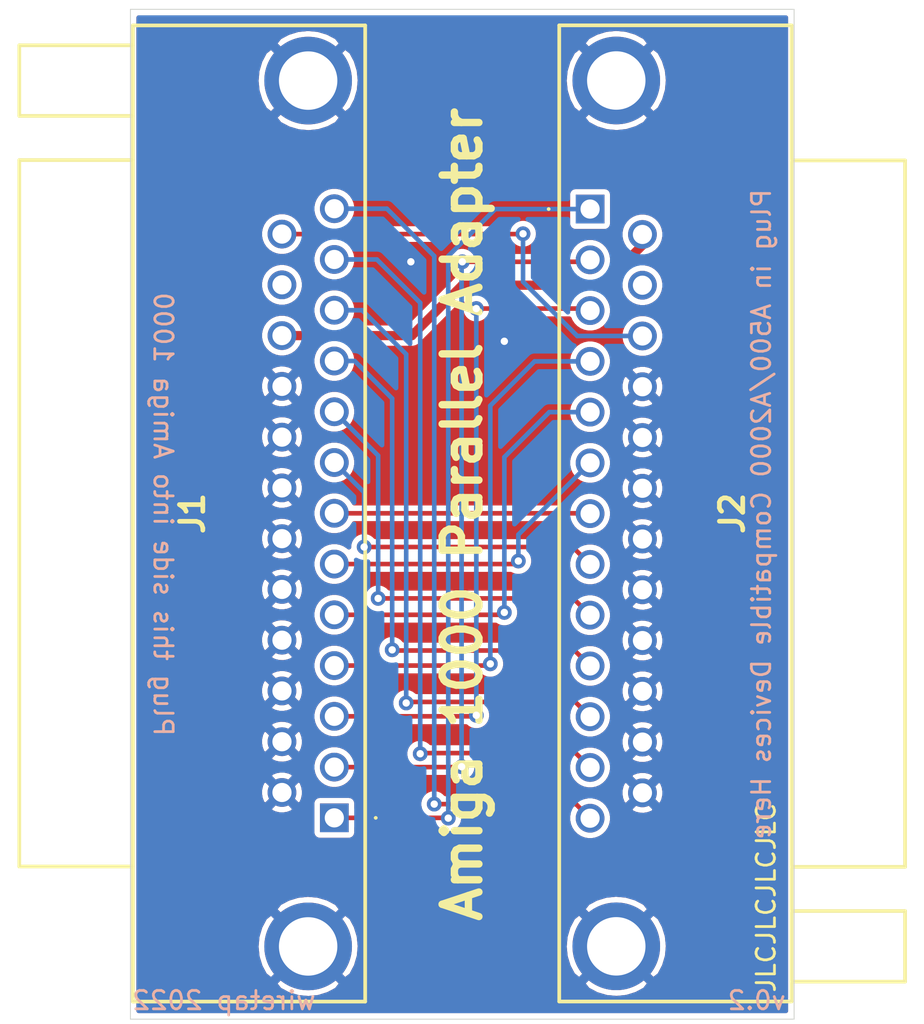
<source format=kicad_pcb>
(kicad_pcb (version 20171130) (host pcbnew "(5.1.6)-1")

  (general
    (thickness 1.6)
    (drawings 10)
    (tracks 101)
    (zones 0)
    (modules 2)
    (nets 19)
  )

  (page A4)
  (layers
    (0 F.Cu signal)
    (31 B.Cu signal)
    (32 B.Adhes user)
    (33 F.Adhes user)
    (34 B.Paste user)
    (35 F.Paste user)
    (36 B.SilkS user)
    (37 F.SilkS user)
    (38 B.Mask user)
    (39 F.Mask user)
    (40 Dwgs.User user)
    (41 Cmts.User user)
    (42 Eco1.User user)
    (43 Eco2.User user)
    (44 Edge.Cuts user)
    (45 Margin user)
    (46 B.CrtYd user)
    (47 F.CrtYd user)
    (48 B.Fab user)
    (49 F.Fab user)
  )

  (setup
    (last_trace_width 0.25)
    (user_trace_width 0.5)
    (trace_clearance 0.2)
    (zone_clearance 0.508)
    (zone_45_only no)
    (trace_min 0.2)
    (via_size 0.8)
    (via_drill 0.4)
    (via_min_size 0.4)
    (via_min_drill 0.3)
    (uvia_size 0.3)
    (uvia_drill 0.1)
    (uvias_allowed no)
    (uvia_min_size 0.2)
    (uvia_min_drill 0.1)
    (edge_width 0.05)
    (segment_width 0.2)
    (pcb_text_width 0.3)
    (pcb_text_size 1.5 1.5)
    (mod_edge_width 0.12)
    (mod_text_size 1 1)
    (mod_text_width 0.15)
    (pad_size 1.524 1.524)
    (pad_drill 0.762)
    (pad_to_mask_clearance 0.05)
    (aux_axis_origin 0 0)
    (visible_elements 7FFFFFFF)
    (pcbplotparams
      (layerselection 0x010fc_ffffffff)
      (usegerberextensions false)
      (usegerberattributes true)
      (usegerberadvancedattributes true)
      (creategerberjobfile true)
      (excludeedgelayer true)
      (linewidth 0.100000)
      (plotframeref false)
      (viasonmask false)
      (mode 1)
      (useauxorigin false)
      (hpglpennumber 1)
      (hpglpenspeed 20)
      (hpglpendiameter 15.000000)
      (psnegative false)
      (psa4output false)
      (plotreference true)
      (plotvalue true)
      (plotinvisibletext false)
      (padsonsilk false)
      (subtractmaskfromsilk false)
      (outputformat 1)
      (mirror false)
      (drillshape 0)
      (scaleselection 1)
      (outputdirectory "//192.168.1.100/Personal/Charlie/~Retro/~PCB's and Kits/Amiga 1000 Parallel Adapter/A1000_Parallel/gerbers/"))
  )

  (net 0 "")
  (net 1 /STROBE)
  (net 2 /DATA0)
  (net 3 /DATA1)
  (net 4 /DATA2)
  (net 5 /DATA3)
  (net 6 /DATA4)
  (net 7 /DATA5)
  (net 8 /DATA6)
  (net 9 /DATA7)
  (net 10 /ACK)
  (net 11 /BUSY)
  (net 12 /POUT)
  (net 13 /SEL)
  (net 14 GND)
  (net 15 /5V)
  (net 16 "Net-(J1-Pad24)")
  (net 17 /RESET)
  (net 18 "Net-(J2-Pad15)")

  (net_class Default "This is the default net class."
    (clearance 0.2)
    (trace_width 0.25)
    (via_dia 0.8)
    (via_drill 0.4)
    (uvia_dia 0.3)
    (uvia_drill 0.1)
    (add_net /5V)
    (add_net /ACK)
    (add_net /BUSY)
    (add_net /DATA0)
    (add_net /DATA1)
    (add_net /DATA2)
    (add_net /DATA3)
    (add_net /DATA4)
    (add_net /DATA5)
    (add_net /DATA6)
    (add_net /DATA7)
    (add_net /POUT)
    (add_net /RESET)
    (add_net /SEL)
    (add_net /STROBE)
    (add_net GND)
    (add_net "Net-(J1-Pad24)")
    (add_net "Net-(J2-Pad15)")
  )

  (module SamacSys_Parts:57478464 locked (layer F.Cu) (tedit 6202EBCE) (tstamp 62035DFD)
    (at 117.25208 112.50676 270)
    (descr 5747846-4-4)
    (tags Connector)
    (path /6203EC03)
    (fp_text reference J1 (at -16.536 7.721 90) (layer F.SilkS)
      (effects (font (size 1.27 1.27) (thickness 0.254)))
    )
    (fp_text value 5747846-4 (at -16.536 7.721 90) (layer F.SilkS) hide
      (effects (font (size 1.27 1.27) (thickness 0.254)))
    )
    (fp_line (start 0 -2.3) (end 0 -2.3) (layer F.SilkS) (width 0.1))
    (fp_line (start 0 -2.2) (end 0 -2.2) (layer F.SilkS) (width 0.1))
    (fp_line (start 2.642 17.119) (end 2.642 10.947) (layer F.SilkS) (width 0.2))
    (fp_line (start -35.738 17.119) (end 2.642 17.119) (layer F.SilkS) (width 0.2))
    (fp_line (start -35.738 10.947) (end -35.738 17.119) (layer F.SilkS) (width 0.2))
    (fp_line (start -38.138 17.119) (end -38.138 10.947) (layer F.SilkS) (width 0.2))
    (fp_line (start -41.974 17.119) (end -38.138 17.119) (layer F.SilkS) (width 0.2))
    (fp_line (start -41.974 10.947) (end -41.974 17.119) (layer F.SilkS) (width 0.2))
    (fp_line (start -38.138 17.119) (end -38.138 10.947) (layer F.Fab) (width 0.1))
    (fp_line (start -41.974 17.119) (end -38.138 17.119) (layer F.Fab) (width 0.1))
    (fp_line (start -41.974 10.947) (end -41.974 17.119) (layer F.Fab) (width 0.1))
    (fp_line (start 2.642 17.119) (end 2.642 10.947) (layer F.Fab) (width 0.1))
    (fp_line (start -35.738 17.119) (end 2.642 17.119) (layer F.Fab) (width 0.1))
    (fp_line (start -35.738 10.947) (end -35.738 17.119) (layer F.Fab) (width 0.1))
    (fp_line (start -44.054 -2.677) (end -44.054 18.119) (layer F.CrtYd) (width 0.1))
    (fp_line (start 10.982 -2.677) (end -44.054 -2.677) (layer F.CrtYd) (width 0.1))
    (fp_line (start 10.982 18.119) (end 10.982 -2.677) (layer F.CrtYd) (width 0.1))
    (fp_line (start -44.054 18.119) (end 10.982 18.119) (layer F.CrtYd) (width 0.1))
    (fp_line (start -43.054 -1.677) (end -43.054 10.947) (layer F.SilkS) (width 0.2))
    (fp_line (start 9.982 -1.677) (end -43.054 -1.677) (layer F.SilkS) (width 0.2))
    (fp_line (start 9.982 10.947) (end 9.982 -1.677) (layer F.SilkS) (width 0.2))
    (fp_line (start -43.054 10.947) (end 9.982 10.947) (layer F.SilkS) (width 0.2))
    (fp_line (start -43.054 -1.677) (end -43.054 10.947) (layer F.Fab) (width 0.1))
    (fp_line (start 9.982 -1.677) (end -43.054 -1.677) (layer F.Fab) (width 0.1))
    (fp_line (start 9.982 10.947) (end 9.982 -1.677) (layer F.Fab) (width 0.1))
    (fp_line (start -43.054 10.947) (end 9.982 10.947) (layer F.Fab) (width 0.1))
    (fp_text user %R (at -16.536 7.721 90) (layer F.Fab)
      (effects (font (size 1.27 1.27) (thickness 0.254)))
    )
    (fp_arc (start 0 -2.25) (end 0 -2.2) (angle -180) (layer F.SilkS) (width 0.1))
    (fp_arc (start 0 -2.25) (end 0 -2.3) (angle -180) (layer F.SilkS) (width 0.1))
    (pad 1 thru_hole rect (at 0 0 270) (size 1.561 1.561) (drill 1.041) (layers *.Cu *.Mask)
      (net 1 /STROBE))
    (pad 2 thru_hole circle (at -2.758 0 270) (size 1.561 1.561) (drill 1.041) (layers *.Cu *.Mask)
      (net 2 /DATA0))
    (pad 3 thru_hole circle (at -5.516 0 270) (size 1.561 1.561) (drill 1.041) (layers *.Cu *.Mask)
      (net 3 /DATA1))
    (pad 4 thru_hole circle (at -8.274 0 270) (size 1.561 1.561) (drill 1.041) (layers *.Cu *.Mask)
      (net 4 /DATA2))
    (pad 5 thru_hole circle (at -11.032 0 270) (size 1.561 1.561) (drill 1.041) (layers *.Cu *.Mask)
      (net 5 /DATA3))
    (pad 6 thru_hole circle (at -13.79 0 270) (size 1.561 1.561) (drill 1.041) (layers *.Cu *.Mask)
      (net 6 /DATA4))
    (pad 7 thru_hole circle (at -16.548 0 270) (size 1.561 1.561) (drill 1.041) (layers *.Cu *.Mask)
      (net 7 /DATA5))
    (pad 8 thru_hole circle (at -19.306 0 270) (size 1.561 1.561) (drill 1.041) (layers *.Cu *.Mask)
      (net 8 /DATA6))
    (pad 9 thru_hole circle (at -22.064 0 270) (size 1.561 1.561) (drill 1.041) (layers *.Cu *.Mask)
      (net 9 /DATA7))
    (pad 10 thru_hole circle (at -24.822 0 270) (size 1.561 1.561) (drill 1.041) (layers *.Cu *.Mask)
      (net 10 /ACK))
    (pad 11 thru_hole circle (at -27.58 0 270) (size 1.561 1.561) (drill 1.041) (layers *.Cu *.Mask)
      (net 11 /BUSY))
    (pad 12 thru_hole circle (at -30.338 0 270) (size 1.561 1.561) (drill 1.041) (layers *.Cu *.Mask)
      (net 12 /POUT))
    (pad 13 thru_hole circle (at -33.096 0 270) (size 1.561 1.561) (drill 1.041) (layers *.Cu *.Mask)
      (net 13 /SEL))
    (pad 14 thru_hole circle (at -1.379 2.845 270) (size 1.561 1.561) (drill 1.041) (layers *.Cu *.Mask)
      (net 14 GND))
    (pad 15 thru_hole circle (at -4.137 2.845 270) (size 1.561 1.561) (drill 1.041) (layers *.Cu *.Mask)
      (net 14 GND))
    (pad 16 thru_hole circle (at -6.895 2.845 270) (size 1.561 1.561) (drill 1.041) (layers *.Cu *.Mask)
      (net 14 GND))
    (pad 17 thru_hole circle (at -9.653 2.845 270) (size 1.561 1.561) (drill 1.041) (layers *.Cu *.Mask)
      (net 14 GND))
    (pad 18 thru_hole circle (at -12.411 2.845 270) (size 1.561 1.561) (drill 1.041) (layers *.Cu *.Mask)
      (net 14 GND))
    (pad 19 thru_hole circle (at -15.169 2.845 270) (size 1.561 1.561) (drill 1.041) (layers *.Cu *.Mask)
      (net 14 GND))
    (pad 20 thru_hole circle (at -17.927 2.845 270) (size 1.561 1.561) (drill 1.041) (layers *.Cu *.Mask)
      (net 14 GND))
    (pad 21 thru_hole circle (at -20.685 2.845 270) (size 1.561 1.561) (drill 1.041) (layers *.Cu *.Mask)
      (net 14 GND))
    (pad 22 thru_hole circle (at -23.443 2.845 270) (size 1.561 1.561) (drill 1.041) (layers *.Cu *.Mask)
      (net 14 GND))
    (pad 23 thru_hole circle (at -26.201 2.845 270) (size 1.561 1.561) (drill 1.041) (layers *.Cu *.Mask)
      (net 15 /5V))
    (pad 24 thru_hole circle (at -28.959 2.845 270) (size 1.561 1.561) (drill 1.041) (layers *.Cu *.Mask)
      (net 16 "Net-(J1-Pad24)"))
    (pad 25 thru_hole circle (at -31.717 2.845 270) (size 1.561 1.561) (drill 1.041) (layers *.Cu *.Mask)
      (net 17 /RESET))
    (pad MH1 thru_hole circle (at 6.985 1.423 270) (size 4.762 4.762) (drill 3.175) (layers *.Cu *.Mask)
      (net 14 GND))
    (pad MH2 thru_hole circle (at -40.056 1.423 270) (size 4.762 4.762) (drill 3.175) (layers *.Cu *.Mask)
      (net 14 GND))
    (model "C:\\Users\\wiretap\\Downloads\\Kicad Library Downloads\\SamacSys_Parts.3dshapes\\5747846-4.stp"
      (offset (xyz -16.5 -17 6))
      (scale (xyz 1 1 1))
      (rotate (xyz -90 0 0))
    )
  )

  (module SamacSys_Parts:57478464 locked (layer F.Cu) (tedit 6202EBCE) (tstamp 62035E39)
    (at 131.1523 79.43068 90)
    (descr 5747846-4-4)
    (tags Connector)
    (path /62042F0C)
    (fp_text reference J2 (at -16.536 7.721 90) (layer F.SilkS)
      (effects (font (size 1.27 1.27) (thickness 0.254)))
    )
    (fp_text value 5747846-4 (at -16.536 7.721 90) (layer F.SilkS) hide
      (effects (font (size 1.27 1.27) (thickness 0.254)))
    )
    (fp_line (start -43.054 10.947) (end 9.982 10.947) (layer F.Fab) (width 0.1))
    (fp_line (start 9.982 10.947) (end 9.982 -1.677) (layer F.Fab) (width 0.1))
    (fp_line (start 9.982 -1.677) (end -43.054 -1.677) (layer F.Fab) (width 0.1))
    (fp_line (start -43.054 -1.677) (end -43.054 10.947) (layer F.Fab) (width 0.1))
    (fp_line (start -43.054 10.947) (end 9.982 10.947) (layer F.SilkS) (width 0.2))
    (fp_line (start 9.982 10.947) (end 9.982 -1.677) (layer F.SilkS) (width 0.2))
    (fp_line (start 9.982 -1.677) (end -43.054 -1.677) (layer F.SilkS) (width 0.2))
    (fp_line (start -43.054 -1.677) (end -43.054 10.947) (layer F.SilkS) (width 0.2))
    (fp_line (start -44.054 18.119) (end 10.982 18.119) (layer F.CrtYd) (width 0.1))
    (fp_line (start 10.982 18.119) (end 10.982 -2.677) (layer F.CrtYd) (width 0.1))
    (fp_line (start 10.982 -2.677) (end -44.054 -2.677) (layer F.CrtYd) (width 0.1))
    (fp_line (start -44.054 -2.677) (end -44.054 18.119) (layer F.CrtYd) (width 0.1))
    (fp_line (start -35.738 10.947) (end -35.738 17.119) (layer F.Fab) (width 0.1))
    (fp_line (start -35.738 17.119) (end 2.642 17.119) (layer F.Fab) (width 0.1))
    (fp_line (start 2.642 17.119) (end 2.642 10.947) (layer F.Fab) (width 0.1))
    (fp_line (start -41.974 10.947) (end -41.974 17.119) (layer F.Fab) (width 0.1))
    (fp_line (start -41.974 17.119) (end -38.138 17.119) (layer F.Fab) (width 0.1))
    (fp_line (start -38.138 17.119) (end -38.138 10.947) (layer F.Fab) (width 0.1))
    (fp_line (start -41.974 10.947) (end -41.974 17.119) (layer F.SilkS) (width 0.2))
    (fp_line (start -41.974 17.119) (end -38.138 17.119) (layer F.SilkS) (width 0.2))
    (fp_line (start -38.138 17.119) (end -38.138 10.947) (layer F.SilkS) (width 0.2))
    (fp_line (start -35.738 10.947) (end -35.738 17.119) (layer F.SilkS) (width 0.2))
    (fp_line (start -35.738 17.119) (end 2.642 17.119) (layer F.SilkS) (width 0.2))
    (fp_line (start 2.642 17.119) (end 2.642 10.947) (layer F.SilkS) (width 0.2))
    (fp_line (start 0 -2.2) (end 0 -2.2) (layer F.SilkS) (width 0.1))
    (fp_line (start 0 -2.3) (end 0 -2.3) (layer F.SilkS) (width 0.1))
    (fp_arc (start 0 -2.25) (end 0 -2.3) (angle -180) (layer F.SilkS) (width 0.1))
    (fp_arc (start 0 -2.25) (end 0 -2.2) (angle -180) (layer F.SilkS) (width 0.1))
    (fp_text user %R (at -16.536 7.721 90) (layer F.Fab)
      (effects (font (size 1.27 1.27) (thickness 0.254)))
    )
    (pad MH2 thru_hole circle (at -40.056 1.423 90) (size 4.762 4.762) (drill 3.175) (layers *.Cu *.Mask)
      (net 14 GND))
    (pad MH1 thru_hole circle (at 6.985 1.423 90) (size 4.762 4.762) (drill 3.175) (layers *.Cu *.Mask)
      (net 14 GND))
    (pad 25 thru_hole circle (at -31.717 2.845 90) (size 1.561 1.561) (drill 1.041) (layers *.Cu *.Mask)
      (net 14 GND))
    (pad 24 thru_hole circle (at -28.959 2.845 90) (size 1.561 1.561) (drill 1.041) (layers *.Cu *.Mask)
      (net 14 GND))
    (pad 23 thru_hole circle (at -26.201 2.845 90) (size 1.561 1.561) (drill 1.041) (layers *.Cu *.Mask)
      (net 14 GND))
    (pad 22 thru_hole circle (at -23.443 2.845 90) (size 1.561 1.561) (drill 1.041) (layers *.Cu *.Mask)
      (net 14 GND))
    (pad 21 thru_hole circle (at -20.685 2.845 90) (size 1.561 1.561) (drill 1.041) (layers *.Cu *.Mask)
      (net 14 GND))
    (pad 20 thru_hole circle (at -17.927 2.845 90) (size 1.561 1.561) (drill 1.041) (layers *.Cu *.Mask)
      (net 14 GND))
    (pad 19 thru_hole circle (at -15.169 2.845 90) (size 1.561 1.561) (drill 1.041) (layers *.Cu *.Mask)
      (net 14 GND))
    (pad 18 thru_hole circle (at -12.411 2.845 90) (size 1.561 1.561) (drill 1.041) (layers *.Cu *.Mask)
      (net 14 GND))
    (pad 17 thru_hole circle (at -9.653 2.845 90) (size 1.561 1.561) (drill 1.041) (layers *.Cu *.Mask)
      (net 14 GND))
    (pad 16 thru_hole circle (at -6.895 2.845 90) (size 1.561 1.561) (drill 1.041) (layers *.Cu *.Mask)
      (net 17 /RESET))
    (pad 15 thru_hole circle (at -4.137 2.845 90) (size 1.561 1.561) (drill 1.041) (layers *.Cu *.Mask)
      (net 18 "Net-(J2-Pad15)"))
    (pad 14 thru_hole circle (at -1.379 2.845 90) (size 1.561 1.561) (drill 1.041) (layers *.Cu *.Mask)
      (net 15 /5V))
    (pad 13 thru_hole circle (at -33.096 0 90) (size 1.561 1.561) (drill 1.041) (layers *.Cu *.Mask)
      (net 13 /SEL))
    (pad 12 thru_hole circle (at -30.338 0 90) (size 1.561 1.561) (drill 1.041) (layers *.Cu *.Mask)
      (net 12 /POUT))
    (pad 11 thru_hole circle (at -27.58 0 90) (size 1.561 1.561) (drill 1.041) (layers *.Cu *.Mask)
      (net 11 /BUSY))
    (pad 10 thru_hole circle (at -24.822 0 90) (size 1.561 1.561) (drill 1.041) (layers *.Cu *.Mask)
      (net 10 /ACK))
    (pad 9 thru_hole circle (at -22.064 0 90) (size 1.561 1.561) (drill 1.041) (layers *.Cu *.Mask)
      (net 9 /DATA7))
    (pad 8 thru_hole circle (at -19.306 0 90) (size 1.561 1.561) (drill 1.041) (layers *.Cu *.Mask)
      (net 8 /DATA6))
    (pad 7 thru_hole circle (at -16.548 0 90) (size 1.561 1.561) (drill 1.041) (layers *.Cu *.Mask)
      (net 7 /DATA5))
    (pad 6 thru_hole circle (at -13.79 0 90) (size 1.561 1.561) (drill 1.041) (layers *.Cu *.Mask)
      (net 6 /DATA4))
    (pad 5 thru_hole circle (at -11.032 0 90) (size 1.561 1.561) (drill 1.041) (layers *.Cu *.Mask)
      (net 5 /DATA3))
    (pad 4 thru_hole circle (at -8.274 0 90) (size 1.561 1.561) (drill 1.041) (layers *.Cu *.Mask)
      (net 4 /DATA2))
    (pad 3 thru_hole circle (at -5.516 0 90) (size 1.561 1.561) (drill 1.041) (layers *.Cu *.Mask)
      (net 3 /DATA1))
    (pad 2 thru_hole circle (at -2.758 0 90) (size 1.561 1.561) (drill 1.041) (layers *.Cu *.Mask)
      (net 2 /DATA0))
    (pad 1 thru_hole rect (at 0 0 90) (size 1.561 1.561) (drill 1.041) (layers *.Cu *.Mask)
      (net 1 /STROBE))
    (model "C:\\Users\\wiretap\\Downloads\\Kicad Library Downloads\\SamacSys_Parts.3dshapes\\5747846-4.stp"
      (offset (xyz -16.5 -17 6))
      (scale (xyz 1 1 1))
      (rotate (xyz -90 0 0))
    )
  )

  (gr_text v0.2 (at 140.208 122.428) (layer B.SilkS)
    (effects (font (size 1 1) (thickness 0.15)) (justify mirror))
  )
  (gr_text "wiretap 2022" (at 111.252 122.428) (layer B.SilkS)
    (effects (font (size 1 1) (thickness 0.15)) (justify mirror))
  )
  (gr_text "Plug in A500/A2000 Compatible Devices Here" (at 140.462 96.012 90) (layer B.SilkS)
    (effects (font (size 1 1) (thickness 0.15)) (justify mirror))
  )
  (gr_text "Plug this side into Amiga 1000" (at 107.95 96.012 270) (layer B.SilkS)
    (effects (font (size 1 1) (thickness 0.15)) (justify mirror))
  )
  (gr_text "Amiga 1000 Parallel Adapter" (at 124.206 96.012 90) (layer F.SilkS)
    (effects (font (size 2 2) (thickness 0.4)))
  )
  (gr_text JLCJLCJLCJLC (at 140.716 116.84 90) (layer F.SilkS)
    (effects (font (size 1 1) (thickness 0.15)))
  )
  (gr_line (start 106.172 123.444) (end 106.172 68.58) (layer Edge.Cuts) (width 0.05) (tstamp 62034816))
  (gr_line (start 142.24 123.444) (end 106.172 123.444) (layer Edge.Cuts) (width 0.05))
  (gr_line (start 142.24 68.58) (end 142.24 123.444) (layer Edge.Cuts) (width 0.05))
  (gr_line (start 106.172 68.58) (end 142.24 68.58) (layer Edge.Cuts) (width 0.05))

  (via (at 123.444 112.522) (size 0.8) (drill 0.4) (layers F.Cu B.Cu) (net 1))
  (segment (start 117.25208 112.50676) (end 123.42876 112.50676) (width 0.25) (layer F.Cu) (net 1))
  (segment (start 123.42876 112.50676) (end 123.444 112.522) (width 0.25) (layer F.Cu) (net 1))
  (segment (start 131.08098 79.502) (end 131.1523 79.43068) (width 0.25) (layer F.Cu) (net 1))
  (segment (start 123.444 81.984998) (end 125.998318 79.43068) (width 0.25) (layer B.Cu) (net 1))
  (segment (start 125.998318 79.43068) (end 131.1523 79.43068) (width 0.25) (layer B.Cu) (net 1))
  (segment (start 123.444 112.522) (end 123.444 81.984998) (width 0.25) (layer B.Cu) (net 1))
  (via (at 124.169 109.728) (size 0.8) (drill 0.4) (layers F.Cu B.Cu) (net 2))
  (segment (start 117.25208 109.74876) (end 124.14824 109.74876) (width 0.25) (layer F.Cu) (net 2))
  (segment (start 124.14824 109.74876) (end 124.169 109.728) (width 0.25) (layer F.Cu) (net 2))
  (via (at 124.206 82.296) (size 0.8) (drill 0.4) (layers F.Cu B.Cu) (net 2))
  (segment (start 124.169 109.728) (end 124.169 82.333) (width 0.25) (layer B.Cu) (net 2))
  (segment (start 124.169 82.333) (end 124.206 82.296) (width 0.25) (layer B.Cu) (net 2))
  (segment (start 131.04498 82.296) (end 131.1523 82.18868) (width 0.25) (layer F.Cu) (net 2))
  (segment (start 124.206 82.296) (end 131.04498 82.296) (width 0.25) (layer F.Cu) (net 2))
  (via (at 124.968 106.934) (size 0.8) (drill 0.4) (layers F.Cu B.Cu) (net 3))
  (segment (start 117.25208 106.99076) (end 124.91124 106.99076) (width 0.25) (layer F.Cu) (net 3))
  (segment (start 124.91124 106.99076) (end 124.968 106.934) (width 0.25) (layer F.Cu) (net 3))
  (via (at 124.968 84.836) (size 0.8) (drill 0.4) (layers F.Cu B.Cu) (net 3))
  (segment (start 124.968 106.934) (end 124.968 84.836) (width 0.25) (layer B.Cu) (net 3))
  (segment (start 131.04162 84.836) (end 131.1523 84.94668) (width 0.25) (layer F.Cu) (net 3))
  (segment (start 124.968 84.836) (end 131.04162 84.836) (width 0.25) (layer F.Cu) (net 3))
  (via (at 125.73 104.14) (size 0.8) (drill 0.4) (layers F.Cu B.Cu) (net 4))
  (segment (start 117.25208 104.23276) (end 125.63724 104.23276) (width 0.25) (layer F.Cu) (net 4))
  (segment (start 125.63724 104.23276) (end 125.73 104.14) (width 0.25) (layer F.Cu) (net 4))
  (segment (start 131.07762 87.63) (end 131.1523 87.70468) (width 0.25) (layer F.Cu) (net 4))
  (segment (start 128.138318 87.70468) (end 131.1523 87.70468) (width 0.25) (layer B.Cu) (net 4))
  (segment (start 125.73 90.112998) (end 128.138318 87.70468) (width 0.25) (layer B.Cu) (net 4))
  (segment (start 125.73 104.14) (end 125.73 90.112998) (width 0.25) (layer B.Cu) (net 4))
  (segment (start 117.25208 101.47476) (end 126.36324 101.47476) (width 0.25) (layer F.Cu) (net 5))
  (via (at 126.492 101.346) (size 0.8) (drill 0.4) (layers F.Cu B.Cu) (net 5))
  (segment (start 126.36324 101.47476) (end 126.492 101.346) (width 0.25) (layer F.Cu) (net 5))
  (segment (start 131.11362 90.424) (end 131.1523 90.46268) (width 0.25) (layer F.Cu) (net 5))
  (segment (start 128.936318 90.46268) (end 131.1523 90.46268) (width 0.25) (layer B.Cu) (net 5))
  (segment (start 126.492 92.906998) (end 128.936318 90.46268) (width 0.25) (layer B.Cu) (net 5))
  (segment (start 126.492 101.346) (end 126.492 92.906998) (width 0.25) (layer B.Cu) (net 5))
  (via (at 127.254 98.552) (size 0.8) (drill 0.4) (layers F.Cu B.Cu) (net 6))
  (segment (start 117.25208 98.71676) (end 127.08924 98.71676) (width 0.25) (layer F.Cu) (net 6))
  (segment (start 127.08924 98.71676) (end 127.254 98.552) (width 0.25) (layer F.Cu) (net 6))
  (segment (start 131.14962 93.218) (end 131.1523 93.22068) (width 0.25) (layer F.Cu) (net 6))
  (segment (start 127.254 97.11898) (end 131.1523 93.22068) (width 0.25) (layer B.Cu) (net 6))
  (segment (start 127.254 98.552) (end 127.254 97.11898) (width 0.25) (layer B.Cu) (net 6))
  (segment (start 131.13238 95.95876) (end 131.1523 95.97868) (width 0.25) (layer F.Cu) (net 7))
  (segment (start 117.25208 95.95876) (end 131.13238 95.95876) (width 0.25) (layer F.Cu) (net 7))
  (via (at 118.872 97.79) (size 0.8) (drill 0.4) (layers F.Cu B.Cu) (net 8))
  (segment (start 131.1523 98.73668) (end 130.20562 97.79) (width 0.25) (layer F.Cu) (net 8))
  (segment (start 130.20562 97.79) (end 118.872 97.79) (width 0.25) (layer F.Cu) (net 8))
  (segment (start 117.26932 93.218) (end 117.25208 93.20076) (width 0.25) (layer F.Cu) (net 8))
  (segment (start 118.872 94.82068) (end 117.25208 93.20076) (width 0.25) (layer B.Cu) (net 8))
  (segment (start 118.872 97.79) (end 118.872 94.82068) (width 0.25) (layer B.Cu) (net 8))
  (via (at 119.634 100.584) (size 0.8) (drill 0.4) (layers F.Cu B.Cu) (net 9))
  (segment (start 131.1523 101.49468) (end 130.24162 100.584) (width 0.25) (layer F.Cu) (net 9))
  (segment (start 130.24162 100.584) (end 119.634 100.584) (width 0.25) (layer F.Cu) (net 9))
  (segment (start 117.27084 90.424) (end 117.25208 90.44276) (width 0.25) (layer F.Cu) (net 9))
  (segment (start 119.634 92.82468) (end 117.25208 90.44276) (width 0.25) (layer B.Cu) (net 9))
  (segment (start 119.634 100.584) (end 119.634 92.82468) (width 0.25) (layer B.Cu) (net 9))
  (segment (start 120.432999 103.414999) (end 120.396 103.378) (width 0.25) (layer F.Cu) (net 10))
  (via (at 120.396 103.378) (size 0.8) (drill 0.4) (layers F.Cu B.Cu) (net 10))
  (segment (start 131.1523 104.25268) (end 130.314619 103.414999) (width 0.25) (layer F.Cu) (net 10))
  (segment (start 130.314619 103.414999) (end 120.432999 103.414999) (width 0.25) (layer F.Cu) (net 10))
  (segment (start 117.30684 87.63) (end 117.25208 87.68476) (width 0.25) (layer F.Cu) (net 10))
  (segment (start 118.355873 87.68476) (end 117.25208 87.68476) (width 0.25) (layer B.Cu) (net 10))
  (segment (start 120.396 89.724887) (end 118.355873 87.68476) (width 0.25) (layer B.Cu) (net 10))
  (segment (start 120.396 103.378) (end 120.396 89.724887) (width 0.25) (layer B.Cu) (net 10))
  (via (at 121.158 106.26576) (size 0.8) (drill 0.4) (layers F.Cu B.Cu) (net 11))
  (segment (start 121.214761 106.208999) (end 121.158 106.26576) (width 0.25) (layer F.Cu) (net 11))
  (segment (start 131.1523 107.01068) (end 130.350619 106.208999) (width 0.25) (layer F.Cu) (net 11))
  (segment (start 130.350619 106.208999) (end 121.214761 106.208999) (width 0.25) (layer F.Cu) (net 11))
  (segment (start 117.34284 84.836) (end 117.25208 84.92676) (width 0.25) (layer F.Cu) (net 11))
  (segment (start 118.765762 84.92676) (end 117.25208 84.92676) (width 0.25) (layer B.Cu) (net 11))
  (segment (start 121.158 87.318998) (end 118.765762 84.92676) (width 0.25) (layer B.Cu) (net 11))
  (segment (start 121.158 106.26576) (end 121.158 87.318998) (width 0.25) (layer B.Cu) (net 11))
  (segment (start 121.955579 108.988181) (end 121.92 109.02376) (width 0.25) (layer F.Cu) (net 12))
  (segment (start 131.1523 109.76868) (end 130.371801 108.988181) (width 0.25) (layer F.Cu) (net 12))
  (via (at 121.92 109.02376) (size 0.8) (drill 0.4) (layers F.Cu B.Cu) (net 12))
  (segment (start 130.371801 108.988181) (end 121.955579 108.988181) (width 0.25) (layer F.Cu) (net 12))
  (segment (start 117.37932 82.296) (end 117.25208 82.16876) (width 0.25) (layer F.Cu) (net 12))
  (segment (start 119.563762 82.16876) (end 117.25208 82.16876) (width 0.25) (layer B.Cu) (net 12))
  (segment (start 121.92 84.524998) (end 119.563762 82.16876) (width 0.25) (layer B.Cu) (net 12))
  (segment (start 121.92 109.02376) (end 121.92 84.524998) (width 0.25) (layer B.Cu) (net 12))
  (via (at 122.682 111.76) (size 0.8) (drill 0.4) (layers F.Cu B.Cu) (net 13))
  (segment (start 131.1523 112.52668) (end 130.38562 111.76) (width 0.25) (layer F.Cu) (net 13))
  (segment (start 130.38562 111.76) (end 122.682 111.76) (width 0.25) (layer F.Cu) (net 13))
  (segment (start 117.34332 79.502) (end 117.25208 79.41076) (width 0.25) (layer F.Cu) (net 13))
  (segment (start 120.107762 79.41076) (end 117.25208 79.41076) (width 0.25) (layer B.Cu) (net 13))
  (segment (start 122.682 81.984998) (end 120.107762 79.41076) (width 0.25) (layer B.Cu) (net 13))
  (segment (start 122.682 111.76) (end 122.682 81.984998) (width 0.25) (layer B.Cu) (net 13))
  (via (at 121.412 82.296) (size 0.8) (drill 0.4) (layers F.Cu B.Cu) (net 14))
  (via (at 126.492 86.614) (size 0.8) (drill 0.4) (layers F.Cu B.Cu) (net 14))
  (segment (start 133.9973 81.3947) (end 133.9973 80.80968) (width 0.5) (layer F.Cu) (net 15))
  (segment (start 131.826 83.566) (end 133.9973 81.3947) (width 0.5) (layer F.Cu) (net 15))
  (segment (start 114.40708 86.30576) (end 121.46624 86.30576) (width 0.5) (layer F.Cu) (net 15))
  (segment (start 124.206 83.566) (end 131.826 83.566) (width 0.5) (layer F.Cu) (net 15))
  (segment (start 121.46624 86.30576) (end 124.206 83.566) (width 0.5) (layer F.Cu) (net 15))
  (via (at 127.508 80.772) (size 0.8) (drill 0.4) (layers F.Cu B.Cu) (net 17))
  (segment (start 114.40708 80.78976) (end 127.49024 80.78976) (width 0.25) (layer F.Cu) (net 17))
  (segment (start 127.49024 80.78976) (end 127.508 80.772) (width 0.25) (layer F.Cu) (net 17))
  (segment (start 133.96298 86.36) (end 133.9973 86.32568) (width 0.25) (layer F.Cu) (net 17))
  (segment (start 130.454419 86.32568) (end 133.9973 86.32568) (width 0.25) (layer B.Cu) (net 17))
  (segment (start 127.508 80.772) (end 127.508 83.379261) (width 0.25) (layer B.Cu) (net 17))
  (segment (start 127.508 83.379261) (end 130.454419 86.32568) (width 0.25) (layer B.Cu) (net 17))

  (zone (net 14) (net_name GND) (layer F.Cu) (tstamp 62037101) (hatch edge 0.508)
    (connect_pads (clearance 0.3))
    (min_thickness 0.254)
    (fill yes (arc_segments 32) (thermal_gap 0.3) (thermal_bridge_width 0.508))
    (polygon
      (pts
        (xy 142.494 123.698) (xy 105.664 123.698) (xy 105.664 68.072) (xy 142.494 68.072)
      )
    )
    (filled_polygon
      (pts
        (xy 141.788001 122.992) (xy 106.624 122.992) (xy 106.624 121.499141) (xy 114.001304 121.499141) (xy 114.275018 121.846807)
        (xy 114.764326 122.104737) (xy 115.294551 122.262252) (xy 115.845318 122.3133) (xy 116.395461 122.255917) (xy 116.923839 122.092309)
        (xy 117.383142 121.846807) (xy 117.656856 121.499141) (xy 117.651776 121.494061) (xy 130.747524 121.494061) (xy 131.021238 121.841727)
        (xy 131.510546 122.099657) (xy 132.040771 122.257172) (xy 132.591538 122.30822) (xy 133.141681 122.250837) (xy 133.670059 122.087229)
        (xy 134.129362 121.841727) (xy 134.403076 121.494061) (xy 132.5753 119.666285) (xy 130.747524 121.494061) (xy 117.651776 121.494061)
        (xy 115.82908 119.671365) (xy 114.001304 121.499141) (xy 106.624 121.499141) (xy 106.624 119.507998) (xy 113.00754 119.507998)
        (xy 113.064923 120.058141) (xy 113.228531 120.586519) (xy 113.474033 121.045822) (xy 113.821699 121.319536) (xy 115.649475 119.49176)
        (xy 116.008685 119.49176) (xy 117.836461 121.319536) (xy 118.184127 121.045822) (xy 118.442057 120.556514) (xy 118.599572 120.026289)
        (xy 118.64808 119.502918) (xy 129.75376 119.502918) (xy 129.811143 120.053061) (xy 129.974751 120.581439) (xy 130.220253 121.040742)
        (xy 130.567919 121.314456) (xy 132.395695 119.48668) (xy 132.754905 119.48668) (xy 134.582681 121.314456) (xy 134.930347 121.040742)
        (xy 135.188277 120.551434) (xy 135.345792 120.021209) (xy 135.39684 119.470442) (xy 135.339457 118.920299) (xy 135.175849 118.391921)
        (xy 134.930347 117.932618) (xy 134.582681 117.658904) (xy 132.754905 119.48668) (xy 132.395695 119.48668) (xy 130.567919 117.658904)
        (xy 130.220253 117.932618) (xy 129.962323 118.421926) (xy 129.804808 118.952151) (xy 129.75376 119.502918) (xy 118.64808 119.502918)
        (xy 118.65062 119.475522) (xy 118.593237 118.925379) (xy 118.429629 118.397001) (xy 118.184127 117.937698) (xy 117.836461 117.663984)
        (xy 116.008685 119.49176) (xy 115.649475 119.49176) (xy 113.821699 117.663984) (xy 113.474033 117.937698) (xy 113.216103 118.427006)
        (xy 113.058588 118.957231) (xy 113.00754 119.507998) (xy 106.624 119.507998) (xy 106.624 117.484379) (xy 114.001304 117.484379)
        (xy 115.82908 119.312155) (xy 117.656856 117.484379) (xy 117.652857 117.479299) (xy 130.747524 117.479299) (xy 132.5753 119.307075)
        (xy 134.403076 117.479299) (xy 134.129362 117.131633) (xy 133.640054 116.873703) (xy 133.109829 116.716188) (xy 132.559062 116.66514)
        (xy 132.008919 116.722523) (xy 131.480541 116.886131) (xy 131.021238 117.131633) (xy 130.747524 117.479299) (xy 117.652857 117.479299)
        (xy 117.383142 117.136713) (xy 116.893834 116.878783) (xy 116.363609 116.721268) (xy 115.812842 116.67022) (xy 115.262699 116.727603)
        (xy 114.734321 116.891211) (xy 114.275018 117.136713) (xy 114.001304 117.484379) (xy 106.624 117.484379) (xy 106.624 111.994872)
        (xy 113.719574 111.994872) (xy 113.800557 112.178632) (xy 114.017227 112.276766) (xy 114.248878 112.330745) (xy 114.486608 112.338494)
        (xy 114.721283 112.299715) (xy 114.943882 112.215898) (xy 115.013603 112.178632) (xy 115.094586 111.994872) (xy 114.40708 111.307365)
        (xy 113.719574 111.994872) (xy 106.624 111.994872) (xy 106.624 111.207288) (xy 113.196346 111.207288) (xy 113.235125 111.441963)
        (xy 113.318942 111.664562) (xy 113.356208 111.734283) (xy 113.539968 111.815266) (xy 114.227475 111.12776) (xy 114.586685 111.12776)
        (xy 115.274192 111.815266) (xy 115.457952 111.734283) (xy 115.461585 111.72626) (xy 116.042514 111.72626) (xy 116.042514 113.28726)
        (xy 116.050758 113.370967) (xy 116.075175 113.451456) (xy 116.114825 113.525636) (xy 116.168185 113.590655) (xy 116.233204 113.644015)
        (xy 116.307384 113.683665) (xy 116.387873 113.708082) (xy 116.47158 113.716326) (xy 118.03258 113.716326) (xy 118.116287 113.708082)
        (xy 118.196776 113.683665) (xy 118.270956 113.644015) (xy 118.335975 113.590655) (xy 118.389335 113.525636) (xy 118.428985 113.451456)
        (xy 118.453402 113.370967) (xy 118.461646 113.28726) (xy 118.461646 113.05876) (xy 122.811207 113.05876) (xy 122.916819 113.164372)
        (xy 123.052269 113.254877) (xy 123.202773 113.317218) (xy 123.362548 113.349) (xy 123.525452 113.349) (xy 123.685227 113.317218)
        (xy 123.835731 113.254877) (xy 123.971181 113.164372) (xy 124.086372 113.049181) (xy 124.176877 112.913731) (xy 124.239218 112.763227)
        (xy 124.271 112.603452) (xy 124.271 112.440548) (xy 124.24543 112.312) (xy 129.963846 112.312) (xy 129.9448 112.407752)
        (xy 129.9448 112.645608) (xy 129.991203 112.878895) (xy 130.082227 113.098646) (xy 130.214373 113.296417) (xy 130.382563 113.464607)
        (xy 130.580334 113.596753) (xy 130.800085 113.687777) (xy 131.033372 113.73418) (xy 131.271228 113.73418) (xy 131.504515 113.687777)
        (xy 131.724266 113.596753) (xy 131.922037 113.464607) (xy 132.090227 113.296417) (xy 132.222373 113.098646) (xy 132.313397 112.878895)
        (xy 132.3598 112.645608) (xy 132.3598 112.407752) (xy 132.313397 112.174465) (xy 132.247259 112.014792) (xy 133.309794 112.014792)
        (xy 133.390777 112.198552) (xy 133.607447 112.296686) (xy 133.839098 112.350665) (xy 134.076828 112.358414) (xy 134.311503 112.319635)
        (xy 134.534102 112.235818) (xy 134.603823 112.198552) (xy 134.684806 112.014792) (xy 133.9973 111.327285) (xy 133.309794 112.014792)
        (xy 132.247259 112.014792) (xy 132.222373 111.954714) (xy 132.090227 111.756943) (xy 131.922037 111.588753) (xy 131.724266 111.456607)
        (xy 131.504515 111.365583) (xy 131.271228 111.31918) (xy 131.033372 111.31918) (xy 130.800085 111.365583) (xy 130.782126 111.373022)
        (xy 130.777831 111.367789) (xy 130.693778 111.298809) (xy 130.597883 111.247552) (xy 130.530819 111.227208) (xy 132.786566 111.227208)
        (xy 132.825345 111.461883) (xy 132.909162 111.684482) (xy 132.946428 111.754203) (xy 133.130188 111.835186) (xy 133.817695 111.14768)
        (xy 134.176905 111.14768) (xy 134.864412 111.835186) (xy 135.048172 111.754203) (xy 135.146306 111.537533) (xy 135.200285 111.305882)
        (xy 135.208034 111.068152) (xy 135.169255 110.833477) (xy 135.085438 110.610878) (xy 135.048172 110.541157) (xy 134.864412 110.460174)
        (xy 134.176905 111.14768) (xy 133.817695 111.14768) (xy 133.130188 110.460174) (xy 132.946428 110.541157) (xy 132.848294 110.757827)
        (xy 132.794315 110.989478) (xy 132.786566 111.227208) (xy 130.530819 111.227208) (xy 130.493831 111.215988) (xy 130.412729 111.208)
        (xy 130.412726 111.208) (xy 130.38562 111.20533) (xy 130.358514 111.208) (xy 123.299553 111.208) (xy 123.209181 111.117628)
        (xy 123.073731 111.027123) (xy 122.923227 110.964782) (xy 122.763452 110.933) (xy 122.600548 110.933) (xy 122.440773 110.964782)
        (xy 122.290269 111.027123) (xy 122.154819 111.117628) (xy 122.039628 111.232819) (xy 121.949123 111.368269) (xy 121.886782 111.518773)
        (xy 121.855 111.678548) (xy 121.855 111.841452) (xy 121.877539 111.95476) (xy 118.461646 111.95476) (xy 118.461646 111.72626)
        (xy 118.453402 111.642553) (xy 118.428985 111.562064) (xy 118.389335 111.487884) (xy 118.335975 111.422865) (xy 118.270956 111.369505)
        (xy 118.196776 111.329855) (xy 118.116287 111.305438) (xy 118.03258 111.297194) (xy 116.47158 111.297194) (xy 116.387873 111.305438)
        (xy 116.307384 111.329855) (xy 116.233204 111.369505) (xy 116.168185 111.422865) (xy 116.114825 111.487884) (xy 116.075175 111.562064)
        (xy 116.050758 111.642553) (xy 116.042514 111.72626) (xy 115.461585 111.72626) (xy 115.556086 111.517613) (xy 115.610065 111.285962)
        (xy 115.617814 111.048232) (xy 115.579035 110.813557) (xy 115.495218 110.590958) (xy 115.457952 110.521237) (xy 115.274192 110.440254)
        (xy 114.586685 111.12776) (xy 114.227475 111.12776) (xy 113.539968 110.440254) (xy 113.356208 110.521237) (xy 113.258074 110.737907)
        (xy 113.204095 110.969558) (xy 113.196346 111.207288) (xy 106.624 111.207288) (xy 106.624 110.260648) (xy 113.719574 110.260648)
        (xy 114.40708 110.948155) (xy 115.094586 110.260648) (xy 115.013603 110.076888) (xy 114.796933 109.978754) (xy 114.565282 109.924775)
        (xy 114.327552 109.917026) (xy 114.092877 109.955805) (xy 113.870278 110.039622) (xy 113.800557 110.076888) (xy 113.719574 110.260648)
        (xy 106.624 110.260648) (xy 106.624 109.629832) (xy 116.04458 109.629832) (xy 116.04458 109.867688) (xy 116.090983 110.100975)
        (xy 116.182007 110.320726) (xy 116.314153 110.518497) (xy 116.482343 110.686687) (xy 116.680114 110.818833) (xy 116.899865 110.909857)
        (xy 117.133152 110.95626) (xy 117.371008 110.95626) (xy 117.604295 110.909857) (xy 117.824046 110.818833) (xy 118.021817 110.686687)
        (xy 118.190007 110.518497) (xy 118.322153 110.320726) (xy 118.330423 110.30076) (xy 123.572207 110.30076) (xy 123.641819 110.370372)
        (xy 123.777269 110.460877) (xy 123.927773 110.523218) (xy 124.087548 110.555) (xy 124.250452 110.555) (xy 124.410227 110.523218)
        (xy 124.560731 110.460877) (xy 124.696181 110.370372) (xy 124.811372 110.255181) (xy 124.901877 110.119731) (xy 124.964218 109.969227)
        (xy 124.996 109.809452) (xy 124.996 109.646548) (xy 124.974842 109.540181) (xy 129.966595 109.540181) (xy 129.9448 109.649752)
        (xy 129.9448 109.887608) (xy 129.991203 110.120895) (xy 130.082227 110.340646) (xy 130.214373 110.538417) (xy 130.382563 110.706607)
        (xy 130.580334 110.838753) (xy 130.800085 110.929777) (xy 131.033372 110.97618) (xy 131.271228 110.97618) (xy 131.504515 110.929777)
        (xy 131.724266 110.838753) (xy 131.922037 110.706607) (xy 132.090227 110.538417) (xy 132.222373 110.340646) (xy 132.247258 110.280568)
        (xy 133.309794 110.280568) (xy 133.9973 110.968075) (xy 134.684806 110.280568) (xy 134.603823 110.096808) (xy 134.387153 109.998674)
        (xy 134.155502 109.944695) (xy 133.917772 109.936946) (xy 133.683097 109.975725) (xy 133.460498 110.059542) (xy 133.390777 110.096808)
        (xy 133.309794 110.280568) (xy 132.247258 110.280568) (xy 132.313397 110.120895) (xy 132.3598 109.887608) (xy 132.3598 109.649752)
        (xy 132.313397 109.416465) (xy 132.247259 109.256792) (xy 133.309794 109.256792) (xy 133.390777 109.440552) (xy 133.607447 109.538686)
        (xy 133.839098 109.592665) (xy 134.076828 109.600414) (xy 134.311503 109.561635) (xy 134.534102 109.477818) (xy 134.603823 109.440552)
        (xy 134.684806 109.256792) (xy 133.9973 108.569285) (xy 133.309794 109.256792) (xy 132.247259 109.256792) (xy 132.222373 109.196714)
        (xy 132.090227 108.998943) (xy 131.922037 108.830753) (xy 131.724266 108.698607) (xy 131.504515 108.607583) (xy 131.271228 108.56118)
        (xy 131.033372 108.56118) (xy 130.800085 108.607583) (xy 130.780276 108.615788) (xy 130.764012 108.59597) (xy 130.679959 108.52699)
        (xy 130.584064 108.475733) (xy 130.562555 108.469208) (xy 132.786566 108.469208) (xy 132.825345 108.703883) (xy 132.909162 108.926482)
        (xy 132.946428 108.996203) (xy 133.130188 109.077186) (xy 133.817695 108.38968) (xy 134.176905 108.38968) (xy 134.864412 109.077186)
        (xy 135.048172 108.996203) (xy 135.146306 108.779533) (xy 135.200285 108.547882) (xy 135.208034 108.310152) (xy 135.169255 108.075477)
        (xy 135.085438 107.852878) (xy 135.048172 107.783157) (xy 134.864412 107.702174) (xy 134.176905 108.38968) (xy 133.817695 108.38968)
        (xy 133.130188 107.702174) (xy 132.946428 107.783157) (xy 132.848294 107.999827) (xy 132.794315 108.231478) (xy 132.786566 108.469208)
        (xy 130.562555 108.469208) (xy 130.480012 108.444169) (xy 130.39891 108.436181) (xy 130.398907 108.436181) (xy 130.371801 108.433511)
        (xy 130.344695 108.436181) (xy 122.501974 108.436181) (xy 122.447181 108.381388) (xy 122.311731 108.290883) (xy 122.161227 108.228542)
        (xy 122.001452 108.19676) (xy 121.838548 108.19676) (xy 121.678773 108.228542) (xy 121.528269 108.290883) (xy 121.392819 108.381388)
        (xy 121.277628 108.496579) (xy 121.187123 108.632029) (xy 121.124782 108.782533) (xy 121.093 108.942308) (xy 121.093 109.105212)
        (xy 121.11121 109.19676) (xy 118.330423 109.19676) (xy 118.322153 109.176794) (xy 118.190007 108.979023) (xy 118.021817 108.810833)
        (xy 117.824046 108.678687) (xy 117.604295 108.587663) (xy 117.371008 108.54126) (xy 117.133152 108.54126) (xy 116.899865 108.587663)
        (xy 116.680114 108.678687) (xy 116.482343 108.810833) (xy 116.314153 108.979023) (xy 116.182007 109.176794) (xy 116.090983 109.396545)
        (xy 116.04458 109.629832) (xy 106.624 109.629832) (xy 106.624 109.236872) (xy 113.719574 109.236872) (xy 113.800557 109.420632)
        (xy 114.017227 109.518766) (xy 114.248878 109.572745) (xy 114.486608 109.580494) (xy 114.721283 109.541715) (xy 114.943882 109.457898)
        (xy 115.013603 109.420632) (xy 115.094586 109.236872) (xy 114.40708 108.549365) (xy 113.719574 109.236872) (xy 106.624 109.236872)
        (xy 106.624 108.449288) (xy 113.196346 108.449288) (xy 113.235125 108.683963) (xy 113.318942 108.906562) (xy 113.356208 108.976283)
        (xy 113.539968 109.057266) (xy 114.227475 108.36976) (xy 114.586685 108.36976) (xy 115.274192 109.057266) (xy 115.457952 108.976283)
        (xy 115.556086 108.759613) (xy 115.610065 108.527962) (xy 115.617814 108.290232) (xy 115.579035 108.055557) (xy 115.495218 107.832958)
        (xy 115.457952 107.763237) (xy 115.274192 107.682254) (xy 114.586685 108.36976) (xy 114.227475 108.36976) (xy 113.539968 107.682254)
        (xy 113.356208 107.763237) (xy 113.258074 107.979907) (xy 113.204095 108.211558) (xy 113.196346 108.449288) (xy 106.624 108.449288)
        (xy 106.624 107.502648) (xy 113.719574 107.502648) (xy 114.40708 108.190155) (xy 115.094586 107.502648) (xy 115.013603 107.318888)
        (xy 114.796933 107.220754) (xy 114.565282 107.166775) (xy 114.327552 107.159026) (xy 114.092877 107.197805) (xy 113.870278 107.281622)
        (xy 113.800557 107.318888) (xy 113.719574 107.502648) (xy 106.624 107.502648) (xy 106.624 106.871832) (xy 116.04458 106.871832)
        (xy 116.04458 107.109688) (xy 116.090983 107.342975) (xy 116.182007 107.562726) (xy 116.314153 107.760497) (xy 116.482343 107.928687)
        (xy 116.680114 108.060833) (xy 116.899865 108.151857) (xy 117.133152 108.19826) (xy 117.371008 108.19826) (xy 117.604295 108.151857)
        (xy 117.824046 108.060833) (xy 118.021817 107.928687) (xy 118.190007 107.760497) (xy 118.322153 107.562726) (xy 118.330423 107.54276)
        (xy 124.407207 107.54276) (xy 124.440819 107.576372) (xy 124.576269 107.666877) (xy 124.726773 107.729218) (xy 124.886548 107.761)
        (xy 125.049452 107.761) (xy 125.209227 107.729218) (xy 125.359731 107.666877) (xy 125.495181 107.576372) (xy 125.610372 107.461181)
        (xy 125.700877 107.325731) (xy 125.763218 107.175227) (xy 125.795 107.015452) (xy 125.795 106.852548) (xy 125.776789 106.760999)
        (xy 129.970808 106.760999) (xy 129.9448 106.891752) (xy 129.9448 107.129608) (xy 129.991203 107.362895) (xy 130.082227 107.582646)
        (xy 130.214373 107.780417) (xy 130.382563 107.948607) (xy 130.580334 108.080753) (xy 130.800085 108.171777) (xy 131.033372 108.21818)
        (xy 131.271228 108.21818) (xy 131.504515 108.171777) (xy 131.724266 108.080753) (xy 131.922037 107.948607) (xy 132.090227 107.780417)
        (xy 132.222373 107.582646) (xy 132.247258 107.522568) (xy 133.309794 107.522568) (xy 133.9973 108.210075) (xy 134.684806 107.522568)
        (xy 134.603823 107.338808) (xy 134.387153 107.240674) (xy 134.155502 107.186695) (xy 133.917772 107.178946) (xy 133.683097 107.217725)
        (xy 133.460498 107.301542) (xy 133.390777 107.338808) (xy 133.309794 107.522568) (xy 132.247258 107.522568) (xy 132.313397 107.362895)
        (xy 132.3598 107.129608) (xy 132.3598 106.891752) (xy 132.313397 106.658465) (xy 132.247259 106.498792) (xy 133.309794 106.498792)
        (xy 133.390777 106.682552) (xy 133.607447 106.780686) (xy 133.839098 106.834665) (xy 134.076828 106.842414) (xy 134.311503 106.803635)
        (xy 134.534102 106.719818) (xy 134.603823 106.682552) (xy 134.684806 106.498792) (xy 133.9973 105.811285) (xy 133.309794 106.498792)
        (xy 132.247259 106.498792) (xy 132.222373 106.438714) (xy 132.090227 106.240943) (xy 131.922037 106.072753) (xy 131.724266 105.940607)
        (xy 131.504515 105.849583) (xy 131.271228 105.80318) (xy 131.033372 105.80318) (xy 130.800085 105.849583) (xy 130.780118 105.857854)
        (xy 130.760119 105.837855) (xy 130.74283 105.816788) (xy 130.658777 105.747808) (xy 130.590304 105.711208) (xy 132.786566 105.711208)
        (xy 132.825345 105.945883) (xy 132.909162 106.168482) (xy 132.946428 106.238203) (xy 133.130188 106.319186) (xy 133.817695 105.63168)
        (xy 134.176905 105.63168) (xy 134.864412 106.319186) (xy 135.048172 106.238203) (xy 135.146306 106.021533) (xy 135.200285 105.789882)
        (xy 135.208034 105.552152) (xy 135.169255 105.317477) (xy 135.085438 105.094878) (xy 135.048172 105.025157) (xy 134.864412 104.944174)
        (xy 134.176905 105.63168) (xy 133.817695 105.63168) (xy 133.130188 104.944174) (xy 132.946428 105.025157) (xy 132.848294 105.241827)
        (xy 132.794315 105.473478) (xy 132.786566 105.711208) (xy 130.590304 105.711208) (xy 130.562882 105.696551) (xy 130.45883 105.664987)
        (xy 130.377728 105.656999) (xy 130.377725 105.656999) (xy 130.350619 105.654329) (xy 130.323513 105.656999) (xy 121.718792 105.656999)
        (xy 121.685181 105.623388) (xy 121.549731 105.532883) (xy 121.399227 105.470542) (xy 121.239452 105.43876) (xy 121.076548 105.43876)
        (xy 120.916773 105.470542) (xy 120.766269 105.532883) (xy 120.630819 105.623388) (xy 120.515628 105.738579) (xy 120.425123 105.874029)
        (xy 120.362782 106.024533) (xy 120.331 106.184308) (xy 120.331 106.347212) (xy 120.34921 106.43876) (xy 118.330423 106.43876)
        (xy 118.322153 106.418794) (xy 118.190007 106.221023) (xy 118.021817 106.052833) (xy 117.824046 105.920687) (xy 117.604295 105.829663)
        (xy 117.371008 105.78326) (xy 117.133152 105.78326) (xy 116.899865 105.829663) (xy 116.680114 105.920687) (xy 116.482343 106.052833)
        (xy 116.314153 106.221023) (xy 116.182007 106.418794) (xy 116.090983 106.638545) (xy 116.04458 106.871832) (xy 106.624 106.871832)
        (xy 106.624 106.478872) (xy 113.719574 106.478872) (xy 113.800557 106.662632) (xy 114.017227 106.760766) (xy 114.248878 106.814745)
        (xy 114.486608 106.822494) (xy 114.721283 106.783715) (xy 114.943882 106.699898) (xy 115.013603 106.662632) (xy 115.094586 106.478872)
        (xy 114.40708 105.791365) (xy 113.719574 106.478872) (xy 106.624 106.478872) (xy 106.624 105.691288) (xy 113.196346 105.691288)
        (xy 113.235125 105.925963) (xy 113.318942 106.148562) (xy 113.356208 106.218283) (xy 113.539968 106.299266) (xy 114.227475 105.61176)
        (xy 114.586685 105.61176) (xy 115.274192 106.299266) (xy 115.457952 106.218283) (xy 115.556086 106.001613) (xy 115.610065 105.769962)
        (xy 115.617814 105.532232) (xy 115.579035 105.297557) (xy 115.495218 105.074958) (xy 115.457952 105.005237) (xy 115.274192 104.924254)
        (xy 114.586685 105.61176) (xy 114.227475 105.61176) (xy 113.539968 104.924254) (xy 113.356208 105.005237) (xy 113.258074 105.221907)
        (xy 113.204095 105.453558) (xy 113.196346 105.691288) (xy 106.624 105.691288) (xy 106.624 104.744648) (xy 113.719574 104.744648)
        (xy 114.40708 105.432155) (xy 115.094586 104.744648) (xy 115.013603 104.560888) (xy 114.796933 104.462754) (xy 114.565282 104.408775)
        (xy 114.327552 104.401026) (xy 114.092877 104.439805) (xy 113.870278 104.523622) (xy 113.800557 104.560888) (xy 113.719574 104.744648)
        (xy 106.624 104.744648) (xy 106.624 104.113832) (xy 116.04458 104.113832) (xy 116.04458 104.351688) (xy 116.090983 104.584975)
        (xy 116.182007 104.804726) (xy 116.314153 105.002497) (xy 116.482343 105.170687) (xy 116.680114 105.302833) (xy 116.899865 105.393857)
        (xy 117.133152 105.44026) (xy 117.371008 105.44026) (xy 117.604295 105.393857) (xy 117.824046 105.302833) (xy 118.021817 105.170687)
        (xy 118.190007 105.002497) (xy 118.322153 104.804726) (xy 118.330423 104.78476) (xy 125.206393 104.78476) (xy 125.338269 104.872877)
        (xy 125.488773 104.935218) (xy 125.648548 104.967) (xy 125.811452 104.967) (xy 125.971227 104.935218) (xy 126.121731 104.872877)
        (xy 126.257181 104.782372) (xy 126.372372 104.667181) (xy 126.462877 104.531731) (xy 126.525218 104.381227) (xy 126.557 104.221452)
        (xy 126.557 104.058548) (xy 126.538789 103.966999) (xy 129.977969 103.966999) (xy 129.9448 104.133752) (xy 129.9448 104.371608)
        (xy 129.991203 104.604895) (xy 130.082227 104.824646) (xy 130.214373 105.022417) (xy 130.382563 105.190607) (xy 130.580334 105.322753)
        (xy 130.800085 105.413777) (xy 131.033372 105.46018) (xy 131.271228 105.46018) (xy 131.504515 105.413777) (xy 131.724266 105.322753)
        (xy 131.922037 105.190607) (xy 132.090227 105.022417) (xy 132.222373 104.824646) (xy 132.247258 104.764568) (xy 133.309794 104.764568)
        (xy 133.9973 105.452075) (xy 134.684806 104.764568) (xy 134.603823 104.580808) (xy 134.387153 104.482674) (xy 134.155502 104.428695)
        (xy 133.917772 104.420946) (xy 133.683097 104.459725) (xy 133.460498 104.543542) (xy 133.390777 104.580808) (xy 133.309794 104.764568)
        (xy 132.247258 104.764568) (xy 132.313397 104.604895) (xy 132.3598 104.371608) (xy 132.3598 104.133752) (xy 132.313397 103.900465)
        (xy 132.247259 103.740792) (xy 133.309794 103.740792) (xy 133.390777 103.924552) (xy 133.607447 104.022686) (xy 133.839098 104.076665)
        (xy 134.076828 104.084414) (xy 134.311503 104.045635) (xy 134.534102 103.961818) (xy 134.603823 103.924552) (xy 134.684806 103.740792)
        (xy 133.9973 103.053285) (xy 133.309794 103.740792) (xy 132.247259 103.740792) (xy 132.222373 103.680714) (xy 132.090227 103.482943)
        (xy 131.922037 103.314753) (xy 131.724266 103.182607) (xy 131.504515 103.091583) (xy 131.271228 103.04518) (xy 131.033372 103.04518)
        (xy 130.800085 103.091583) (xy 130.780118 103.099854) (xy 130.724119 103.043855) (xy 130.70683 103.022788) (xy 130.622777 102.953808)
        (xy 130.621655 102.953208) (xy 132.786566 102.953208) (xy 132.825345 103.187883) (xy 132.909162 103.410482) (xy 132.946428 103.480203)
        (xy 133.130188 103.561186) (xy 133.817695 102.87368) (xy 134.176905 102.87368) (xy 134.864412 103.561186) (xy 135.048172 103.480203)
        (xy 135.146306 103.263533) (xy 135.200285 103.031882) (xy 135.208034 102.794152) (xy 135.169255 102.559477) (xy 135.085438 102.336878)
        (xy 135.048172 102.267157) (xy 134.864412 102.186174) (xy 134.176905 102.87368) (xy 133.817695 102.87368) (xy 133.130188 102.186174)
        (xy 132.946428 102.267157) (xy 132.848294 102.483827) (xy 132.794315 102.715478) (xy 132.786566 102.953208) (xy 130.621655 102.953208)
        (xy 130.526882 102.902551) (xy 130.42283 102.870987) (xy 130.341728 102.862999) (xy 130.341725 102.862999) (xy 130.314619 102.860329)
        (xy 130.287513 102.862999) (xy 121.04651 102.862999) (xy 121.038372 102.850819) (xy 120.923181 102.735628) (xy 120.787731 102.645123)
        (xy 120.637227 102.582782) (xy 120.477452 102.551) (xy 120.314548 102.551) (xy 120.154773 102.582782) (xy 120.004269 102.645123)
        (xy 119.868819 102.735628) (xy 119.753628 102.850819) (xy 119.663123 102.986269) (xy 119.600782 103.136773) (xy 119.569 103.296548)
        (xy 119.569 103.459452) (xy 119.600782 103.619227) (xy 119.62627 103.68076) (xy 118.330423 103.68076) (xy 118.322153 103.660794)
        (xy 118.190007 103.463023) (xy 118.021817 103.294833) (xy 117.824046 103.162687) (xy 117.604295 103.071663) (xy 117.371008 103.02526)
        (xy 117.133152 103.02526) (xy 116.899865 103.071663) (xy 116.680114 103.162687) (xy 116.482343 103.294833) (xy 116.314153 103.463023)
        (xy 116.182007 103.660794) (xy 116.090983 103.880545) (xy 116.04458 104.113832) (xy 106.624 104.113832) (xy 106.624 103.720872)
        (xy 113.719574 103.720872) (xy 113.800557 103.904632) (xy 114.017227 104.002766) (xy 114.248878 104.056745) (xy 114.486608 104.064494)
        (xy 114.721283 104.025715) (xy 114.943882 103.941898) (xy 115.013603 103.904632) (xy 115.094586 103.720872) (xy 114.40708 103.033365)
        (xy 113.719574 103.720872) (xy 106.624 103.720872) (xy 106.624 102.933288) (xy 113.196346 102.933288) (xy 113.235125 103.167963)
        (xy 113.318942 103.390562) (xy 113.356208 103.460283) (xy 113.539968 103.541266) (xy 114.227475 102.85376) (xy 114.586685 102.85376)
        (xy 115.274192 103.541266) (xy 115.457952 103.460283) (xy 115.556086 103.243613) (xy 115.610065 103.011962) (xy 115.617814 102.774232)
        (xy 115.579035 102.539557) (xy 115.495218 102.316958) (xy 115.457952 102.247237) (xy 115.274192 102.166254) (xy 114.586685 102.85376)
        (xy 114.227475 102.85376) (xy 113.539968 102.166254) (xy 113.356208 102.247237) (xy 113.258074 102.463907) (xy 113.204095 102.695558)
        (xy 113.196346 102.933288) (xy 106.624 102.933288) (xy 106.624 101.986648) (xy 113.719574 101.986648) (xy 114.40708 102.674155)
        (xy 115.094586 101.986648) (xy 115.013603 101.802888) (xy 114.796933 101.704754) (xy 114.565282 101.650775) (xy 114.327552 101.643026)
        (xy 114.092877 101.681805) (xy 113.870278 101.765622) (xy 113.800557 101.802888) (xy 113.719574 101.986648) (xy 106.624 101.986648)
        (xy 106.624 101.355832) (xy 116.04458 101.355832) (xy 116.04458 101.593688) (xy 116.090983 101.826975) (xy 116.182007 102.046726)
        (xy 116.314153 102.244497) (xy 116.482343 102.412687) (xy 116.680114 102.544833) (xy 116.899865 102.635857) (xy 117.133152 102.68226)
        (xy 117.371008 102.68226) (xy 117.604295 102.635857) (xy 117.824046 102.544833) (xy 118.021817 102.412687) (xy 118.190007 102.244497)
        (xy 118.322153 102.046726) (xy 118.330423 102.02676) (xy 126.022271 102.02676) (xy 126.100269 102.078877) (xy 126.250773 102.141218)
        (xy 126.410548 102.173) (xy 126.573452 102.173) (xy 126.733227 102.141218) (xy 126.883731 102.078877) (xy 127.019181 101.988372)
        (xy 127.134372 101.873181) (xy 127.224877 101.737731) (xy 127.287218 101.587227) (xy 127.319 101.427452) (xy 127.319 101.264548)
        (xy 127.29343 101.136) (xy 129.993881 101.136) (xy 129.991203 101.142465) (xy 129.9448 101.375752) (xy 129.9448 101.613608)
        (xy 129.991203 101.846895) (xy 130.082227 102.066646) (xy 130.214373 102.264417) (xy 130.382563 102.432607) (xy 130.580334 102.564753)
        (xy 130.800085 102.655777) (xy 131.033372 102.70218) (xy 131.271228 102.70218) (xy 131.504515 102.655777) (xy 131.724266 102.564753)
        (xy 131.922037 102.432607) (xy 132.090227 102.264417) (xy 132.222373 102.066646) (xy 132.247258 102.006568) (xy 133.309794 102.006568)
        (xy 133.9973 102.694075) (xy 134.684806 102.006568) (xy 134.603823 101.822808) (xy 134.387153 101.724674) (xy 134.155502 101.670695)
        (xy 133.917772 101.662946) (xy 133.683097 101.701725) (xy 133.460498 101.785542) (xy 133.390777 101.822808) (xy 133.309794 102.006568)
        (xy 132.247258 102.006568) (xy 132.313397 101.846895) (xy 132.3598 101.613608) (xy 132.3598 101.375752) (xy 132.313397 101.142465)
        (xy 132.247259 100.982792) (xy 133.309794 100.982792) (xy 133.390777 101.166552) (xy 133.607447 101.264686) (xy 133.839098 101.318665)
        (xy 134.076828 101.326414) (xy 134.311503 101.287635) (xy 134.534102 101.203818) (xy 134.603823 101.166552) (xy 134.684806 100.982792)
        (xy 133.9973 100.295285) (xy 133.309794 100.982792) (xy 132.247259 100.982792) (xy 132.222373 100.922714) (xy 132.090227 100.724943)
        (xy 131.922037 100.556753) (xy 131.724266 100.424607) (xy 131.504515 100.333583) (xy 131.271228 100.28718) (xy 131.033372 100.28718)
        (xy 130.800085 100.333583) (xy 130.780118 100.341854) (xy 130.65112 100.212856) (xy 130.636637 100.195208) (xy 132.786566 100.195208)
        (xy 132.825345 100.429883) (xy 132.909162 100.652482) (xy 132.946428 100.722203) (xy 133.130188 100.803186) (xy 133.817695 100.11568)
        (xy 134.176905 100.11568) (xy 134.864412 100.803186) (xy 135.048172 100.722203) (xy 135.146306 100.505533) (xy 135.200285 100.273882)
        (xy 135.208034 100.036152) (xy 135.169255 99.801477) (xy 135.085438 99.578878) (xy 135.048172 99.509157) (xy 134.864412 99.428174)
        (xy 134.176905 100.11568) (xy 133.817695 100.11568) (xy 133.130188 99.428174) (xy 132.946428 99.509157) (xy 132.848294 99.725827)
        (xy 132.794315 99.957478) (xy 132.786566 100.195208) (xy 130.636637 100.195208) (xy 130.633831 100.191789) (xy 130.549778 100.122809)
        (xy 130.453883 100.071552) (xy 130.349831 100.039988) (xy 130.268729 100.032) (xy 130.268726 100.032) (xy 130.24162 100.02933)
        (xy 130.214514 100.032) (xy 120.251553 100.032) (xy 120.161181 99.941628) (xy 120.025731 99.851123) (xy 119.875227 99.788782)
        (xy 119.715452 99.757) (xy 119.552548 99.757) (xy 119.392773 99.788782) (xy 119.242269 99.851123) (xy 119.106819 99.941628)
        (xy 118.991628 100.056819) (xy 118.901123 100.192269) (xy 118.838782 100.342773) (xy 118.807 100.502548) (xy 118.807 100.665452)
        (xy 118.838782 100.825227) (xy 118.879182 100.92276) (xy 118.330423 100.92276) (xy 118.322153 100.902794) (xy 118.190007 100.705023)
        (xy 118.021817 100.536833) (xy 117.824046 100.404687) (xy 117.604295 100.313663) (xy 117.371008 100.26726) (xy 117.133152 100.26726)
        (xy 116.899865 100.313663) (xy 116.680114 100.404687) (xy 116.482343 100.536833) (xy 116.314153 100.705023) (xy 116.182007 100.902794)
        (xy 116.090983 101.122545) (xy 116.04458 101.355832) (xy 106.624 101.355832) (xy 106.624 100.962872) (xy 113.719574 100.962872)
        (xy 113.800557 101.146632) (xy 114.017227 101.244766) (xy 114.248878 101.298745) (xy 114.486608 101.306494) (xy 114.721283 101.267715)
        (xy 114.943882 101.183898) (xy 115.013603 101.146632) (xy 115.094586 100.962872) (xy 114.40708 100.275365) (xy 113.719574 100.962872)
        (xy 106.624 100.962872) (xy 106.624 100.175288) (xy 113.196346 100.175288) (xy 113.235125 100.409963) (xy 113.318942 100.632562)
        (xy 113.356208 100.702283) (xy 113.539968 100.783266) (xy 114.227475 100.09576) (xy 114.586685 100.09576) (xy 115.274192 100.783266)
        (xy 115.457952 100.702283) (xy 115.556086 100.485613) (xy 115.610065 100.253962) (xy 115.617814 100.016232) (xy 115.579035 99.781557)
        (xy 115.495218 99.558958) (xy 115.457952 99.489237) (xy 115.274192 99.408254) (xy 114.586685 100.09576) (xy 114.227475 100.09576)
        (xy 113.539968 99.408254) (xy 113.356208 99.489237) (xy 113.258074 99.705907) (xy 113.204095 99.937558) (xy 113.196346 100.175288)
        (xy 106.624 100.175288) (xy 106.624 99.228648) (xy 113.719574 99.228648) (xy 114.40708 99.916155) (xy 115.094586 99.228648)
        (xy 115.013603 99.044888) (xy 114.796933 98.946754) (xy 114.565282 98.892775) (xy 114.327552 98.885026) (xy 114.092877 98.923805)
        (xy 113.870278 99.007622) (xy 113.800557 99.044888) (xy 113.719574 99.228648) (xy 106.624 99.228648) (xy 106.624 98.597832)
        (xy 116.04458 98.597832) (xy 116.04458 98.835688) (xy 116.090983 99.068975) (xy 116.182007 99.288726) (xy 116.314153 99.486497)
        (xy 116.482343 99.654687) (xy 116.680114 99.786833) (xy 116.899865 99.877857) (xy 117.133152 99.92426) (xy 117.371008 99.92426)
        (xy 117.604295 99.877857) (xy 117.824046 99.786833) (xy 118.021817 99.654687) (xy 118.190007 99.486497) (xy 118.322153 99.288726)
        (xy 118.330423 99.26876) (xy 126.838148 99.26876) (xy 126.862269 99.284877) (xy 127.012773 99.347218) (xy 127.172548 99.379)
        (xy 127.335452 99.379) (xy 127.495227 99.347218) (xy 127.645731 99.284877) (xy 127.781181 99.194372) (xy 127.896372 99.079181)
        (xy 127.986877 98.943731) (xy 128.049218 98.793227) (xy 128.081 98.633452) (xy 128.081 98.470548) (xy 128.05543 98.342)
        (xy 129.976976 98.342) (xy 129.999474 98.364498) (xy 129.991203 98.384465) (xy 129.9448 98.617752) (xy 129.9448 98.855608)
        (xy 129.991203 99.088895) (xy 130.082227 99.308646) (xy 130.214373 99.506417) (xy 130.382563 99.674607) (xy 130.580334 99.806753)
        (xy 130.800085 99.897777) (xy 131.033372 99.94418) (xy 131.271228 99.94418) (xy 131.504515 99.897777) (xy 131.724266 99.806753)
        (xy 131.922037 99.674607) (xy 132.090227 99.506417) (xy 132.222373 99.308646) (xy 132.247258 99.248568) (xy 133.309794 99.248568)
        (xy 133.9973 99.936075) (xy 134.684806 99.248568) (xy 134.603823 99.064808) (xy 134.387153 98.966674) (xy 134.155502 98.912695)
        (xy 133.917772 98.904946) (xy 133.683097 98.943725) (xy 133.460498 99.027542) (xy 133.390777 99.064808) (xy 133.309794 99.248568)
        (xy 132.247258 99.248568) (xy 132.313397 99.088895) (xy 132.3598 98.855608) (xy 132.3598 98.617752) (xy 132.313397 98.384465)
        (xy 132.247259 98.224792) (xy 133.309794 98.224792) (xy 133.390777 98.408552) (xy 133.607447 98.506686) (xy 133.839098 98.560665)
        (xy 134.076828 98.568414) (xy 134.311503 98.529635) (xy 134.534102 98.445818) (xy 134.603823 98.408552) (xy 134.684806 98.224792)
        (xy 133.9973 97.537285) (xy 133.309794 98.224792) (xy 132.247259 98.224792) (xy 132.222373 98.164714) (xy 132.090227 97.966943)
        (xy 131.922037 97.798753) (xy 131.724266 97.666607) (xy 131.504515 97.575583) (xy 131.271228 97.52918) (xy 131.033372 97.52918)
        (xy 130.800085 97.575583) (xy 130.780118 97.583854) (xy 130.633472 97.437208) (xy 132.786566 97.437208) (xy 132.825345 97.671883)
        (xy 132.909162 97.894482) (xy 132.946428 97.964203) (xy 133.130188 98.045186) (xy 133.817695 97.35768) (xy 134.176905 97.35768)
        (xy 134.864412 98.045186) (xy 135.048172 97.964203) (xy 135.146306 97.747533) (xy 135.200285 97.515882) (xy 135.208034 97.278152)
        (xy 135.169255 97.043477) (xy 135.085438 96.820878) (xy 135.048172 96.751157) (xy 134.864412 96.670174) (xy 134.176905 97.35768)
        (xy 133.817695 97.35768) (xy 133.130188 96.670174) (xy 132.946428 96.751157) (xy 132.848294 96.967827) (xy 132.794315 97.199478)
        (xy 132.786566 97.437208) (xy 130.633472 97.437208) (xy 130.61512 97.418856) (xy 130.597831 97.397789) (xy 130.513778 97.328809)
        (xy 130.417883 97.277552) (xy 130.313831 97.245988) (xy 130.232729 97.238) (xy 130.232726 97.238) (xy 130.20562 97.23533)
        (xy 130.178514 97.238) (xy 119.489553 97.238) (xy 119.399181 97.147628) (xy 119.263731 97.057123) (xy 119.113227 96.994782)
        (xy 118.953452 96.963) (xy 118.790548 96.963) (xy 118.630773 96.994782) (xy 118.480269 97.057123) (xy 118.344819 97.147628)
        (xy 118.229628 97.262819) (xy 118.139123 97.398269) (xy 118.076782 97.548773) (xy 118.045 97.708548) (xy 118.045 97.802016)
        (xy 118.021817 97.778833) (xy 117.824046 97.646687) (xy 117.604295 97.555663) (xy 117.371008 97.50926) (xy 117.133152 97.50926)
        (xy 116.899865 97.555663) (xy 116.680114 97.646687) (xy 116.482343 97.778833) (xy 116.314153 97.947023) (xy 116.182007 98.144794)
        (xy 116.090983 98.364545) (xy 116.04458 98.597832) (xy 106.624 98.597832) (xy 106.624 98.204872) (xy 113.719574 98.204872)
        (xy 113.800557 98.388632) (xy 114.017227 98.486766) (xy 114.248878 98.540745) (xy 114.486608 98.548494) (xy 114.721283 98.509715)
        (xy 114.943882 98.425898) (xy 115.013603 98.388632) (xy 115.094586 98.204872) (xy 114.40708 97.517365) (xy 113.719574 98.204872)
        (xy 106.624 98.204872) (xy 106.624 97.417288) (xy 113.196346 97.417288) (xy 113.235125 97.651963) (xy 113.318942 97.874562)
        (xy 113.356208 97.944283) (xy 113.539968 98.025266) (xy 114.227475 97.33776) (xy 114.586685 97.33776) (xy 115.274192 98.025266)
        (xy 115.457952 97.944283) (xy 115.556086 97.727613) (xy 115.610065 97.495962) (xy 115.617814 97.258232) (xy 115.579035 97.023557)
        (xy 115.495218 96.800958) (xy 115.457952 96.731237) (xy 115.274192 96.650254) (xy 114.586685 97.33776) (xy 114.227475 97.33776)
        (xy 113.539968 96.650254) (xy 113.356208 96.731237) (xy 113.258074 96.947907) (xy 113.204095 97.179558) (xy 113.196346 97.417288)
        (xy 106.624 97.417288) (xy 106.624 96.470648) (xy 113.719574 96.470648) (xy 114.40708 97.158155) (xy 115.094586 96.470648)
        (xy 115.013603 96.286888) (xy 114.796933 96.188754) (xy 114.565282 96.134775) (xy 114.327552 96.127026) (xy 114.092877 96.165805)
        (xy 113.870278 96.249622) (xy 113.800557 96.286888) (xy 113.719574 96.470648) (xy 106.624 96.470648) (xy 106.624 95.839832)
        (xy 116.04458 95.839832) (xy 116.04458 96.077688) (xy 116.090983 96.310975) (xy 116.182007 96.530726) (xy 116.314153 96.728497)
        (xy 116.482343 96.896687) (xy 116.680114 97.028833) (xy 116.899865 97.119857) (xy 117.133152 97.16626) (xy 117.371008 97.16626)
        (xy 117.604295 97.119857) (xy 117.824046 97.028833) (xy 118.021817 96.896687) (xy 118.190007 96.728497) (xy 118.322153 96.530726)
        (xy 118.330423 96.51076) (xy 130.065706 96.51076) (xy 130.082227 96.550646) (xy 130.214373 96.748417) (xy 130.382563 96.916607)
        (xy 130.580334 97.048753) (xy 130.800085 97.139777) (xy 131.033372 97.18618) (xy 131.271228 97.18618) (xy 131.504515 97.139777)
        (xy 131.724266 97.048753) (xy 131.922037 96.916607) (xy 132.090227 96.748417) (xy 132.222373 96.550646) (xy 132.247258 96.490568)
        (xy 133.309794 96.490568) (xy 133.9973 97.178075) (xy 134.684806 96.490568) (xy 134.603823 96.306808) (xy 134.387153 96.208674)
        (xy 134.155502 96.154695) (xy 133.917772 96.146946) (xy 133.683097 96.185725) (xy 133.460498 96.269542) (xy 133.390777 96.306808)
        (xy 133.309794 96.490568) (xy 132.247258 96.490568) (xy 132.313397 96.330895) (xy 132.3598 96.097608) (xy 132.3598 95.859752)
        (xy 132.313397 95.626465) (xy 132.247259 95.466792) (xy 133.309794 95.466792) (xy 133.390777 95.650552) (xy 133.607447 95.748686)
        (xy 133.839098 95.802665) (xy 134.076828 95.810414) (xy 134.311503 95.771635) (xy 134.534102 95.687818) (xy 134.603823 95.650552)
        (xy 134.684806 95.466792) (xy 133.9973 94.779285) (xy 133.309794 95.466792) (xy 132.247259 95.466792) (xy 132.222373 95.406714)
        (xy 132.090227 95.208943) (xy 131.922037 95.040753) (xy 131.724266 94.908607) (xy 131.504515 94.817583) (xy 131.271228 94.77118)
        (xy 131.033372 94.77118) (xy 130.800085 94.817583) (xy 130.580334 94.908607) (xy 130.382563 95.040753) (xy 130.214373 95.208943)
        (xy 130.082227 95.406714) (xy 130.082208 95.40676) (xy 118.330423 95.40676) (xy 118.322153 95.386794) (xy 118.190007 95.189023)
        (xy 118.021817 95.020833) (xy 117.824046 94.888687) (xy 117.604295 94.797663) (xy 117.371008 94.75126) (xy 117.133152 94.75126)
        (xy 116.899865 94.797663) (xy 116.680114 94.888687) (xy 116.482343 95.020833) (xy 116.314153 95.189023) (xy 116.182007 95.386794)
        (xy 116.090983 95.606545) (xy 116.04458 95.839832) (xy 106.624 95.839832) (xy 106.624 95.446872) (xy 113.719574 95.446872)
        (xy 113.800557 95.630632) (xy 114.017227 95.728766) (xy 114.248878 95.782745) (xy 114.486608 95.790494) (xy 114.721283 95.751715)
        (xy 114.943882 95.667898) (xy 115.013603 95.630632) (xy 115.094586 95.446872) (xy 114.40708 94.759365) (xy 113.719574 95.446872)
        (xy 106.624 95.446872) (xy 106.624 94.659288) (xy 113.196346 94.659288) (xy 113.235125 94.893963) (xy 113.318942 95.116562)
        (xy 113.356208 95.186283) (xy 113.539968 95.267266) (xy 114.227475 94.57976) (xy 114.586685 94.57976) (xy 115.274192 95.267266)
        (xy 115.457952 95.186283) (xy 115.556086 94.969613) (xy 115.610065 94.737962) (xy 115.61198 94.679208) (xy 132.786566 94.679208)
        (xy 132.825345 94.913883) (xy 132.909162 95.136482) (xy 132.946428 95.206203) (xy 133.130188 95.287186) (xy 133.817695 94.59968)
        (xy 134.176905 94.59968) (xy 134.864412 95.287186) (xy 135.048172 95.206203) (xy 135.146306 94.989533) (xy 135.200285 94.757882)
        (xy 135.208034 94.520152) (xy 135.169255 94.285477) (xy 135.085438 94.062878) (xy 135.048172 93.993157) (xy 134.864412 93.912174)
        (xy 134.176905 94.59968) (xy 133.817695 94.59968) (xy 133.130188 93.912174) (xy 132.946428 93.993157) (xy 132.848294 94.209827)
        (xy 132.794315 94.441478) (xy 132.786566 94.679208) (xy 115.61198 94.679208) (xy 115.617814 94.500232) (xy 115.579035 94.265557)
        (xy 115.495218 94.042958) (xy 115.457952 93.973237) (xy 115.274192 93.892254) (xy 114.586685 94.57976) (xy 114.227475 94.57976)
        (xy 113.539968 93.892254) (xy 113.356208 93.973237) (xy 113.258074 94.189907) (xy 113.204095 94.421558) (xy 113.196346 94.659288)
        (xy 106.624 94.659288) (xy 106.624 93.712648) (xy 113.719574 93.712648) (xy 114.40708 94.400155) (xy 115.094586 93.712648)
        (xy 115.013603 93.528888) (xy 114.796933 93.430754) (xy 114.565282 93.376775) (xy 114.327552 93.369026) (xy 114.092877 93.407805)
        (xy 113.870278 93.491622) (xy 113.800557 93.528888) (xy 113.719574 93.712648) (xy 106.624 93.712648) (xy 106.624 93.081832)
        (xy 116.04458 93.081832) (xy 116.04458 93.319688) (xy 116.090983 93.552975) (xy 116.182007 93.772726) (xy 116.314153 93.970497)
        (xy 116.482343 94.138687) (xy 116.680114 94.270833) (xy 116.899865 94.361857) (xy 117.133152 94.40826) (xy 117.371008 94.40826)
        (xy 117.604295 94.361857) (xy 117.824046 94.270833) (xy 118.021817 94.138687) (xy 118.190007 93.970497) (xy 118.322153 93.772726)
        (xy 118.413177 93.552975) (xy 118.45958 93.319688) (xy 118.45958 93.101752) (xy 129.9448 93.101752) (xy 129.9448 93.339608)
        (xy 129.991203 93.572895) (xy 130.082227 93.792646) (xy 130.214373 93.990417) (xy 130.382563 94.158607) (xy 130.580334 94.290753)
        (xy 130.800085 94.381777) (xy 131.033372 94.42818) (xy 131.271228 94.42818) (xy 131.504515 94.381777) (xy 131.724266 94.290753)
        (xy 131.922037 94.158607) (xy 132.090227 93.990417) (xy 132.222373 93.792646) (xy 132.247258 93.732568) (xy 133.309794 93.732568)
        (xy 133.9973 94.420075) (xy 134.684806 93.732568) (xy 134.603823 93.548808) (xy 134.387153 93.450674) (xy 134.155502 93.396695)
        (xy 133.917772 93.388946) (xy 133.683097 93.427725) (xy 133.460498 93.511542) (xy 133.390777 93.548808) (xy 133.309794 93.732568)
        (xy 132.247258 93.732568) (xy 132.313397 93.572895) (xy 132.3598 93.339608) (xy 132.3598 93.101752) (xy 132.313397 92.868465)
        (xy 132.247259 92.708792) (xy 133.309794 92.708792) (xy 133.390777 92.892552) (xy 133.607447 92.990686) (xy 133.839098 93.044665)
        (xy 134.076828 93.052414) (xy 134.311503 93.013635) (xy 134.534102 92.929818) (xy 134.603823 92.892552) (xy 134.684806 92.708792)
        (xy 133.9973 92.021285) (xy 133.309794 92.708792) (xy 132.247259 92.708792) (xy 132.222373 92.648714) (xy 132.090227 92.450943)
        (xy 131.922037 92.282753) (xy 131.724266 92.150607) (xy 131.504515 92.059583) (xy 131.271228 92.01318) (xy 131.033372 92.01318)
        (xy 130.800085 92.059583) (xy 130.580334 92.150607) (xy 130.382563 92.282753) (xy 130.214373 92.450943) (xy 130.082227 92.648714)
        (xy 129.991203 92.868465) (xy 129.9448 93.101752) (xy 118.45958 93.101752) (xy 118.45958 93.081832) (xy 118.413177 92.848545)
        (xy 118.322153 92.628794) (xy 118.190007 92.431023) (xy 118.021817 92.262833) (xy 117.824046 92.130687) (xy 117.604295 92.039663)
        (xy 117.371008 91.99326) (xy 117.133152 91.99326) (xy 116.899865 92.039663) (xy 116.680114 92.130687) (xy 116.482343 92.262833)
        (xy 116.314153 92.431023) (xy 116.182007 92.628794) (xy 116.090983 92.848545) (xy 116.04458 93.081832) (xy 106.624 93.081832)
        (xy 106.624 92.688872) (xy 113.719574 92.688872) (xy 113.800557 92.872632) (xy 114.017227 92.970766) (xy 114.248878 93.024745)
        (xy 114.486608 93.032494) (xy 114.721283 92.993715) (xy 114.943882 92.909898) (xy 115.013603 92.872632) (xy 115.094586 92.688872)
        (xy 114.40708 92.001365) (xy 113.719574 92.688872) (xy 106.624 92.688872) (xy 106.624 91.901288) (xy 113.196346 91.901288)
        (xy 113.235125 92.135963) (xy 113.318942 92.358562) (xy 113.356208 92.428283) (xy 113.539968 92.509266) (xy 114.227475 91.82176)
        (xy 114.586685 91.82176) (xy 115.274192 92.509266) (xy 115.457952 92.428283) (xy 115.556086 92.211613) (xy 115.610065 91.979962)
        (xy 115.61198 91.921208) (xy 132.786566 91.921208) (xy 132.825345 92.155883) (xy 132.909162 92.378482) (xy 132.946428 92.448203)
        (xy 133.130188 92.529186) (xy 133.817695 91.84168) (xy 134.176905 91.84168) (xy 134.864412 92.529186) (xy 135.048172 92.448203)
        (xy 135.146306 92.231533) (xy 135.200285 91.999882) (xy 135.208034 91.762152) (xy 135.169255 91.527477) (xy 135.085438 91.304878)
        (xy 135.048172 91.235157) (xy 134.864412 91.154174) (xy 134.176905 91.84168) (xy 133.817695 91.84168) (xy 133.130188 91.154174)
        (xy 132.946428 91.235157) (xy 132.848294 91.451827) (xy 132.794315 91.683478) (xy 132.786566 91.921208) (xy 115.61198 91.921208)
        (xy 115.617814 91.742232) (xy 115.579035 91.507557) (xy 115.495218 91.284958) (xy 115.457952 91.215237) (xy 115.274192 91.134254)
        (xy 114.586685 91.82176) (xy 114.227475 91.82176) (xy 113.539968 91.134254) (xy 113.356208 91.215237) (xy 113.258074 91.431907)
        (xy 113.204095 91.663558) (xy 113.196346 91.901288) (xy 106.624 91.901288) (xy 106.624 90.954648) (xy 113.719574 90.954648)
        (xy 114.40708 91.642155) (xy 115.094586 90.954648) (xy 115.013603 90.770888) (xy 114.796933 90.672754) (xy 114.565282 90.618775)
        (xy 114.327552 90.611026) (xy 114.092877 90.649805) (xy 113.870278 90.733622) (xy 113.800557 90.770888) (xy 113.719574 90.954648)
        (xy 106.624 90.954648) (xy 106.624 90.323832) (xy 116.04458 90.323832) (xy 116.04458 90.561688) (xy 116.090983 90.794975)
        (xy 116.182007 91.014726) (xy 116.314153 91.212497) (xy 116.482343 91.380687) (xy 116.680114 91.512833) (xy 116.899865 91.603857)
        (xy 117.133152 91.65026) (xy 117.371008 91.65026) (xy 117.604295 91.603857) (xy 117.824046 91.512833) (xy 118.021817 91.380687)
        (xy 118.190007 91.212497) (xy 118.322153 91.014726) (xy 118.413177 90.794975) (xy 118.45958 90.561688) (xy 118.45958 90.343752)
        (xy 129.9448 90.343752) (xy 129.9448 90.581608) (xy 129.991203 90.814895) (xy 130.082227 91.034646) (xy 130.214373 91.232417)
        (xy 130.382563 91.400607) (xy 130.580334 91.532753) (xy 130.800085 91.623777) (xy 131.033372 91.67018) (xy 131.271228 91.67018)
        (xy 131.504515 91.623777) (xy 131.724266 91.532753) (xy 131.922037 91.400607) (xy 132.090227 91.232417) (xy 132.222373 91.034646)
        (xy 132.247258 90.974568) (xy 133.309794 90.974568) (xy 133.9973 91.662075) (xy 134.684806 90.974568) (xy 134.603823 90.790808)
        (xy 134.387153 90.692674) (xy 134.155502 90.638695) (xy 133.917772 90.630946) (xy 133.683097 90.669725) (xy 133.460498 90.753542)
        (xy 133.390777 90.790808) (xy 133.309794 90.974568) (xy 132.247258 90.974568) (xy 132.313397 90.814895) (xy 132.3598 90.581608)
        (xy 132.3598 90.343752) (xy 132.313397 90.110465) (xy 132.247259 89.950792) (xy 133.309794 89.950792) (xy 133.390777 90.134552)
        (xy 133.607447 90.232686) (xy 133.839098 90.286665) (xy 134.076828 90.294414) (xy 134.311503 90.255635) (xy 134.534102 90.171818)
        (xy 134.603823 90.134552) (xy 134.684806 89.950792) (xy 133.9973 89.263285) (xy 133.309794 89.950792) (xy 132.247259 89.950792)
        (xy 132.222373 89.890714) (xy 132.090227 89.692943) (xy 131.922037 89.524753) (xy 131.724266 89.392607) (xy 131.504515 89.301583)
        (xy 131.271228 89.25518) (xy 131.033372 89.25518) (xy 130.800085 89.301583) (xy 130.580334 89.392607) (xy 130.382563 89.524753)
        (xy 130.214373 89.692943) (xy 130.082227 89.890714) (xy 129.991203 90.110465) (xy 129.9448 90.343752) (xy 118.45958 90.343752)
        (xy 118.45958 90.323832) (xy 118.413177 90.090545) (xy 118.322153 89.870794) (xy 118.190007 89.673023) (xy 118.021817 89.504833)
        (xy 117.824046 89.372687) (xy 117.604295 89.281663) (xy 117.371008 89.23526) (xy 117.133152 89.23526) (xy 116.899865 89.281663)
        (xy 116.680114 89.372687) (xy 116.482343 89.504833) (xy 116.314153 89.673023) (xy 116.182007 89.870794) (xy 116.090983 90.090545)
        (xy 116.04458 90.323832) (xy 106.624 90.323832) (xy 106.624 89.930872) (xy 113.719574 89.930872) (xy 113.800557 90.114632)
        (xy 114.017227 90.212766) (xy 114.248878 90.266745) (xy 114.486608 90.274494) (xy 114.721283 90.235715) (xy 114.943882 90.151898)
        (xy 115.013603 90.114632) (xy 115.094586 89.930872) (xy 114.40708 89.243365) (xy 113.719574 89.930872) (xy 106.624 89.930872)
        (xy 106.624 89.143288) (xy 113.196346 89.143288) (xy 113.235125 89.377963) (xy 113.318942 89.600562) (xy 113.356208 89.670283)
        (xy 113.539968 89.751266) (xy 114.227475 89.06376) (xy 114.586685 89.06376) (xy 115.274192 89.751266) (xy 115.457952 89.670283)
        (xy 115.556086 89.453613) (xy 115.610065 89.221962) (xy 115.61198 89.163208) (xy 132.786566 89.163208) (xy 132.825345 89.397883)
        (xy 132.909162 89.620482) (xy 132.946428 89.690203) (xy 133.130188 89.771186) (xy 133.817695 89.08368) (xy 134.176905 89.08368)
        (xy 134.864412 89.771186) (xy 135.048172 89.690203) (xy 135.146306 89.473533) (xy 135.200285 89.241882) (xy 135.208034 89.004152)
        (xy 135.169255 88.769477) (xy 135.085438 88.546878) (xy 135.048172 88.477157) (xy 134.864412 88.396174) (xy 134.176905 89.08368)
        (xy 133.817695 89.08368) (xy 133.130188 88.396174) (xy 132.946428 88.477157) (xy 132.848294 88.693827) (xy 132.794315 88.925478)
        (xy 132.786566 89.163208) (xy 115.61198 89.163208) (xy 115.617814 88.984232) (xy 115.579035 88.749557) (xy 115.495218 88.526958)
        (xy 115.457952 88.457237) (xy 115.274192 88.376254) (xy 114.586685 89.06376) (xy 114.227475 89.06376) (xy 113.539968 88.376254)
        (xy 113.356208 88.457237) (xy 113.258074 88.673907) (xy 113.204095 88.905558) (xy 113.196346 89.143288) (xy 106.624 89.143288)
        (xy 106.624 88.196648) (xy 113.719574 88.196648) (xy 114.40708 88.884155) (xy 115.094586 88.196648) (xy 115.013603 88.012888)
        (xy 114.796933 87.914754) (xy 114.565282 87.860775) (xy 114.327552 87.853026) (xy 114.092877 87.891805) (xy 113.870278 87.975622)
        (xy 113.800557 88.012888) (xy 113.719574 88.196648) (xy 106.624 88.196648) (xy 106.624 86.186832) (xy 113.19958 86.186832)
        (xy 113.19958 86.424688) (xy 113.245983 86.657975) (xy 113.337007 86.877726) (xy 113.469153 87.075497) (xy 113.637343 87.243687)
        (xy 113.835114 87.375833) (xy 114.054865 87.466857) (xy 114.288152 87.51326) (xy 114.526008 87.51326) (xy 114.759295 87.466857)
        (xy 114.979046 87.375833) (xy 115.176817 87.243687) (xy 115.345007 87.075497) (xy 115.406972 86.98276) (xy 116.268893 86.98276)
        (xy 116.182007 87.112794) (xy 116.090983 87.332545) (xy 116.04458 87.565832) (xy 116.04458 87.803688) (xy 116.090983 88.036975)
        (xy 116.182007 88.256726) (xy 116.314153 88.454497) (xy 116.482343 88.622687) (xy 116.680114 88.754833) (xy 116.899865 88.845857)
        (xy 117.133152 88.89226) (xy 117.371008 88.89226) (xy 117.604295 88.845857) (xy 117.824046 88.754833) (xy 118.021817 88.622687)
        (xy 118.190007 88.454497) (xy 118.322153 88.256726) (xy 118.413177 88.036975) (xy 118.45958 87.803688) (xy 118.45958 87.585752)
        (xy 129.9448 87.585752) (xy 129.9448 87.823608) (xy 129.991203 88.056895) (xy 130.082227 88.276646) (xy 130.214373 88.474417)
        (xy 130.382563 88.642607) (xy 130.580334 88.774753) (xy 130.800085 88.865777) (xy 131.033372 88.91218) (xy 131.271228 88.91218)
        (xy 131.504515 88.865777) (xy 131.724266 88.774753) (xy 131.922037 88.642607) (xy 132.090227 88.474417) (xy 132.222373 88.276646)
        (xy 132.247258 88.216568) (xy 133.309794 88.216568) (xy 133.9973 88.904075) (xy 134.684806 88.216568) (xy 134.603823 88.032808)
        (xy 134.387153 87.934674) (xy 134.155502 87.880695) (xy 133.917772 87.872946) (xy 133.683097 87.911725) (xy 133.460498 87.995542)
        (xy 133.390777 88.032808) (xy 133.309794 88.216568) (xy 132.247258 88.216568) (xy 132.313397 88.056895) (xy 132.3598 87.823608)
        (xy 132.3598 87.585752) (xy 132.313397 87.352465) (xy 132.222373 87.132714) (xy 132.090227 86.934943) (xy 131.922037 86.766753)
        (xy 131.724266 86.634607) (xy 131.504515 86.543583) (xy 131.271228 86.49718) (xy 131.033372 86.49718) (xy 130.800085 86.543583)
        (xy 130.580334 86.634607) (xy 130.382563 86.766753) (xy 130.214373 86.934943) (xy 130.082227 87.132714) (xy 129.991203 87.352465)
        (xy 129.9448 87.585752) (xy 118.45958 87.585752) (xy 118.45958 87.565832) (xy 118.413177 87.332545) (xy 118.322153 87.112794)
        (xy 118.235267 86.98276) (xy 121.432995 86.98276) (xy 121.46624 86.986034) (xy 121.499485 86.98276) (xy 121.499492 86.98276)
        (xy 121.598955 86.972964) (xy 121.72657 86.934252) (xy 121.844181 86.871388) (xy 121.947267 86.786787) (xy 121.968466 86.760956)
        (xy 122.52267 86.206752) (xy 132.7898 86.206752) (xy 132.7898 86.444608) (xy 132.836203 86.677895) (xy 132.927227 86.897646)
        (xy 133.059373 87.095417) (xy 133.227563 87.263607) (xy 133.425334 87.395753) (xy 133.645085 87.486777) (xy 133.878372 87.53318)
        (xy 134.116228 87.53318) (xy 134.349515 87.486777) (xy 134.569266 87.395753) (xy 134.767037 87.263607) (xy 134.935227 87.095417)
        (xy 135.067373 86.897646) (xy 135.158397 86.677895) (xy 135.2048 86.444608) (xy 135.2048 86.206752) (xy 135.158397 85.973465)
        (xy 135.067373 85.753714) (xy 134.935227 85.555943) (xy 134.767037 85.387753) (xy 134.569266 85.255607) (xy 134.349515 85.164583)
        (xy 134.116228 85.11818) (xy 133.878372 85.11818) (xy 133.645085 85.164583) (xy 133.425334 85.255607) (xy 133.227563 85.387753)
        (xy 133.059373 85.555943) (xy 132.927227 85.753714) (xy 132.836203 85.973465) (xy 132.7898 86.206752) (xy 122.52267 86.206752)
        (xy 124.199746 84.529677) (xy 124.172782 84.594773) (xy 124.141 84.754548) (xy 124.141 84.917452) (xy 124.172782 85.077227)
        (xy 124.235123 85.227731) (xy 124.325628 85.363181) (xy 124.440819 85.478372) (xy 124.576269 85.568877) (xy 124.726773 85.631218)
        (xy 124.886548 85.663) (xy 125.049452 85.663) (xy 125.209227 85.631218) (xy 125.359731 85.568877) (xy 125.495181 85.478372)
        (xy 125.585553 85.388) (xy 130.028112 85.388) (xy 130.082227 85.518646) (xy 130.214373 85.716417) (xy 130.382563 85.884607)
        (xy 130.580334 86.016753) (xy 130.800085 86.107777) (xy 131.033372 86.15418) (xy 131.271228 86.15418) (xy 131.504515 86.107777)
        (xy 131.724266 86.016753) (xy 131.922037 85.884607) (xy 132.090227 85.716417) (xy 132.222373 85.518646) (xy 132.313397 85.298895)
        (xy 132.3598 85.065608) (xy 132.3598 84.827752) (xy 132.313397 84.594465) (xy 132.222373 84.374714) (xy 132.097842 84.188339)
        (xy 132.203941 84.131628) (xy 132.307027 84.047027) (xy 132.328226 84.021196) (xy 132.7898 83.559622) (xy 132.7898 83.686608)
        (xy 132.836203 83.919895) (xy 132.927227 84.139646) (xy 133.059373 84.337417) (xy 133.227563 84.505607) (xy 133.425334 84.637753)
        (xy 133.645085 84.728777) (xy 133.878372 84.77518) (xy 134.116228 84.77518) (xy 134.349515 84.728777) (xy 134.569266 84.637753)
        (xy 134.767037 84.505607) (xy 134.935227 84.337417) (xy 135.067373 84.139646) (xy 135.158397 83.919895) (xy 135.2048 83.686608)
        (xy 135.2048 83.448752) (xy 135.158397 83.215465) (xy 135.067373 82.995714) (xy 134.935227 82.797943) (xy 134.767037 82.629753)
        (xy 134.569266 82.497607) (xy 134.349515 82.406583) (xy 134.116228 82.36018) (xy 133.989243 82.36018) (xy 134.399245 81.950178)
        (xy 134.569266 81.879753) (xy 134.767037 81.747607) (xy 134.935227 81.579417) (xy 135.067373 81.381646) (xy 135.158397 81.161895)
        (xy 135.2048 80.928608) (xy 135.2048 80.690752) (xy 135.158397 80.457465) (xy 135.067373 80.237714) (xy 134.935227 80.039943)
        (xy 134.767037 79.871753) (xy 134.569266 79.739607) (xy 134.349515 79.648583) (xy 134.116228 79.60218) (xy 133.878372 79.60218)
        (xy 133.645085 79.648583) (xy 133.425334 79.739607) (xy 133.227563 79.871753) (xy 133.059373 80.039943) (xy 132.927227 80.237714)
        (xy 132.836203 80.457465) (xy 132.7898 80.690752) (xy 132.7898 80.928608) (xy 132.836203 81.161895) (xy 132.927227 81.381646)
        (xy 132.977577 81.457) (xy 132.3598 82.074778) (xy 132.3598 82.069752) (xy 132.313397 81.836465) (xy 132.222373 81.616714)
        (xy 132.090227 81.418943) (xy 131.922037 81.250753) (xy 131.724266 81.118607) (xy 131.504515 81.027583) (xy 131.271228 80.98118)
        (xy 131.033372 80.98118) (xy 130.800085 81.027583) (xy 130.580334 81.118607) (xy 130.382563 81.250753) (xy 130.214373 81.418943)
        (xy 130.082227 81.616714) (xy 130.029503 81.744) (xy 124.823553 81.744) (xy 124.733181 81.653628) (xy 124.597731 81.563123)
        (xy 124.447227 81.500782) (xy 124.287452 81.469) (xy 124.124548 81.469) (xy 123.964773 81.500782) (xy 123.814269 81.563123)
        (xy 123.678819 81.653628) (xy 123.563628 81.768819) (xy 123.473123 81.904269) (xy 123.410782 82.054773) (xy 123.379 82.214548)
        (xy 123.379 82.377452) (xy 123.410782 82.537227) (xy 123.473123 82.687731) (xy 123.563628 82.823181) (xy 123.678819 82.938372)
        (xy 123.802725 83.021163) (xy 123.724973 83.084973) (xy 123.703778 83.110799) (xy 121.185818 85.62876) (xy 118.235267 85.62876)
        (xy 118.322153 85.498726) (xy 118.413177 85.278975) (xy 118.45958 85.045688) (xy 118.45958 84.807832) (xy 118.413177 84.574545)
        (xy 118.322153 84.354794) (xy 118.190007 84.157023) (xy 118.021817 83.988833) (xy 117.824046 83.856687) (xy 117.604295 83.765663)
        (xy 117.371008 83.71926) (xy 117.133152 83.71926) (xy 116.899865 83.765663) (xy 116.680114 83.856687) (xy 116.482343 83.988833)
        (xy 116.314153 84.157023) (xy 116.182007 84.354794) (xy 116.090983 84.574545) (xy 116.04458 84.807832) (xy 116.04458 85.045688)
        (xy 116.090983 85.278975) (xy 116.182007 85.498726) (xy 116.268893 85.62876) (xy 115.406972 85.62876) (xy 115.345007 85.536023)
        (xy 115.176817 85.367833) (xy 114.979046 85.235687) (xy 114.759295 85.144663) (xy 114.526008 85.09826) (xy 114.288152 85.09826)
        (xy 114.054865 85.144663) (xy 113.835114 85.235687) (xy 113.637343 85.367833) (xy 113.469153 85.536023) (xy 113.337007 85.733794)
        (xy 113.245983 85.953545) (xy 113.19958 86.186832) (xy 106.624 86.186832) (xy 106.624 83.428832) (xy 113.19958 83.428832)
        (xy 113.19958 83.666688) (xy 113.245983 83.899975) (xy 113.337007 84.119726) (xy 113.469153 84.317497) (xy 113.637343 84.485687)
        (xy 113.835114 84.617833) (xy 114.054865 84.708857) (xy 114.288152 84.75526) (xy 114.526008 84.75526) (xy 114.759295 84.708857)
        (xy 114.979046 84.617833) (xy 115.176817 84.485687) (xy 115.345007 84.317497) (xy 115.477153 84.119726) (xy 115.568177 83.899975)
        (xy 115.61458 83.666688) (xy 115.61458 83.428832) (xy 115.568177 83.195545) (xy 115.477153 82.975794) (xy 115.345007 82.778023)
        (xy 115.176817 82.609833) (xy 114.979046 82.477687) (xy 114.759295 82.386663) (xy 114.526008 82.34026) (xy 114.288152 82.34026)
        (xy 114.054865 82.386663) (xy 113.835114 82.477687) (xy 113.637343 82.609833) (xy 113.469153 82.778023) (xy 113.337007 82.975794)
        (xy 113.245983 83.195545) (xy 113.19958 83.428832) (xy 106.624 83.428832) (xy 106.624 80.670832) (xy 113.19958 80.670832)
        (xy 113.19958 80.908688) (xy 113.245983 81.141975) (xy 113.337007 81.361726) (xy 113.469153 81.559497) (xy 113.637343 81.727687)
        (xy 113.835114 81.859833) (xy 114.054865 81.950857) (xy 114.288152 81.99726) (xy 114.526008 81.99726) (xy 114.759295 81.950857)
        (xy 114.979046 81.859833) (xy 115.176817 81.727687) (xy 115.345007 81.559497) (xy 115.477153 81.361726) (xy 115.485423 81.34176)
        (xy 116.371416 81.34176) (xy 116.314153 81.399023) (xy 116.182007 81.596794) (xy 116.090983 81.816545) (xy 116.04458 82.049832)
        (xy 116.04458 82.287688) (xy 116.090983 82.520975) (xy 116.182007 82.740726) (xy 116.314153 82.938497) (xy 116.482343 83.106687)
        (xy 116.680114 83.238833) (xy 116.899865 83.329857) (xy 117.133152 83.37626) (xy 117.371008 83.37626) (xy 117.604295 83.329857)
        (xy 117.824046 83.238833) (xy 118.021817 83.106687) (xy 118.190007 82.938497) (xy 118.322153 82.740726) (xy 118.413177 82.520975)
        (xy 118.45958 82.287688) (xy 118.45958 82.049832) (xy 118.413177 81.816545) (xy 118.322153 81.596794) (xy 118.190007 81.399023)
        (xy 118.132744 81.34176) (xy 126.908207 81.34176) (xy 126.980819 81.414372) (xy 127.116269 81.504877) (xy 127.266773 81.567218)
        (xy 127.426548 81.599) (xy 127.589452 81.599) (xy 127.749227 81.567218) (xy 127.899731 81.504877) (xy 128.035181 81.414372)
        (xy 128.150372 81.299181) (xy 128.240877 81.163731) (xy 128.303218 81.013227) (xy 128.335 80.853452) (xy 128.335 80.690548)
        (xy 128.303218 80.530773) (xy 128.240877 80.380269) (xy 128.150372 80.244819) (xy 128.035181 80.129628) (xy 127.899731 80.039123)
        (xy 127.749227 79.976782) (xy 127.589452 79.945) (xy 127.426548 79.945) (xy 127.266773 79.976782) (xy 127.116269 80.039123)
        (xy 126.980819 80.129628) (xy 126.872687 80.23776) (xy 118.132744 80.23776) (xy 118.190007 80.180497) (xy 118.322153 79.982726)
        (xy 118.413177 79.762975) (xy 118.45958 79.529688) (xy 118.45958 79.291832) (xy 118.413177 79.058545) (xy 118.322153 78.838794)
        (xy 118.196126 78.65018) (xy 129.942734 78.65018) (xy 129.942734 80.21118) (xy 129.950978 80.294887) (xy 129.975395 80.375376)
        (xy 130.015045 80.449556) (xy 130.068405 80.514575) (xy 130.133424 80.567935) (xy 130.207604 80.607585) (xy 130.288093 80.632002)
        (xy 130.3718 80.640246) (xy 131.9328 80.640246) (xy 132.016507 80.632002) (xy 132.096996 80.607585) (xy 132.171176 80.567935)
        (xy 132.236195 80.514575) (xy 132.289555 80.449556) (xy 132.329205 80.375376) (xy 132.353622 80.294887) (xy 132.361866 80.21118)
        (xy 132.361866 78.65018) (xy 132.353622 78.566473) (xy 132.329205 78.485984) (xy 132.289555 78.411804) (xy 132.236195 78.346785)
        (xy 132.171176 78.293425) (xy 132.096996 78.253775) (xy 132.016507 78.229358) (xy 131.9328 78.221114) (xy 130.3718 78.221114)
        (xy 130.288093 78.229358) (xy 130.207604 78.253775) (xy 130.133424 78.293425) (xy 130.068405 78.346785) (xy 130.015045 78.411804)
        (xy 129.975395 78.485984) (xy 129.950978 78.566473) (xy 129.942734 78.65018) (xy 118.196126 78.65018) (xy 118.190007 78.641023)
        (xy 118.021817 78.472833) (xy 117.824046 78.340687) (xy 117.604295 78.249663) (xy 117.371008 78.20326) (xy 117.133152 78.20326)
        (xy 116.899865 78.249663) (xy 116.680114 78.340687) (xy 116.482343 78.472833) (xy 116.314153 78.641023) (xy 116.182007 78.838794)
        (xy 116.090983 79.058545) (xy 116.04458 79.291832) (xy 116.04458 79.529688) (xy 116.090983 79.762975) (xy 116.182007 79.982726)
        (xy 116.314153 80.180497) (xy 116.371416 80.23776) (xy 115.485423 80.23776) (xy 115.477153 80.217794) (xy 115.345007 80.020023)
        (xy 115.176817 79.851833) (xy 114.979046 79.719687) (xy 114.759295 79.628663) (xy 114.526008 79.58226) (xy 114.288152 79.58226)
        (xy 114.054865 79.628663) (xy 113.835114 79.719687) (xy 113.637343 79.851833) (xy 113.469153 80.020023) (xy 113.337007 80.217794)
        (xy 113.245983 80.437545) (xy 113.19958 80.670832) (xy 106.624 80.670832) (xy 106.624 74.458141) (xy 114.001304 74.458141)
        (xy 114.275018 74.805807) (xy 114.764326 75.063737) (xy 115.294551 75.221252) (xy 115.845318 75.2723) (xy 116.395461 75.214917)
        (xy 116.923839 75.051309) (xy 117.383142 74.805807) (xy 117.656856 74.458141) (xy 117.651776 74.453061) (xy 130.747524 74.453061)
        (xy 131.021238 74.800727) (xy 131.510546 75.058657) (xy 132.040771 75.216172) (xy 132.591538 75.26722) (xy 133.141681 75.209837)
        (xy 133.670059 75.046229) (xy 134.129362 74.800727) (xy 134.403076 74.453061) (xy 132.5753 72.625285) (xy 130.747524 74.453061)
        (xy 117.651776 74.453061) (xy 115.82908 72.630365) (xy 114.001304 74.458141) (xy 106.624 74.458141) (xy 106.624 72.466998)
        (xy 113.00754 72.466998) (xy 113.064923 73.017141) (xy 113.228531 73.545519) (xy 113.474033 74.004822) (xy 113.821699 74.278536)
        (xy 115.649475 72.45076) (xy 116.008685 72.45076) (xy 117.836461 74.278536) (xy 118.184127 74.004822) (xy 118.442057 73.515514)
        (xy 118.599572 72.985289) (xy 118.64808 72.461918) (xy 129.75376 72.461918) (xy 129.811143 73.012061) (xy 129.974751 73.540439)
        (xy 130.220253 73.999742) (xy 130.567919 74.273456) (xy 132.395695 72.44568) (xy 132.754905 72.44568) (xy 134.582681 74.273456)
        (xy 134.930347 73.999742) (xy 135.188277 73.510434) (xy 135.345792 72.980209) (xy 135.39684 72.429442) (xy 135.339457 71.879299)
        (xy 135.175849 71.350921) (xy 134.930347 70.891618) (xy 134.582681 70.617904) (xy 132.754905 72.44568) (xy 132.395695 72.44568)
        (xy 130.567919 70.617904) (xy 130.220253 70.891618) (xy 129.962323 71.380926) (xy 129.804808 71.911151) (xy 129.75376 72.461918)
        (xy 118.64808 72.461918) (xy 118.65062 72.434522) (xy 118.593237 71.884379) (xy 118.429629 71.356001) (xy 118.184127 70.896698)
        (xy 117.836461 70.622984) (xy 116.008685 72.45076) (xy 115.649475 72.45076) (xy 113.821699 70.622984) (xy 113.474033 70.896698)
        (xy 113.216103 71.386006) (xy 113.058588 71.916231) (xy 113.00754 72.466998) (xy 106.624 72.466998) (xy 106.624 70.443379)
        (xy 114.001304 70.443379) (xy 115.82908 72.271155) (xy 117.656856 70.443379) (xy 117.652857 70.438299) (xy 130.747524 70.438299)
        (xy 132.5753 72.266075) (xy 134.403076 70.438299) (xy 134.129362 70.090633) (xy 133.640054 69.832703) (xy 133.109829 69.675188)
        (xy 132.559062 69.62414) (xy 132.008919 69.681523) (xy 131.480541 69.845131) (xy 131.021238 70.090633) (xy 130.747524 70.438299)
        (xy 117.652857 70.438299) (xy 117.383142 70.095713) (xy 116.893834 69.837783) (xy 116.363609 69.680268) (xy 115.812842 69.62922)
        (xy 115.262699 69.686603) (xy 114.734321 69.850211) (xy 114.275018 70.095713) (xy 114.001304 70.443379) (xy 106.624 70.443379)
        (xy 106.624 69.032) (xy 141.788 69.032)
      )
    )
  )
  (zone (net 14) (net_name GND) (layer B.Cu) (tstamp 620370FE) (hatch edge 0.508)
    (connect_pads (clearance 0.3))
    (min_thickness 0.254)
    (fill yes (arc_segments 32) (thermal_gap 0.3) (thermal_bridge_width 0.508))
    (polygon
      (pts
        (xy 142.494 123.698) (xy 105.664 123.698) (xy 105.664 68.072) (xy 142.494 68.072)
      )
    )
    (filled_polygon
      (pts
        (xy 141.788001 122.992) (xy 106.624 122.992) (xy 106.624 121.499141) (xy 114.001304 121.499141) (xy 114.275018 121.846807)
        (xy 114.764326 122.104737) (xy 115.294551 122.262252) (xy 115.845318 122.3133) (xy 116.395461 122.255917) (xy 116.923839 122.092309)
        (xy 117.383142 121.846807) (xy 117.656856 121.499141) (xy 117.651776 121.494061) (xy 130.747524 121.494061) (xy 131.021238 121.841727)
        (xy 131.510546 122.099657) (xy 132.040771 122.257172) (xy 132.591538 122.30822) (xy 133.141681 122.250837) (xy 133.670059 122.087229)
        (xy 134.129362 121.841727) (xy 134.403076 121.494061) (xy 132.5753 119.666285) (xy 130.747524 121.494061) (xy 117.651776 121.494061)
        (xy 115.82908 119.671365) (xy 114.001304 121.499141) (xy 106.624 121.499141) (xy 106.624 119.507998) (xy 113.00754 119.507998)
        (xy 113.064923 120.058141) (xy 113.228531 120.586519) (xy 113.474033 121.045822) (xy 113.821699 121.319536) (xy 115.649475 119.49176)
        (xy 116.008685 119.49176) (xy 117.836461 121.319536) (xy 118.184127 121.045822) (xy 118.442057 120.556514) (xy 118.599572 120.026289)
        (xy 118.64808 119.502918) (xy 129.75376 119.502918) (xy 129.811143 120.053061) (xy 129.974751 120.581439) (xy 130.220253 121.040742)
        (xy 130.567919 121.314456) (xy 132.395695 119.48668) (xy 132.754905 119.48668) (xy 134.582681 121.314456) (xy 134.930347 121.040742)
        (xy 135.188277 120.551434) (xy 135.345792 120.021209) (xy 135.39684 119.470442) (xy 135.339457 118.920299) (xy 135.175849 118.391921)
        (xy 134.930347 117.932618) (xy 134.582681 117.658904) (xy 132.754905 119.48668) (xy 132.395695 119.48668) (xy 130.567919 117.658904)
        (xy 130.220253 117.932618) (xy 129.962323 118.421926) (xy 129.804808 118.952151) (xy 129.75376 119.502918) (xy 118.64808 119.502918)
        (xy 118.65062 119.475522) (xy 118.593237 118.925379) (xy 118.429629 118.397001) (xy 118.184127 117.937698) (xy 117.836461 117.663984)
        (xy 116.008685 119.49176) (xy 115.649475 119.49176) (xy 113.821699 117.663984) (xy 113.474033 117.937698) (xy 113.216103 118.427006)
        (xy 113.058588 118.957231) (xy 113.00754 119.507998) (xy 106.624 119.507998) (xy 106.624 117.484379) (xy 114.001304 117.484379)
        (xy 115.82908 119.312155) (xy 117.656856 117.484379) (xy 117.652857 117.479299) (xy 130.747524 117.479299) (xy 132.5753 119.307075)
        (xy 134.403076 117.479299) (xy 134.129362 117.131633) (xy 133.640054 116.873703) (xy 133.109829 116.716188) (xy 132.559062 116.66514)
        (xy 132.008919 116.722523) (xy 131.480541 116.886131) (xy 131.021238 117.131633) (xy 130.747524 117.479299) (xy 117.652857 117.479299)
        (xy 117.383142 117.136713) (xy 116.893834 116.878783) (xy 116.363609 116.721268) (xy 115.812842 116.67022) (xy 115.262699 116.727603)
        (xy 114.734321 116.891211) (xy 114.275018 117.136713) (xy 114.001304 117.484379) (xy 106.624 117.484379) (xy 106.624 111.994872)
        (xy 113.719574 111.994872) (xy 113.800557 112.178632) (xy 114.017227 112.276766) (xy 114.248878 112.330745) (xy 114.486608 112.338494)
        (xy 114.721283 112.299715) (xy 114.943882 112.215898) (xy 115.013603 112.178632) (xy 115.094586 111.994872) (xy 114.40708 111.307365)
        (xy 113.719574 111.994872) (xy 106.624 111.994872) (xy 106.624 111.207288) (xy 113.196346 111.207288) (xy 113.235125 111.441963)
        (xy 113.318942 111.664562) (xy 113.356208 111.734283) (xy 113.539968 111.815266) (xy 114.227475 111.12776) (xy 114.586685 111.12776)
        (xy 115.274192 111.815266) (xy 115.457952 111.734283) (xy 115.461585 111.72626) (xy 116.042514 111.72626) (xy 116.042514 113.28726)
        (xy 116.050758 113.370967) (xy 116.075175 113.451456) (xy 116.114825 113.525636) (xy 116.168185 113.590655) (xy 116.233204 113.644015)
        (xy 116.307384 113.683665) (xy 116.387873 113.708082) (xy 116.47158 113.716326) (xy 118.03258 113.716326) (xy 118.116287 113.708082)
        (xy 118.196776 113.683665) (xy 118.270956 113.644015) (xy 118.335975 113.590655) (xy 118.389335 113.525636) (xy 118.428985 113.451456)
        (xy 118.453402 113.370967) (xy 118.461646 113.28726) (xy 118.461646 111.72626) (xy 118.453402 111.642553) (xy 118.428985 111.562064)
        (xy 118.389335 111.487884) (xy 118.335975 111.422865) (xy 118.270956 111.369505) (xy 118.196776 111.329855) (xy 118.116287 111.305438)
        (xy 118.03258 111.297194) (xy 116.47158 111.297194) (xy 116.387873 111.305438) (xy 116.307384 111.329855) (xy 116.233204 111.369505)
        (xy 116.168185 111.422865) (xy 116.114825 111.487884) (xy 116.075175 111.562064) (xy 116.050758 111.642553) (xy 116.042514 111.72626)
        (xy 115.461585 111.72626) (xy 115.556086 111.517613) (xy 115.610065 111.285962) (xy 115.617814 111.048232) (xy 115.579035 110.813557)
        (xy 115.495218 110.590958) (xy 115.457952 110.521237) (xy 115.274192 110.440254) (xy 114.586685 111.12776) (xy 114.227475 111.12776)
        (xy 113.539968 110.440254) (xy 113.356208 110.521237) (xy 113.258074 110.737907) (xy 113.204095 110.969558) (xy 113.196346 111.207288)
        (xy 106.624 111.207288) (xy 106.624 110.260648) (xy 113.719574 110.260648) (xy 114.40708 110.948155) (xy 115.094586 110.260648)
        (xy 115.013603 110.076888) (xy 114.796933 109.978754) (xy 114.565282 109.924775) (xy 114.327552 109.917026) (xy 114.092877 109.955805)
        (xy 113.870278 110.039622) (xy 113.800557 110.076888) (xy 113.719574 110.260648) (xy 106.624 110.260648) (xy 106.624 109.629832)
        (xy 116.04458 109.629832) (xy 116.04458 109.867688) (xy 116.090983 110.100975) (xy 116.182007 110.320726) (xy 116.314153 110.518497)
        (xy 116.482343 110.686687) (xy 116.680114 110.818833) (xy 116.899865 110.909857) (xy 117.133152 110.95626) (xy 117.371008 110.95626)
        (xy 117.604295 110.909857) (xy 117.824046 110.818833) (xy 118.021817 110.686687) (xy 118.190007 110.518497) (xy 118.322153 110.320726)
        (xy 118.413177 110.100975) (xy 118.45958 109.867688) (xy 118.45958 109.629832) (xy 118.413177 109.396545) (xy 118.322153 109.176794)
        (xy 118.190007 108.979023) (xy 118.021817 108.810833) (xy 117.824046 108.678687) (xy 117.604295 108.587663) (xy 117.371008 108.54126)
        (xy 117.133152 108.54126) (xy 116.899865 108.587663) (xy 116.680114 108.678687) (xy 116.482343 108.810833) (xy 116.314153 108.979023)
        (xy 116.182007 109.176794) (xy 116.090983 109.396545) (xy 116.04458 109.629832) (xy 106.624 109.629832) (xy 106.624 109.236872)
        (xy 113.719574 109.236872) (xy 113.800557 109.420632) (xy 114.017227 109.518766) (xy 114.248878 109.572745) (xy 114.486608 109.580494)
        (xy 114.721283 109.541715) (xy 114.943882 109.457898) (xy 115.013603 109.420632) (xy 115.094586 109.236872) (xy 114.40708 108.549365)
        (xy 113.719574 109.236872) (xy 106.624 109.236872) (xy 106.624 108.449288) (xy 113.196346 108.449288) (xy 113.235125 108.683963)
        (xy 113.318942 108.906562) (xy 113.356208 108.976283) (xy 113.539968 109.057266) (xy 114.227475 108.36976) (xy 114.586685 108.36976)
        (xy 115.274192 109.057266) (xy 115.457952 108.976283) (xy 115.556086 108.759613) (xy 115.610065 108.527962) (xy 115.617814 108.290232)
        (xy 115.579035 108.055557) (xy 115.495218 107.832958) (xy 115.457952 107.763237) (xy 115.274192 107.682254) (xy 114.586685 108.36976)
        (xy 114.227475 108.36976) (xy 113.539968 107.682254) (xy 113.356208 107.763237) (xy 113.258074 107.979907) (xy 113.204095 108.211558)
        (xy 113.196346 108.449288) (xy 106.624 108.449288) (xy 106.624 107.502648) (xy 113.719574 107.502648) (xy 114.40708 108.190155)
        (xy 115.094586 107.502648) (xy 115.013603 107.318888) (xy 114.796933 107.220754) (xy 114.565282 107.166775) (xy 114.327552 107.159026)
        (xy 114.092877 107.197805) (xy 113.870278 107.281622) (xy 113.800557 107.318888) (xy 113.719574 107.502648) (xy 106.624 107.502648)
        (xy 106.624 106.871832) (xy 116.04458 106.871832) (xy 116.04458 107.109688) (xy 116.090983 107.342975) (xy 116.182007 107.562726)
        (xy 116.314153 107.760497) (xy 116.482343 107.928687) (xy 116.680114 108.060833) (xy 116.899865 108.151857) (xy 117.133152 108.19826)
        (xy 117.371008 108.19826) (xy 117.604295 108.151857) (xy 117.824046 108.060833) (xy 118.021817 107.928687) (xy 118.190007 107.760497)
        (xy 118.322153 107.562726) (xy 118.413177 107.342975) (xy 118.45958 107.109688) (xy 118.45958 106.871832) (xy 118.413177 106.638545)
        (xy 118.322153 106.418794) (xy 118.190007 106.221023) (xy 118.021817 106.052833) (xy 117.824046 105.920687) (xy 117.604295 105.829663)
        (xy 117.371008 105.78326) (xy 117.133152 105.78326) (xy 116.899865 105.829663) (xy 116.680114 105.920687) (xy 116.482343 106.052833)
        (xy 116.314153 106.221023) (xy 116.182007 106.418794) (xy 116.090983 106.638545) (xy 116.04458 106.871832) (xy 106.624 106.871832)
        (xy 106.624 106.478872) (xy 113.719574 106.478872) (xy 113.800557 106.662632) (xy 114.017227 106.760766) (xy 114.248878 106.814745)
        (xy 114.486608 106.822494) (xy 114.721283 106.783715) (xy 114.943882 106.699898) (xy 115.013603 106.662632) (xy 115.094586 106.478872)
        (xy 114.40708 105.791365) (xy 113.719574 106.478872) (xy 106.624 106.478872) (xy 106.624 105.691288) (xy 113.196346 105.691288)
        (xy 113.235125 105.925963) (xy 113.318942 106.148562) (xy 113.356208 106.218283) (xy 113.539968 106.299266) (xy 114.227475 105.61176)
        (xy 114.586685 105.61176) (xy 115.274192 106.299266) (xy 115.457952 106.218283) (xy 115.556086 106.001613) (xy 115.610065 105.769962)
        (xy 115.617814 105.532232) (xy 115.579035 105.297557) (xy 115.495218 105.074958) (xy 115.457952 105.005237) (xy 115.274192 104.924254)
        (xy 114.586685 105.61176) (xy 114.227475 105.61176) (xy 113.539968 104.924254) (xy 113.356208 105.005237) (xy 113.258074 105.221907)
        (xy 113.204095 105.453558) (xy 113.196346 105.691288) (xy 106.624 105.691288) (xy 106.624 104.744648) (xy 113.719574 104.744648)
        (xy 114.40708 105.432155) (xy 115.094586 104.744648) (xy 115.013603 104.560888) (xy 114.796933 104.462754) (xy 114.565282 104.408775)
        (xy 114.327552 104.401026) (xy 114.092877 104.439805) (xy 113.870278 104.523622) (xy 113.800557 104.560888) (xy 113.719574 104.744648)
        (xy 106.624 104.744648) (xy 106.624 104.113832) (xy 116.04458 104.113832) (xy 116.04458 104.351688) (xy 116.090983 104.584975)
        (xy 116.182007 104.804726) (xy 116.314153 105.002497) (xy 116.482343 105.170687) (xy 116.680114 105.302833) (xy 116.899865 105.393857)
        (xy 117.133152 105.44026) (xy 117.371008 105.44026) (xy 117.604295 105.393857) (xy 117.824046 105.302833) (xy 118.021817 105.170687)
        (xy 118.190007 105.002497) (xy 118.322153 104.804726) (xy 118.413177 104.584975) (xy 118.45958 104.351688) (xy 118.45958 104.113832)
        (xy 118.413177 103.880545) (xy 118.322153 103.660794) (xy 118.190007 103.463023) (xy 118.021817 103.294833) (xy 117.824046 103.162687)
        (xy 117.604295 103.071663) (xy 117.371008 103.02526) (xy 117.133152 103.02526) (xy 116.899865 103.071663) (xy 116.680114 103.162687)
        (xy 116.482343 103.294833) (xy 116.314153 103.463023) (xy 116.182007 103.660794) (xy 116.090983 103.880545) (xy 116.04458 104.113832)
        (xy 106.624 104.113832) (xy 106.624 103.720872) (xy 113.719574 103.720872) (xy 113.800557 103.904632) (xy 114.017227 104.002766)
        (xy 114.248878 104.056745) (xy 114.486608 104.064494) (xy 114.721283 104.025715) (xy 114.943882 103.941898) (xy 115.013603 103.904632)
        (xy 115.094586 103.720872) (xy 114.40708 103.033365) (xy 113.719574 103.720872) (xy 106.624 103.720872) (xy 106.624 102.933288)
        (xy 113.196346 102.933288) (xy 113.235125 103.167963) (xy 113.318942 103.390562) (xy 113.356208 103.460283) (xy 113.539968 103.541266)
        (xy 114.227475 102.85376) (xy 114.586685 102.85376) (xy 115.274192 103.541266) (xy 115.457952 103.460283) (xy 115.556086 103.243613)
        (xy 115.610065 103.011962) (xy 115.617814 102.774232) (xy 115.579035 102.539557) (xy 115.495218 102.316958) (xy 115.457952 102.247237)
        (xy 115.274192 102.166254) (xy 114.586685 102.85376) (xy 114.227475 102.85376) (xy 113.539968 102.166254) (xy 113.356208 102.247237)
        (xy 113.258074 102.463907) (xy 113.204095 102.695558) (xy 113.196346 102.933288) (xy 106.624 102.933288) (xy 106.624 101.986648)
        (xy 113.719574 101.986648) (xy 114.40708 102.674155) (xy 115.094586 101.986648) (xy 115.013603 101.802888) (xy 114.796933 101.704754)
        (xy 114.565282 101.650775) (xy 114.327552 101.643026) (xy 114.092877 101.681805) (xy 113.870278 101.765622) (xy 113.800557 101.802888)
        (xy 113.719574 101.986648) (xy 106.624 101.986648) (xy 106.624 101.355832) (xy 116.04458 101.355832) (xy 116.04458 101.593688)
        (xy 116.090983 101.826975) (xy 116.182007 102.046726) (xy 116.314153 102.244497) (xy 116.482343 102.412687) (xy 116.680114 102.544833)
        (xy 116.899865 102.635857) (xy 117.133152 102.68226) (xy 117.371008 102.68226) (xy 117.604295 102.635857) (xy 117.824046 102.544833)
        (xy 118.021817 102.412687) (xy 118.190007 102.244497) (xy 118.322153 102.046726) (xy 118.413177 101.826975) (xy 118.45958 101.593688)
        (xy 118.45958 101.355832) (xy 118.413177 101.122545) (xy 118.322153 100.902794) (xy 118.190007 100.705023) (xy 118.021817 100.536833)
        (xy 117.824046 100.404687) (xy 117.604295 100.313663) (xy 117.371008 100.26726) (xy 117.133152 100.26726) (xy 116.899865 100.313663)
        (xy 116.680114 100.404687) (xy 116.482343 100.536833) (xy 116.314153 100.705023) (xy 116.182007 100.902794) (xy 116.090983 101.122545)
        (xy 116.04458 101.355832) (xy 106.624 101.355832) (xy 106.624 100.962872) (xy 113.719574 100.962872) (xy 113.800557 101.146632)
        (xy 114.017227 101.244766) (xy 114.248878 101.298745) (xy 114.486608 101.306494) (xy 114.721283 101.267715) (xy 114.943882 101.183898)
        (xy 115.013603 101.146632) (xy 115.094586 100.962872) (xy 114.40708 100.275365) (xy 113.719574 100.962872) (xy 106.624 100.962872)
        (xy 106.624 100.175288) (xy 113.196346 100.175288) (xy 113.235125 100.409963) (xy 113.318942 100.632562) (xy 113.356208 100.702283)
        (xy 113.539968 100.783266) (xy 114.227475 100.09576) (xy 114.586685 100.09576) (xy 115.274192 100.783266) (xy 115.457952 100.702283)
        (xy 115.556086 100.485613) (xy 115.610065 100.253962) (xy 115.617814 100.016232) (xy 115.579035 99.781557) (xy 115.495218 99.558958)
        (xy 115.457952 99.489237) (xy 115.274192 99.408254) (xy 114.586685 100.09576) (xy 114.227475 100.09576) (xy 113.539968 99.408254)
        (xy 113.356208 99.489237) (xy 113.258074 99.705907) (xy 113.204095 99.937558) (xy 113.196346 100.175288) (xy 106.624 100.175288)
        (xy 106.624 99.228648) (xy 113.719574 99.228648) (xy 114.40708 99.916155) (xy 115.094586 99.228648) (xy 115.013603 99.044888)
        (xy 114.796933 98.946754) (xy 114.565282 98.892775) (xy 114.327552 98.885026) (xy 114.092877 98.923805) (xy 113.870278 99.007622)
        (xy 113.800557 99.044888) (xy 113.719574 99.228648) (xy 106.624 99.228648) (xy 106.624 98.204872) (xy 113.719574 98.204872)
        (xy 113.800557 98.388632) (xy 114.017227 98.486766) (xy 114.248878 98.540745) (xy 114.486608 98.548494) (xy 114.721283 98.509715)
        (xy 114.943882 98.425898) (xy 115.013603 98.388632) (xy 115.094586 98.204872) (xy 114.40708 97.517365) (xy 113.719574 98.204872)
        (xy 106.624 98.204872) (xy 106.624 97.417288) (xy 113.196346 97.417288) (xy 113.235125 97.651963) (xy 113.318942 97.874562)
        (xy 113.356208 97.944283) (xy 113.539968 98.025266) (xy 114.227475 97.33776) (xy 114.586685 97.33776) (xy 115.274192 98.025266)
        (xy 115.457952 97.944283) (xy 115.556086 97.727613) (xy 115.610065 97.495962) (xy 115.617814 97.258232) (xy 115.579035 97.023557)
        (xy 115.495218 96.800958) (xy 115.457952 96.731237) (xy 115.274192 96.650254) (xy 114.586685 97.33776) (xy 114.227475 97.33776)
        (xy 113.539968 96.650254) (xy 113.356208 96.731237) (xy 113.258074 96.947907) (xy 113.204095 97.179558) (xy 113.196346 97.417288)
        (xy 106.624 97.417288) (xy 106.624 96.470648) (xy 113.719574 96.470648) (xy 114.40708 97.158155) (xy 115.094586 96.470648)
        (xy 115.013603 96.286888) (xy 114.796933 96.188754) (xy 114.565282 96.134775) (xy 114.327552 96.127026) (xy 114.092877 96.165805)
        (xy 113.870278 96.249622) (xy 113.800557 96.286888) (xy 113.719574 96.470648) (xy 106.624 96.470648) (xy 106.624 95.446872)
        (xy 113.719574 95.446872) (xy 113.800557 95.630632) (xy 114.017227 95.728766) (xy 114.248878 95.782745) (xy 114.486608 95.790494)
        (xy 114.721283 95.751715) (xy 114.943882 95.667898) (xy 115.013603 95.630632) (xy 115.094586 95.446872) (xy 114.40708 94.759365)
        (xy 113.719574 95.446872) (xy 106.624 95.446872) (xy 106.624 94.659288) (xy 113.196346 94.659288) (xy 113.235125 94.893963)
        (xy 113.318942 95.116562) (xy 113.356208 95.186283) (xy 113.539968 95.267266) (xy 114.227475 94.57976) (xy 114.586685 94.57976)
        (xy 115.274192 95.267266) (xy 115.457952 95.186283) (xy 115.556086 94.969613) (xy 115.610065 94.737962) (xy 115.617814 94.500232)
        (xy 115.579035 94.265557) (xy 115.495218 94.042958) (xy 115.457952 93.973237) (xy 115.274192 93.892254) (xy 114.586685 94.57976)
        (xy 114.227475 94.57976) (xy 113.539968 93.892254) (xy 113.356208 93.973237) (xy 113.258074 94.189907) (xy 113.204095 94.421558)
        (xy 113.196346 94.659288) (xy 106.624 94.659288) (xy 106.624 93.712648) (xy 113.719574 93.712648) (xy 114.40708 94.400155)
        (xy 115.094586 93.712648) (xy 115.013603 93.528888) (xy 114.796933 93.430754) (xy 114.565282 93.376775) (xy 114.327552 93.369026)
        (xy 114.092877 93.407805) (xy 113.870278 93.491622) (xy 113.800557 93.528888) (xy 113.719574 93.712648) (xy 106.624 93.712648)
        (xy 106.624 92.688872) (xy 113.719574 92.688872) (xy 113.800557 92.872632) (xy 114.017227 92.970766) (xy 114.248878 93.024745)
        (xy 114.486608 93.032494) (xy 114.721283 92.993715) (xy 114.943882 92.909898) (xy 115.013603 92.872632) (xy 115.094586 92.688872)
        (xy 114.40708 92.001365) (xy 113.719574 92.688872) (xy 106.624 92.688872) (xy 106.624 91.901288) (xy 113.196346 91.901288)
        (xy 113.235125 92.135963) (xy 113.318942 92.358562) (xy 113.356208 92.428283) (xy 113.539968 92.509266) (xy 114.227475 91.82176)
        (xy 114.586685 91.82176) (xy 115.274192 92.509266) (xy 115.457952 92.428283) (xy 115.556086 92.211613) (xy 115.610065 91.979962)
        (xy 115.617814 91.742232) (xy 115.579035 91.507557) (xy 115.495218 91.284958) (xy 115.457952 91.215237) (xy 115.274192 91.134254)
        (xy 114.586685 91.82176) (xy 114.227475 91.82176) (xy 113.539968 91.134254) (xy 113.356208 91.215237) (xy 113.258074 91.431907)
        (xy 113.204095 91.663558) (xy 113.196346 91.901288) (xy 106.624 91.901288) (xy 106.624 90.954648) (xy 113.719574 90.954648)
        (xy 114.40708 91.642155) (xy 115.094586 90.954648) (xy 115.013603 90.770888) (xy 114.796933 90.672754) (xy 114.565282 90.618775)
        (xy 114.327552 90.611026) (xy 114.092877 90.649805) (xy 113.870278 90.733622) (xy 113.800557 90.770888) (xy 113.719574 90.954648)
        (xy 106.624 90.954648) (xy 106.624 89.930872) (xy 113.719574 89.930872) (xy 113.800557 90.114632) (xy 114.017227 90.212766)
        (xy 114.248878 90.266745) (xy 114.486608 90.274494) (xy 114.721283 90.235715) (xy 114.943882 90.151898) (xy 115.013603 90.114632)
        (xy 115.094586 89.930872) (xy 114.40708 89.243365) (xy 113.719574 89.930872) (xy 106.624 89.930872) (xy 106.624 89.143288)
        (xy 113.196346 89.143288) (xy 113.235125 89.377963) (xy 113.318942 89.600562) (xy 113.356208 89.670283) (xy 113.539968 89.751266)
        (xy 114.227475 89.06376) (xy 114.586685 89.06376) (xy 115.274192 89.751266) (xy 115.457952 89.670283) (xy 115.556086 89.453613)
        (xy 115.610065 89.221962) (xy 115.617814 88.984232) (xy 115.579035 88.749557) (xy 115.495218 88.526958) (xy 115.457952 88.457237)
        (xy 115.274192 88.376254) (xy 114.586685 89.06376) (xy 114.227475 89.06376) (xy 113.539968 88.376254) (xy 113.356208 88.457237)
        (xy 113.258074 88.673907) (xy 113.204095 88.905558) (xy 113.196346 89.143288) (xy 106.624 89.143288) (xy 106.624 88.196648)
        (xy 113.719574 88.196648) (xy 114.40708 88.884155) (xy 115.094586 88.196648) (xy 115.013603 88.012888) (xy 114.796933 87.914754)
        (xy 114.565282 87.860775) (xy 114.327552 87.853026) (xy 114.092877 87.891805) (xy 113.870278 87.975622) (xy 113.800557 88.012888)
        (xy 113.719574 88.196648) (xy 106.624 88.196648) (xy 106.624 86.186832) (xy 113.19958 86.186832) (xy 113.19958 86.424688)
        (xy 113.245983 86.657975) (xy 113.337007 86.877726) (xy 113.469153 87.075497) (xy 113.637343 87.243687) (xy 113.835114 87.375833)
        (xy 114.054865 87.466857) (xy 114.288152 87.51326) (xy 114.526008 87.51326) (xy 114.759295 87.466857) (xy 114.979046 87.375833)
        (xy 115.176817 87.243687) (xy 115.345007 87.075497) (xy 115.477153 86.877726) (xy 115.568177 86.657975) (xy 115.61458 86.424688)
        (xy 115.61458 86.186832) (xy 115.568177 85.953545) (xy 115.477153 85.733794) (xy 115.345007 85.536023) (xy 115.176817 85.367833)
        (xy 114.979046 85.235687) (xy 114.759295 85.144663) (xy 114.526008 85.09826) (xy 114.288152 85.09826) (xy 114.054865 85.144663)
        (xy 113.835114 85.235687) (xy 113.637343 85.367833) (xy 113.469153 85.536023) (xy 113.337007 85.733794) (xy 113.245983 85.953545)
        (xy 113.19958 86.186832) (xy 106.624 86.186832) (xy 106.624 83.428832) (xy 113.19958 83.428832) (xy 113.19958 83.666688)
        (xy 113.245983 83.899975) (xy 113.337007 84.119726) (xy 113.469153 84.317497) (xy 113.637343 84.485687) (xy 113.835114 84.617833)
        (xy 114.054865 84.708857) (xy 114.288152 84.75526) (xy 114.526008 84.75526) (xy 114.759295 84.708857) (xy 114.979046 84.617833)
        (xy 115.176817 84.485687) (xy 115.345007 84.317497) (xy 115.477153 84.119726) (xy 115.568177 83.899975) (xy 115.61458 83.666688)
        (xy 115.61458 83.428832) (xy 115.568177 83.195545) (xy 115.477153 82.975794) (xy 115.345007 82.778023) (xy 115.176817 82.609833)
        (xy 114.979046 82.477687) (xy 114.759295 82.386663) (xy 114.526008 82.34026) (xy 114.288152 82.34026) (xy 114.054865 82.386663)
        (xy 113.835114 82.477687) (xy 113.637343 82.609833) (xy 113.469153 82.778023) (xy 113.337007 82.975794) (xy 113.245983 83.195545)
        (xy 113.19958 83.428832) (xy 106.624 83.428832) (xy 106.624 80.670832) (xy 113.19958 80.670832) (xy 113.19958 80.908688)
        (xy 113.245983 81.141975) (xy 113.337007 81.361726) (xy 113.469153 81.559497) (xy 113.637343 81.727687) (xy 113.835114 81.859833)
        (xy 114.054865 81.950857) (xy 114.288152 81.99726) (xy 114.526008 81.99726) (xy 114.759295 81.950857) (xy 114.979046 81.859833)
        (xy 115.176817 81.727687) (xy 115.345007 81.559497) (xy 115.477153 81.361726) (xy 115.568177 81.141975) (xy 115.61458 80.908688)
        (xy 115.61458 80.670832) (xy 115.568177 80.437545) (xy 115.477153 80.217794) (xy 115.345007 80.020023) (xy 115.176817 79.851833)
        (xy 114.979046 79.719687) (xy 114.759295 79.628663) (xy 114.526008 79.58226) (xy 114.288152 79.58226) (xy 114.054865 79.628663)
        (xy 113.835114 79.719687) (xy 113.637343 79.851833) (xy 113.469153 80.020023) (xy 113.337007 80.217794) (xy 113.245983 80.437545)
        (xy 113.19958 80.670832) (xy 106.624 80.670832) (xy 106.624 79.291832) (xy 116.04458 79.291832) (xy 116.04458 79.529688)
        (xy 116.090983 79.762975) (xy 116.182007 79.982726) (xy 116.314153 80.180497) (xy 116.482343 80.348687) (xy 116.680114 80.480833)
        (xy 116.899865 80.571857) (xy 117.133152 80.61826) (xy 117.371008 80.61826) (xy 117.604295 80.571857) (xy 117.824046 80.480833)
        (xy 118.021817 80.348687) (xy 118.190007 80.180497) (xy 118.322153 79.982726) (xy 118.330423 79.96276) (xy 119.879118 79.96276)
        (xy 122.130001 82.213645) (xy 122.130001 83.954353) (xy 119.973262 81.797616) (xy 119.955973 81.776549) (xy 119.87192 81.707569)
        (xy 119.776025 81.656312) (xy 119.671973 81.624748) (xy 119.590871 81.61676) (xy 119.590868 81.61676) (xy 119.563762 81.61409)
        (xy 119.536656 81.61676) (xy 118.330423 81.61676) (xy 118.322153 81.596794) (xy 118.190007 81.399023) (xy 118.021817 81.230833)
        (xy 117.824046 81.098687) (xy 117.604295 81.007663) (xy 117.371008 80.96126) (xy 117.133152 80.96126) (xy 116.899865 81.007663)
        (xy 116.680114 81.098687) (xy 116.482343 81.230833) (xy 116.314153 81.399023) (xy 116.182007 81.596794) (xy 116.090983 81.816545)
        (xy 116.04458 82.049832) (xy 116.04458 82.287688) (xy 116.090983 82.520975) (xy 116.182007 82.740726) (xy 116.314153 82.938497)
        (xy 116.482343 83.106687) (xy 116.680114 83.238833) (xy 116.899865 83.329857) (xy 117.133152 83.37626) (xy 117.371008 83.37626)
        (xy 117.604295 83.329857) (xy 117.824046 83.238833) (xy 118.021817 83.106687) (xy 118.190007 82.938497) (xy 118.322153 82.740726)
        (xy 118.330423 82.72076) (xy 119.335118 82.72076) (xy 121.368001 84.753645) (xy 121.368001 86.748353) (xy 119.175262 84.555616)
        (xy 119.157973 84.534549) (xy 119.07392 84.465569) (xy 118.978025 84.414312) (xy 118.873973 84.382748) (xy 118.792871 84.37476)
        (xy 118.792868 84.37476) (xy 118.765762 84.37209) (xy 118.738656 84.37476) (xy 118.330423 84.37476) (xy 118.322153 84.354794)
        (xy 118.190007 84.157023) (xy 118.021817 83.988833) (xy 117.824046 83.856687) (xy 117.604295 83.765663) (xy 117.371008 83.71926)
        (xy 117.133152 83.71926) (xy 116.899865 83.765663) (xy 116.680114 83.856687) (xy 116.482343 83.988833) (xy 116.314153 84.157023)
        (xy 116.182007 84.354794) (xy 116.090983 84.574545) (xy 116.04458 84.807832) (xy 116.04458 85.045688) (xy 116.090983 85.278975)
        (xy 116.182007 85.498726) (xy 116.314153 85.696497) (xy 116.482343 85.864687) (xy 116.680114 85.996833) (xy 116.899865 86.087857)
        (xy 117.133152 86.13426) (xy 117.371008 86.13426) (xy 117.604295 86.087857) (xy 117.824046 85.996833) (xy 118.021817 85.864687)
        (xy 118.190007 85.696497) (xy 118.322153 85.498726) (xy 118.330423 85.47876) (xy 118.537118 85.47876) (xy 120.606001 87.547645)
        (xy 120.606001 89.154242) (xy 118.765373 87.313616) (xy 118.748084 87.292549) (xy 118.664031 87.223569) (xy 118.568136 87.172312)
        (xy 118.464084 87.140748) (xy 118.382982 87.13276) (xy 118.382979 87.13276) (xy 118.355873 87.13009) (xy 118.330358 87.132603)
        (xy 118.322153 87.112794) (xy 118.190007 86.915023) (xy 118.021817 86.746833) (xy 117.824046 86.614687) (xy 117.604295 86.523663)
        (xy 117.371008 86.47726) (xy 117.133152 86.47726) (xy 116.899865 86.523663) (xy 116.680114 86.614687) (xy 116.482343 86.746833)
        (xy 116.314153 86.915023) (xy 116.182007 87.112794) (xy 116.090983 87.332545) (xy 116.04458 87.565832) (xy 116.04458 87.803688)
        (xy 116.090983 88.036975) (xy 116.182007 88.256726) (xy 116.314153 88.454497) (xy 116.482343 88.622687) (xy 116.680114 88.754833)
        (xy 116.899865 88.845857) (xy 117.133152 88.89226) (xy 117.371008 88.89226) (xy 117.604295 88.845857) (xy 117.824046 88.754833)
        (xy 118.021817 88.622687) (xy 118.190007 88.454497) (xy 118.252075 88.361606) (xy 119.844001 89.953534) (xy 119.844001 92.254035)
        (xy 118.404906 90.814942) (xy 118.413177 90.794975) (xy 118.45958 90.561688) (xy 118.45958 90.323832) (xy 118.413177 90.090545)
        (xy 118.322153 89.870794) (xy 118.190007 89.673023) (xy 118.021817 89.504833) (xy 117.824046 89.372687) (xy 117.604295 89.281663)
        (xy 117.371008 89.23526) (xy 117.133152 89.23526) (xy 116.899865 89.281663) (xy 116.680114 89.372687) (xy 116.482343 89.504833)
        (xy 116.314153 89.673023) (xy 116.182007 89.870794) (xy 116.090983 90.090545) (xy 116.04458 90.323832) (xy 116.04458 90.561688)
        (xy 116.090983 90.794975) (xy 116.182007 91.014726) (xy 116.314153 91.212497) (xy 116.482343 91.380687) (xy 116.680114 91.512833)
        (xy 116.899865 91.603857) (xy 117.133152 91.65026) (xy 117.371008 91.65026) (xy 117.604295 91.603857) (xy 117.624262 91.595586)
        (xy 119.082001 93.053327) (xy 119.082001 94.250035) (xy 118.404907 93.572942) (xy 118.413177 93.552975) (xy 118.45958 93.319688)
        (xy 118.45958 93.081832) (xy 118.413177 92.848545) (xy 118.322153 92.628794) (xy 118.190007 92.431023) (xy 118.021817 92.262833)
        (xy 117.824046 92.130687) (xy 117.604295 92.039663) (xy 117.371008 91.99326) (xy 117.133152 91.99326) (xy 116.899865 92.039663)
        (xy 116.680114 92.130687) (xy 116.482343 92.262833) (xy 116.314153 92.431023) (xy 116.182007 92.628794) (xy 116.090983 92.848545)
        (xy 116.04458 93.081832) (xy 116.04458 93.319688) (xy 116.090983 93.552975) (xy 116.182007 93.772726) (xy 116.314153 93.970497)
        (xy 116.482343 94.138687) (xy 116.680114 94.270833) (xy 116.899865 94.361857) (xy 117.133152 94.40826) (xy 117.371008 94.40826)
        (xy 117.604295 94.361857) (xy 117.624262 94.353587) (xy 118.320001 95.049327) (xy 118.320001 95.383573) (xy 118.190007 95.189023)
        (xy 118.021817 95.020833) (xy 117.824046 94.888687) (xy 117.604295 94.797663) (xy 117.371008 94.75126) (xy 117.133152 94.75126)
        (xy 116.899865 94.797663) (xy 116.680114 94.888687) (xy 116.482343 95.020833) (xy 116.314153 95.189023) (xy 116.182007 95.386794)
        (xy 116.090983 95.606545) (xy 116.04458 95.839832) (xy 116.04458 96.077688) (xy 116.090983 96.310975) (xy 116.182007 96.530726)
        (xy 116.314153 96.728497) (xy 116.482343 96.896687) (xy 116.680114 97.028833) (xy 116.899865 97.119857) (xy 117.133152 97.16626)
        (xy 117.371008 97.16626) (xy 117.604295 97.119857) (xy 117.824046 97.028833) (xy 118.021817 96.896687) (xy 118.190007 96.728497)
        (xy 118.32 96.533948) (xy 118.32 97.172447) (xy 118.229628 97.262819) (xy 118.139123 97.398269) (xy 118.076782 97.548773)
        (xy 118.045 97.708548) (xy 118.045 97.802016) (xy 118.021817 97.778833) (xy 117.824046 97.646687) (xy 117.604295 97.555663)
        (xy 117.371008 97.50926) (xy 117.133152 97.50926) (xy 116.899865 97.555663) (xy 116.680114 97.646687) (xy 116.482343 97.778833)
        (xy 116.314153 97.947023) (xy 116.182007 98.144794) (xy 116.090983 98.364545) (xy 116.04458 98.597832) (xy 116.04458 98.835688)
        (xy 116.090983 99.068975) (xy 116.182007 99.288726) (xy 116.314153 99.486497) (xy 116.482343 99.654687) (xy 116.680114 99.786833)
        (xy 116.899865 99.877857) (xy 117.133152 99.92426) (xy 117.371008 99.92426) (xy 117.604295 99.877857) (xy 117.824046 99.786833)
        (xy 118.021817 99.654687) (xy 118.190007 99.486497) (xy 118.322153 99.288726) (xy 118.413177 99.068975) (xy 118.45958 98.835688)
        (xy 118.45958 98.597832) (xy 118.439214 98.495445) (xy 118.480269 98.522877) (xy 118.630773 98.585218) (xy 118.790548 98.617)
        (xy 118.953452 98.617) (xy 119.082 98.59143) (xy 119.082 99.966447) (xy 118.991628 100.056819) (xy 118.901123 100.192269)
        (xy 118.838782 100.342773) (xy 118.807 100.502548) (xy 118.807 100.665452) (xy 118.838782 100.825227) (xy 118.901123 100.975731)
        (xy 118.991628 101.111181) (xy 119.106819 101.226372) (xy 119.242269 101.316877) (xy 119.392773 101.379218) (xy 119.552548 101.411)
        (xy 119.715452 101.411) (xy 119.844 101.38543) (xy 119.844 102.760447) (xy 119.753628 102.850819) (xy 119.663123 102.986269)
        (xy 119.600782 103.136773) (xy 119.569 103.296548) (xy 119.569 103.459452) (xy 119.600782 103.619227) (xy 119.663123 103.769731)
        (xy 119.753628 103.905181) (xy 119.868819 104.020372) (xy 120.004269 104.110877) (xy 120.154773 104.173218) (xy 120.314548 104.205)
        (xy 120.477452 104.205) (xy 120.606 104.17943) (xy 120.606 105.648207) (xy 120.515628 105.738579) (xy 120.425123 105.874029)
        (xy 120.362782 106.024533) (xy 120.331 106.184308) (xy 120.331 106.347212) (xy 120.362782 106.506987) (xy 120.425123 106.657491)
        (xy 120.515628 106.792941) (xy 120.630819 106.908132) (xy 120.766269 106.998637) (xy 120.916773 107.060978) (xy 121.076548 107.09276)
        (xy 121.239452 107.09276) (xy 121.368 107.06719) (xy 121.368 108.406207) (xy 121.277628 108.496579) (xy 121.187123 108.632029)
        (xy 121.124782 108.782533) (xy 121.093 108.942308) (xy 121.093 109.105212) (xy 121.124782 109.264987) (xy 121.187123 109.415491)
        (xy 121.277628 109.550941) (xy 121.392819 109.666132) (xy 121.528269 109.756637) (xy 121.678773 109.818978) (xy 121.838548 109.85076)
        (xy 122.001452 109.85076) (xy 122.13 109.82519) (xy 122.13 111.142447) (xy 122.039628 111.232819) (xy 121.949123 111.368269)
        (xy 121.886782 111.518773) (xy 121.855 111.678548) (xy 121.855 111.841452) (xy 121.886782 112.001227) (xy 121.949123 112.151731)
        (xy 122.039628 112.287181) (xy 122.154819 112.402372) (xy 122.290269 112.492877) (xy 122.440773 112.555218) (xy 122.600548 112.587)
        (xy 122.617 112.587) (xy 122.617 112.603452) (xy 122.648782 112.763227) (xy 122.711123 112.913731) (xy 122.801628 113.049181)
        (xy 122.916819 113.164372) (xy 123.052269 113.254877) (xy 123.202773 113.317218) (xy 123.362548 113.349) (xy 123.525452 113.349)
        (xy 123.685227 113.317218) (xy 123.835731 113.254877) (xy 123.971181 113.164372) (xy 124.086372 113.049181) (xy 124.176877 112.913731)
        (xy 124.239218 112.763227) (xy 124.271 112.603452) (xy 124.271 112.440548) (xy 124.264477 112.407752) (xy 129.9448 112.407752)
        (xy 129.9448 112.645608) (xy 129.991203 112.878895) (xy 130.082227 113.098646) (xy 130.214373 113.296417) (xy 130.382563 113.464607)
        (xy 130.580334 113.596753) (xy 130.800085 113.687777) (xy 131.033372 113.73418) (xy 131.271228 113.73418) (xy 131.504515 113.687777)
        (xy 131.724266 113.596753) (xy 131.922037 113.464607) (xy 132.090227 113.296417) (xy 132.222373 113.098646) (xy 132.313397 112.878895)
        (xy 132.3598 112.645608) (xy 132.3598 112.407752) (xy 132.313397 112.174465) (xy 132.247259 112.014792) (xy 133.309794 112.014792)
        (xy 133.390777 112.198552) (xy 133.607447 112.296686) (xy 133.839098 112.350665) (xy 134.076828 112.358414) (xy 134.311503 112.319635)
        (xy 134.534102 112.235818) (xy 134.603823 112.198552) (xy 134.684806 112.014792) (xy 133.9973 111.327285) (xy 133.309794 112.014792)
        (xy 132.247259 112.014792) (xy 132.222373 111.954714) (xy 132.090227 111.756943) (xy 131.922037 111.588753) (xy 131.724266 111.456607)
        (xy 131.504515 111.365583) (xy 131.271228 111.31918) (xy 131.033372 111.31918) (xy 130.800085 111.365583) (xy 130.580334 111.456607)
        (xy 130.382563 111.588753) (xy 130.214373 111.756943) (xy 130.082227 111.954714) (xy 129.991203 112.174465) (xy 129.9448 112.407752)
        (xy 124.264477 112.407752) (xy 124.239218 112.280773) (xy 124.176877 112.130269) (xy 124.086372 111.994819) (xy 123.996 111.904447)
        (xy 123.996 111.227208) (xy 132.786566 111.227208) (xy 132.825345 111.461883) (xy 132.909162 111.684482) (xy 132.946428 111.754203)
        (xy 133.130188 111.835186) (xy 133.817695 111.14768) (xy 134.176905 111.14768) (xy 134.864412 111.835186) (xy 135.048172 111.754203)
        (xy 135.146306 111.537533) (xy 135.200285 111.305882) (xy 135.208034 111.068152) (xy 135.169255 110.833477) (xy 135.085438 110.610878)
        (xy 135.048172 110.541157) (xy 134.864412 110.460174) (xy 134.176905 111.14768) (xy 133.817695 111.14768) (xy 133.130188 110.460174)
        (xy 132.946428 110.541157) (xy 132.848294 110.757827) (xy 132.794315 110.989478) (xy 132.786566 111.227208) (xy 123.996 111.227208)
        (xy 123.996 110.53679) (xy 124.087548 110.555) (xy 124.250452 110.555) (xy 124.410227 110.523218) (xy 124.560731 110.460877)
        (xy 124.696181 110.370372) (xy 124.811372 110.255181) (xy 124.901877 110.119731) (xy 124.964218 109.969227) (xy 124.996 109.809452)
        (xy 124.996 109.649752) (xy 129.9448 109.649752) (xy 129.9448 109.887608) (xy 129.991203 110.120895) (xy 130.082227 110.340646)
        (xy 130.214373 110.538417) (xy 130.382563 110.706607) (xy 130.580334 110.838753) (xy 130.800085 110.929777) (xy 131.033372 110.97618)
        (xy 131.271228 110.97618) (xy 131.504515 110.929777) (xy 131.724266 110.838753) (xy 131.922037 110.706607) (xy 132.090227 110.538417)
        (xy 132.222373 110.340646) (xy 132.247258 110.280568) (xy 133.309794 110.280568) (xy 133.9973 110.968075) (xy 134.684806 110.280568)
        (xy 134.603823 110.096808) (xy 134.387153 109.998674) (xy 134.155502 109.944695) (xy 133.917772 109.936946) (xy 133.683097 109.975725)
        (xy 133.460498 110.059542) (xy 133.390777 110.096808) (xy 133.309794 110.280568) (xy 132.247258 110.280568) (xy 132.313397 110.120895)
        (xy 132.3598 109.887608) (xy 132.3598 109.649752) (xy 132.313397 109.416465) (xy 132.247259 109.256792) (xy 133.309794 109.256792)
        (xy 133.390777 109.440552) (xy 133.607447 109.538686) (xy 133.839098 109.592665) (xy 134.076828 109.600414) (xy 134.311503 109.561635)
        (xy 134.534102 109.477818) (xy 134.603823 109.440552) (xy 134.684806 109.256792) (xy 133.9973 108.569285) (xy 133.309794 109.256792)
        (xy 132.247259 109.256792) (xy 132.222373 109.196714) (xy 132.090227 108.998943) (xy 131.922037 108.830753) (xy 131.724266 108.698607)
        (xy 131.504515 108.607583) (xy 131.271228 108.56118) (xy 131.033372 108.56118) (xy 130.800085 108.607583) (xy 130.580334 108.698607)
        (xy 130.382563 108.830753) (xy 130.214373 108.998943) (xy 130.082227 109.196714) (xy 129.991203 109.416465) (xy 129.9448 109.649752)
        (xy 124.996 109.649752) (xy 124.996 109.646548) (xy 124.964218 109.486773) (xy 124.901877 109.336269) (xy 124.811372 109.200819)
        (xy 124.721 109.110447) (xy 124.721 108.469208) (xy 132.786566 108.469208) (xy 132.825345 108.703883) (xy 132.909162 108.926482)
        (xy 132.946428 108.996203) (xy 133.130188 109.077186) (xy 133.817695 108.38968) (xy 134.176905 108.38968) (xy 134.864412 109.077186)
        (xy 135.048172 108.996203) (xy 135.146306 108.779533) (xy 135.200285 108.547882) (xy 135.208034 108.310152) (xy 135.169255 108.075477)
        (xy 135.085438 107.852878) (xy 135.048172 107.783157) (xy 134.864412 107.702174) (xy 134.176905 108.38968) (xy 133.817695 108.38968)
        (xy 133.130188 107.702174) (xy 132.946428 107.783157) (xy 132.848294 107.999827) (xy 132.794315 108.231478) (xy 132.786566 108.469208)
        (xy 124.721 108.469208) (xy 124.721 107.726827) (xy 124.726773 107.729218) (xy 124.886548 107.761) (xy 125.049452 107.761)
        (xy 125.209227 107.729218) (xy 125.359731 107.666877) (xy 125.495181 107.576372) (xy 125.610372 107.461181) (xy 125.700877 107.325731)
        (xy 125.763218 107.175227) (xy 125.795 107.015452) (xy 125.795 106.891752) (xy 129.9448 106.891752) (xy 129.9448 107.129608)
        (xy 129.991203 107.362895) (xy 130.082227 107.582646) (xy 130.214373 107.780417) (xy 130.382563 107.948607) (xy 130.580334 108.080753)
        (xy 130.800085 108.171777) (xy 131.033372 108.21818) (xy 131.271228 108.21818) (xy 131.504515 108.171777) (xy 131.724266 108.080753)
        (xy 131.922037 107.948607) (xy 132.090227 107.780417) (xy 132.222373 107.582646) (xy 132.247258 107.522568) (xy 133.309794 107.522568)
        (xy 133.9973 108.210075) (xy 134.684806 107.522568) (xy 134.603823 107.338808) (xy 134.387153 107.240674) (xy 134.155502 107.186695)
        (xy 133.917772 107.178946) (xy 133.683097 107.217725) (xy 133.460498 107.301542) (xy 133.390777 107.338808) (xy 133.309794 107.522568)
        (xy 132.247258 107.522568) (xy 132.313397 107.362895) (xy 132.3598 107.129608) (xy 132.3598 106.891752) (xy 132.313397 106.658465)
        (xy 132.247259 106.498792) (xy 133.309794 106.498792) (xy 133.390777 106.682552) (xy 133.607447 106.780686) (xy 133.839098 106.834665)
        (xy 134.076828 106.842414) (xy 134.311503 106.803635) (xy 134.534102 106.719818) (xy 134.603823 106.682552) (xy 134.684806 106.498792)
        (xy 133.9973 105.811285) (xy 133.309794 106.498792) (xy 132.247259 106.498792) (xy 132.222373 106.438714) (xy 132.090227 106.240943)
        (xy 131.922037 106.072753) (xy 131.724266 105.940607) (xy 131.504515 105.849583) (xy 131.271228 105.80318) (xy 131.033372 105.80318)
        (xy 130.800085 105.849583) (xy 130.580334 105.940607) (xy 130.382563 106.072753) (xy 130.214373 106.240943) (xy 130.082227 106.438714)
        (xy 129.991203 106.658465) (xy 129.9448 106.891752) (xy 125.795 106.891752) (xy 125.795 106.852548) (xy 125.763218 106.692773)
        (xy 125.700877 106.542269) (xy 125.610372 106.406819) (xy 125.52 106.316447) (xy 125.52 105.711208) (xy 132.786566 105.711208)
        (xy 132.825345 105.945883) (xy 132.909162 106.168482) (xy 132.946428 106.238203) (xy 133.130188 106.319186) (xy 133.817695 105.63168)
        (xy 134.176905 105.63168) (xy 134.864412 106.319186) (xy 135.048172 106.238203) (xy 135.146306 106.021533) (xy 135.200285 105.789882)
        (xy 135.208034 105.552152) (xy 135.169255 105.317477) (xy 135.085438 105.094878) (xy 135.048172 105.025157) (xy 134.864412 104.944174)
        (xy 134.176905 105.63168) (xy 133.817695 105.63168) (xy 133.130188 104.944174) (xy 132.946428 105.025157) (xy 132.848294 105.241827)
        (xy 132.794315 105.473478) (xy 132.786566 105.711208) (xy 125.52 105.711208) (xy 125.52 104.94143) (xy 125.648548 104.967)
        (xy 125.811452 104.967) (xy 125.971227 104.935218) (xy 126.121731 104.872877) (xy 126.257181 104.782372) (xy 126.372372 104.667181)
        (xy 126.462877 104.531731) (xy 126.525218 104.381227) (xy 126.557 104.221452) (xy 126.557 104.133752) (xy 129.9448 104.133752)
        (xy 129.9448 104.371608) (xy 129.991203 104.604895) (xy 130.082227 104.824646) (xy 130.214373 105.022417) (xy 130.382563 105.190607)
        (xy 130.580334 105.322753) (xy 130.800085 105.413777) (xy 131.033372 105.46018) (xy 131.271228 105.46018) (xy 131.504515 105.413777)
        (xy 131.724266 105.322753) (xy 131.922037 105.190607) (xy 132.090227 105.022417) (xy 132.222373 104.824646) (xy 132.247258 104.764568)
        (xy 133.309794 104.764568) (xy 133.9973 105.452075) (xy 134.684806 104.764568) (xy 134.603823 104.580808) (xy 134.387153 104.482674)
        (xy 134.155502 104.428695) (xy 133.917772 104.420946) (xy 133.683097 104.459725) (xy 133.460498 104.543542) (xy 133.390777 104.580808)
        (xy 133.309794 104.764568) (xy 132.247258 104.764568) (xy 132.313397 104.604895) (xy 132.3598 104.371608) (xy 132.3598 104.133752)
        (xy 132.313397 103.900465) (xy 132.247259 103.740792) (xy 133.309794 103.740792) (xy 133.390777 103.924552) (xy 133.607447 104.022686)
        (xy 133.839098 104.076665) (xy 134.076828 104.084414) (xy 134.311503 104.045635) (xy 134.534102 103.961818) (xy 134.603823 103.924552)
        (xy 134.684806 103.740792) (xy 133.9973 103.053285) (xy 133.309794 103.740792) (xy 132.247259 103.740792) (xy 132.222373 103.680714)
        (xy 132.090227 103.482943) (xy 131.922037 103.314753) (xy 131.724266 103.182607) (xy 131.504515 103.091583) (xy 131.271228 103.04518)
        (xy 131.033372 103.04518) (xy 130.800085 103.091583) (xy 130.580334 103.182607) (xy 130.382563 103.314753) (xy 130.214373 103.482943)
        (xy 130.082227 103.680714) (xy 129.991203 103.900465) (xy 129.9448 104.133752) (xy 126.557 104.133752) (xy 126.557 104.058548)
        (xy 126.525218 103.898773) (xy 126.462877 103.748269) (xy 126.372372 103.612819) (xy 126.282 103.522447) (xy 126.282 102.953208)
        (xy 132.786566 102.953208) (xy 132.825345 103.187883) (xy 132.909162 103.410482) (xy 132.946428 103.480203) (xy 133.130188 103.561186)
        (xy 133.817695 102.87368) (xy 134.176905 102.87368) (xy 134.864412 103.561186) (xy 135.048172 103.480203) (xy 135.146306 103.263533)
        (xy 135.200285 103.031882) (xy 135.208034 102.794152) (xy 135.169255 102.559477) (xy 135.085438 102.336878) (xy 135.048172 102.267157)
        (xy 134.864412 102.186174) (xy 134.176905 102.87368) (xy 133.817695 102.87368) (xy 133.130188 102.186174) (xy 132.946428 102.267157)
        (xy 132.848294 102.483827) (xy 132.794315 102.715478) (xy 132.786566 102.953208) (xy 126.282 102.953208) (xy 126.282 102.14743)
        (xy 126.410548 102.173) (xy 126.573452 102.173) (xy 126.733227 102.141218) (xy 126.883731 102.078877) (xy 127.019181 101.988372)
        (xy 127.134372 101.873181) (xy 127.224877 101.737731) (xy 127.287218 101.587227) (xy 127.319 101.427452) (xy 127.319 101.375752)
        (xy 129.9448 101.375752) (xy 129.9448 101.613608) (xy 129.991203 101.846895) (xy 130.082227 102.066646) (xy 130.214373 102.264417)
        (xy 130.382563 102.432607) (xy 130.580334 102.564753) (xy 130.800085 102.655777) (xy 131.033372 102.70218) (xy 131.271228 102.70218)
        (xy 131.504515 102.655777) (xy 131.724266 102.564753) (xy 131.922037 102.432607) (xy 132.090227 102.264417) (xy 132.222373 102.066646)
        (xy 132.247258 102.006568) (xy 133.309794 102.006568) (xy 133.9973 102.694075) (xy 134.684806 102.006568) (xy 134.603823 101.822808)
        (xy 134.387153 101.724674) (xy 134.155502 101.670695) (xy 133.917772 101.662946) (xy 133.683097 101.701725) (xy 133.460498 101.785542)
        (xy 133.390777 101.822808) (xy 133.309794 102.006568) (xy 132.247258 102.006568) (xy 132.313397 101.846895) (xy 132.3598 101.613608)
        (xy 132.3598 101.375752) (xy 132.313397 101.142465) (xy 132.247259 100.982792) (xy 133.309794 100.982792) (xy 133.390777 101.166552)
        (xy 133.607447 101.264686) (xy 133.839098 101.318665) (xy 134.076828 101.326414) (xy 134.311503 101.287635) (xy 134.534102 101.203818)
        (xy 134.603823 101.166552) (xy 134.684806 100.982792) (xy 133.9973 100.295285) (xy 133.309794 100.982792) (xy 132.247259 100.982792)
        (xy 132.222373 100.922714) (xy 132.090227 100.724943) (xy 131.922037 100.556753) (xy 131.724266 100.424607) (xy 131.504515 100.333583)
        (xy 131.271228 100.28718) (xy 131.033372 100.28718) (xy 130.800085 100.333583) (xy 130.580334 100.424607) (xy 130.382563 100.556753)
        (xy 130.214373 100.724943) (xy 130.082227 100.922714) (xy 129.991203 101.142465) (xy 129.9448 101.375752) (xy 127.319 101.375752)
        (xy 127.319 101.264548) (xy 127.287218 101.104773) (xy 127.224877 100.954269) (xy 127.134372 100.818819) (xy 127.044 100.728447)
        (xy 127.044 100.195208) (xy 132.786566 100.195208) (xy 132.825345 100.429883) (xy 132.909162 100.652482) (xy 132.946428 100.722203)
        (xy 133.130188 100.803186) (xy 133.817695 100.11568) (xy 134.176905 100.11568) (xy 134.864412 100.803186) (xy 135.048172 100.722203)
        (xy 135.146306 100.505533) (xy 135.200285 100.273882) (xy 135.208034 100.036152) (xy 135.169255 99.801477) (xy 135.085438 99.578878)
        (xy 135.048172 99.509157) (xy 134.864412 99.428174) (xy 134.176905 100.11568) (xy 133.817695 100.11568) (xy 133.130188 99.428174)
        (xy 132.946428 99.509157) (xy 132.848294 99.725827) (xy 132.794315 99.957478) (xy 132.786566 100.195208) (xy 127.044 100.195208)
        (xy 127.044 99.35343) (xy 127.172548 99.379) (xy 127.335452 99.379) (xy 127.495227 99.347218) (xy 127.645731 99.284877)
        (xy 127.781181 99.194372) (xy 127.896372 99.079181) (xy 127.986877 98.943731) (xy 128.049218 98.793227) (xy 128.081 98.633452)
        (xy 128.081 98.617752) (xy 129.9448 98.617752) (xy 129.9448 98.855608) (xy 129.991203 99.088895) (xy 130.082227 99.308646)
        (xy 130.214373 99.506417) (xy 130.382563 99.674607) (xy 130.580334 99.806753) (xy 130.800085 99.897777) (xy 131.033372 99.94418)
        (xy 131.271228 99.94418) (xy 131.504515 99.897777) (xy 131.724266 99.806753) (xy 131.922037 99.674607) (xy 132.090227 99.506417)
        (xy 132.222373 99.308646) (xy 132.247258 99.248568) (xy 133.309794 99.248568) (xy 133.9973 99.936075) (xy 134.684806 99.248568)
        (xy 134.603823 99.064808) (xy 134.387153 98.966674) (xy 134.155502 98.912695) (xy 133.917772 98.904946) (xy 133.683097 98.943725)
        (xy 133.460498 99.027542) (xy 133.390777 99.064808) (xy 133.309794 99.248568) (xy 132.247258 99.248568) (xy 132.313397 99.088895)
        (xy 132.3598 98.855608) (xy 132.3598 98.617752) (xy 132.313397 98.384465) (xy 132.247259 98.224792) (xy 133.309794 98.224792)
        (xy 133.390777 98.408552) (xy 133.607447 98.506686) (xy 133.839098 98.560665) (xy 134.076828 98.568414) (xy 134.311503 98.529635)
        (xy 134.534102 98.445818) (xy 134.603823 98.408552) (xy 134.684806 98.224792) (xy 133.9973 97.537285) (xy 133.309794 98.224792)
        (xy 132.247259 98.224792) (xy 132.222373 98.164714) (xy 132.090227 97.966943) (xy 131.922037 97.798753) (xy 131.724266 97.666607)
        (xy 131.504515 97.575583) (xy 131.271228 97.52918) (xy 131.033372 97.52918) (xy 130.800085 97.575583) (xy 130.580334 97.666607)
        (xy 130.382563 97.798753) (xy 130.214373 97.966943) (xy 130.082227 98.164714) (xy 129.991203 98.384465) (xy 129.9448 98.617752)
        (xy 128.081 98.617752) (xy 128.081 98.470548) (xy 128.049218 98.310773) (xy 127.986877 98.160269) (xy 127.896372 98.024819)
        (xy 127.806 97.934447) (xy 127.806 97.437208) (xy 132.786566 97.437208) (xy 132.825345 97.671883) (xy 132.909162 97.894482)
        (xy 132.946428 97.964203) (xy 133.130188 98.045186) (xy 133.817695 97.35768) (xy 134.176905 97.35768) (xy 134.864412 98.045186)
        (xy 135.048172 97.964203) (xy 135.146306 97.747533) (xy 135.200285 97.515882) (xy 135.208034 97.278152) (xy 135.169255 97.043477)
        (xy 135.085438 96.820878) (xy 135.048172 96.751157) (xy 134.864412 96.670174) (xy 134.176905 97.35768) (xy 133.817695 97.35768)
        (xy 133.130188 96.670174) (xy 132.946428 96.751157) (xy 132.848294 96.967827) (xy 132.794315 97.199478) (xy 132.786566 97.437208)
        (xy 127.806 97.437208) (xy 127.806 97.347624) (xy 129.293873 95.859752) (xy 129.9448 95.859752) (xy 129.9448 96.097608)
        (xy 129.991203 96.330895) (xy 130.082227 96.550646) (xy 130.214373 96.748417) (xy 130.382563 96.916607) (xy 130.580334 97.048753)
        (xy 130.800085 97.139777) (xy 131.033372 97.18618) (xy 131.271228 97.18618) (xy 131.504515 97.139777) (xy 131.724266 97.048753)
        (xy 131.922037 96.916607) (xy 132.090227 96.748417) (xy 132.222373 96.550646) (xy 132.247258 96.490568) (xy 133.309794 96.490568)
        (xy 133.9973 97.178075) (xy 134.684806 96.490568) (xy 134.603823 96.306808) (xy 134.387153 96.208674) (xy 134.155502 96.154695)
        (xy 133.917772 96.146946) (xy 133.683097 96.185725) (xy 133.460498 96.269542) (xy 133.390777 96.306808) (xy 133.309794 96.490568)
        (xy 132.247258 96.490568) (xy 132.313397 96.330895) (xy 132.3598 96.097608) (xy 132.3598 95.859752) (xy 132.313397 95.626465)
        (xy 132.247259 95.466792) (xy 133.309794 95.466792) (xy 133.390777 95.650552) (xy 133.607447 95.748686) (xy 133.839098 95.802665)
        (xy 134.076828 95.810414) (xy 134.311503 95.771635) (xy 134.534102 95.687818) (xy 134.603823 95.650552) (xy 134.684806 95.466792)
        (xy 133.9973 94.779285) (xy 133.309794 95.466792) (xy 132.247259 95.466792) (xy 132.222373 95.406714) (xy 132.090227 95.208943)
        (xy 131.922037 95.040753) (xy 131.724266 94.908607) (xy 131.504515 94.817583) (xy 131.271228 94.77118) (xy 131.033372 94.77118)
        (xy 130.800085 94.817583) (xy 130.580334 94.908607) (xy 130.382563 95.040753) (xy 130.214373 95.208943) (xy 130.082227 95.406714)
        (xy 129.991203 95.626465) (xy 129.9448 95.859752) (xy 129.293873 95.859752) (xy 130.474417 94.679208) (xy 132.786566 94.679208)
        (xy 132.825345 94.913883) (xy 132.909162 95.136482) (xy 132.946428 95.206203) (xy 133.130188 95.287186) (xy 133.817695 94.59968)
        (xy 134.176905 94.59968) (xy 134.864412 95.287186) (xy 135.048172 95.206203) (xy 135.146306 94.989533) (xy 135.200285 94.757882)
        (xy 135.208034 94.520152) (xy 135.169255 94.285477) (xy 135.085438 94.062878) (xy 135.048172 93.993157) (xy 134.864412 93.912174)
        (xy 134.176905 94.59968) (xy 133.817695 94.59968) (xy 133.130188 93.912174) (xy 132.946428 93.993157) (xy 132.848294 94.209827)
        (xy 132.794315 94.441478) (xy 132.786566 94.679208) (xy 130.474417 94.679208) (xy 130.780119 94.373507) (xy 130.800085 94.381777)
        (xy 131.033372 94.42818) (xy 131.271228 94.42818) (xy 131.504515 94.381777) (xy 131.724266 94.290753) (xy 131.922037 94.158607)
        (xy 132.090227 93.990417) (xy 132.222373 93.792646) (xy 132.247258 93.732568) (xy 133.309794 93.732568) (xy 133.9973 94.420075)
        (xy 134.684806 93.732568) (xy 134.603823 93.548808) (xy 134.387153 93.450674) (xy 134.155502 93.396695) (xy 133.917772 93.388946)
        (xy 133.683097 93.427725) (xy 133.460498 93.511542) (xy 133.390777 93.548808) (xy 133.309794 93.732568) (xy 132.247258 93.732568)
        (xy 132.313397 93.572895) (xy 132.3598 93.339608) (xy 132.3598 93.101752) (xy 132.313397 92.868465) (xy 132.247259 92.708792)
        (xy 133.309794 92.708792) (xy 133.390777 92.892552) (xy 133.607447 92.990686) (xy 133.839098 93.044665) (xy 134.076828 93.052414)
        (xy 134.311503 93.013635) (xy 134.534102 92.929818) (xy 134.603823 92.892552) (xy 134.684806 92.708792) (xy 133.9973 92.021285)
        (xy 133.309794 92.708792) (xy 132.247259 92.708792) (xy 132.222373 92.648714) (xy 132.090227 92.450943) (xy 131.922037 92.282753)
        (xy 131.724266 92.150607) (xy 131.504515 92.059583) (xy 131.271228 92.01318) (xy 131.033372 92.01318) (xy 130.800085 92.059583)
        (xy 130.580334 92.150607) (xy 130.382563 92.282753) (xy 130.214373 92.450943) (xy 130.082227 92.648714) (xy 129.991203 92.868465)
        (xy 129.9448 93.101752) (xy 129.9448 93.339608) (xy 129.991203 93.572895) (xy 129.999473 93.592861) (xy 127.044 96.548336)
        (xy 127.044 93.135642) (xy 128.258435 91.921208) (xy 132.786566 91.921208) (xy 132.825345 92.155883) (xy 132.909162 92.378482)
        (xy 132.946428 92.448203) (xy 133.130188 92.529186) (xy 133.817695 91.84168) (xy 134.176905 91.84168) (xy 134.864412 92.529186)
        (xy 135.048172 92.448203) (xy 135.146306 92.231533) (xy 135.200285 91.999882) (xy 135.208034 91.762152) (xy 135.169255 91.527477)
        (xy 135.085438 91.304878) (xy 135.048172 91.235157) (xy 134.864412 91.154174) (xy 134.176905 91.84168) (xy 133.817695 91.84168)
        (xy 133.130188 91.154174) (xy 132.946428 91.235157) (xy 132.848294 91.451827) (xy 132.794315 91.683478) (xy 132.786566 91.921208)
        (xy 128.258435 91.921208) (xy 129.164964 91.01468) (xy 130.073957 91.01468) (xy 130.082227 91.034646) (xy 130.214373 91.232417)
        (xy 130.382563 91.400607) (xy 130.580334 91.532753) (xy 130.800085 91.623777) (xy 131.033372 91.67018) (xy 131.271228 91.67018)
        (xy 131.504515 91.623777) (xy 131.724266 91.532753) (xy 131.922037 91.400607) (xy 132.090227 91.232417) (xy 132.222373 91.034646)
        (xy 132.247258 90.974568) (xy 133.309794 90.974568) (xy 133.9973 91.662075) (xy 134.684806 90.974568) (xy 134.603823 90.790808)
        (xy 134.387153 90.692674) (xy 134.155502 90.638695) (xy 133.917772 90.630946) (xy 133.683097 90.669725) (xy 133.460498 90.753542)
        (xy 133.390777 90.790808) (xy 133.309794 90.974568) (xy 132.247258 90.974568) (xy 132.313397 90.814895) (xy 132.3598 90.581608)
        (xy 132.3598 90.343752) (xy 132.313397 90.110465) (xy 132.247259 89.950792) (xy 133.309794 89.950792) (xy 133.390777 90.134552)
        (xy 133.607447 90.232686) (xy 133.839098 90.286665) (xy 134.076828 90.294414) (xy 134.311503 90.255635) (xy 134.534102 90.171818)
        (xy 134.603823 90.134552) (xy 134.684806 89.950792) (xy 133.9973 89.263285) (xy 133.309794 89.950792) (xy 132.247259 89.950792)
        (xy 132.222373 89.890714) (xy 132.090227 89.692943) (xy 131.922037 89.524753) (xy 131.724266 89.392607) (xy 131.504515 89.301583)
        (xy 131.271228 89.25518) (xy 131.033372 89.25518) (xy 130.800085 89.301583) (xy 130.580334 89.392607) (xy 130.382563 89.524753)
        (xy 130.214373 89.692943) (xy 130.082227 89.890714) (xy 130.073957 89.91068) (xy 128.963426 89.91068) (xy 128.936318 89.90801)
        (xy 128.828107 89.918668) (xy 128.724055 89.950232) (xy 128.62816 90.001489) (xy 128.568379 90.05055) (xy 128.544107 90.070469)
        (xy 128.526826 90.091526) (xy 126.282 92.336354) (xy 126.282 90.341642) (xy 127.460434 89.163208) (xy 132.786566 89.163208)
        (xy 132.825345 89.397883) (xy 132.909162 89.620482) (xy 132.946428 89.690203) (xy 133.130188 89.771186) (xy 133.817695 89.08368)
        (xy 134.176905 89.08368) (xy 134.864412 89.771186) (xy 135.048172 89.690203) (xy 135.146306 89.473533) (xy 135.200285 89.241882)
        (xy 135.208034 89.004152) (xy 135.169255 88.769477) (xy 135.085438 88.546878) (xy 135.048172 88.477157) (xy 134.864412 88.396174)
        (xy 134.176905 89.08368) (xy 133.817695 89.08368) (xy 133.130188 88.396174) (xy 132.946428 88.477157) (xy 132.848294 88.693827)
        (xy 132.794315 88.925478) (xy 132.786566 89.163208) (xy 127.460434 89.163208) (xy 128.366963 88.25668) (xy 130.073957 88.25668)
        (xy 130.082227 88.276646) (xy 130.214373 88.474417) (xy 130.382563 88.642607) (xy 130.580334 88.774753) (xy 130.800085 88.865777)
        (xy 131.033372 88.91218) (xy 131.271228 88.91218) (xy 131.504515 88.865777) (xy 131.724266 88.774753) (xy 131.922037 88.642607)
        (xy 132.090227 88.474417) (xy 132.222373 88.276646) (xy 132.247258 88.216568) (xy 133.309794 88.216568) (xy 133.9973 88.904075)
        (xy 134.684806 88.216568) (xy 134.603823 88.032808) (xy 134.387153 87.934674) (xy 134.155502 87.880695) (xy 133.917772 87.872946)
        (xy 133.683097 87.911725) (xy 133.460498 87.995542) (xy 133.390777 88.032808) (xy 133.309794 88.216568) (xy 132.247258 88.216568)
        (xy 132.313397 88.056895) (xy 132.3598 87.823608) (xy 132.3598 87.585752) (xy 132.313397 87.352465) (xy 132.222373 87.132714)
        (xy 132.090227 86.934943) (xy 132.032964 86.87768) (xy 132.918957 86.87768) (xy 132.927227 86.897646) (xy 133.059373 87.095417)
        (xy 133.227563 87.263607) (xy 133.425334 87.395753) (xy 133.645085 87.486777) (xy 133.878372 87.53318) (xy 134.116228 87.53318)
        (xy 134.349515 87.486777) (xy 134.569266 87.395753) (xy 134.767037 87.263607) (xy 134.935227 87.095417) (xy 135.067373 86.897646)
        (xy 135.158397 86.677895) (xy 135.2048 86.444608) (xy 135.2048 86.206752) (xy 135.158397 85.973465) (xy 135.067373 85.753714)
        (xy 134.935227 85.555943) (xy 134.767037 85.387753) (xy 134.569266 85.255607) (xy 134.349515 85.164583) (xy 134.116228 85.11818)
        (xy 133.878372 85.11818) (xy 133.645085 85.164583) (xy 133.425334 85.255607) (xy 133.227563 85.387753) (xy 133.059373 85.555943)
        (xy 132.927227 85.753714) (xy 132.918957 85.77368) (xy 132.032964 85.77368) (xy 132.090227 85.716417) (xy 132.222373 85.518646)
        (xy 132.313397 85.298895) (xy 132.3598 85.065608) (xy 132.3598 84.827752) (xy 132.313397 84.594465) (xy 132.222373 84.374714)
        (xy 132.090227 84.176943) (xy 131.922037 84.008753) (xy 131.724266 83.876607) (xy 131.504515 83.785583) (xy 131.271228 83.73918)
        (xy 131.033372 83.73918) (xy 130.800085 83.785583) (xy 130.580334 83.876607) (xy 130.382563 84.008753) (xy 130.214373 84.176943)
        (xy 130.082227 84.374714) (xy 129.991203 84.594465) (xy 129.9448 84.827752) (xy 129.9448 85.035416) (xy 128.358136 83.448752)
        (xy 132.7898 83.448752) (xy 132.7898 83.686608) (xy 132.836203 83.919895) (xy 132.927227 84.139646) (xy 133.059373 84.337417)
        (xy 133.227563 84.505607) (xy 133.425334 84.637753) (xy 133.645085 84.728777) (xy 133.878372 84.77518) (xy 134.116228 84.77518)
        (xy 134.349515 84.728777) (xy 134.569266 84.637753) (xy 134.767037 84.505607) (xy 134.935227 84.337417) (xy 135.067373 84.139646)
        (xy 135.158397 83.919895) (xy 135.2048 83.686608) (xy 135.2048 83.448752) (xy 135.158397 83.215465) (xy 135.067373 82.995714)
        (xy 134.935227 82.797943) (xy 134.767037 82.629753) (xy 134.569266 82.497607) (xy 134.349515 82.406583) (xy 134.116228 82.36018)
        (xy 133.878372 82.36018) (xy 133.645085 82.406583) (xy 133.425334 82.497607) (xy 133.227563 82.629753) (xy 133.059373 82.797943)
        (xy 132.927227 82.995714) (xy 132.836203 83.215465) (xy 132.7898 83.448752) (xy 128.358136 83.448752) (xy 128.06 83.150617)
        (xy 128.06 82.069752) (xy 129.9448 82.069752) (xy 129.9448 82.307608) (xy 129.991203 82.540895) (xy 130.082227 82.760646)
        (xy 130.214373 82.958417) (xy 130.382563 83.126607) (xy 130.580334 83.258753) (xy 130.800085 83.349777) (xy 131.033372 83.39618)
        (xy 131.271228 83.39618) (xy 131.504515 83.349777) (xy 131.724266 83.258753) (xy 131.922037 83.126607) (xy 132.090227 82.958417)
        (xy 132.222373 82.760646) (xy 132.313397 82.540895) (xy 132.3598 82.307608) (xy 132.3598 82.069752) (xy 132.313397 81.836465)
        (xy 132.222373 81.616714) (xy 132.090227 81.418943) (xy 131.922037 81.250753) (xy 131.724266 81.118607) (xy 131.504515 81.027583)
        (xy 131.271228 80.98118) (xy 131.033372 80.98118) (xy 130.800085 81.027583) (xy 130.580334 81.118607) (xy 130.382563 81.250753)
        (xy 130.214373 81.418943) (xy 130.082227 81.616714) (xy 129.991203 81.836465) (xy 129.9448 82.069752) (xy 128.06 82.069752)
        (xy 128.06 81.389553) (xy 128.150372 81.299181) (xy 128.240877 81.163731) (xy 128.303218 81.013227) (xy 128.335 80.853452)
        (xy 128.335 80.690752) (xy 132.7898 80.690752) (xy 132.7898 80.928608) (xy 132.836203 81.161895) (xy 132.927227 81.381646)
        (xy 133.059373 81.579417) (xy 133.227563 81.747607) (xy 133.425334 81.879753) (xy 133.645085 81.970777) (xy 133.878372 82.01718)
        (xy 134.116228 82.01718) (xy 134.349515 81.970777) (xy 134.569266 81.879753) (xy 134.767037 81.747607) (xy 134.935227 81.579417)
        (xy 135.067373 81.381646) (xy 135.158397 81.161895) (xy 135.2048 80.928608) (xy 135.2048 80.690752) (xy 135.158397 80.457465)
        (xy 135.067373 80.237714) (xy 134.935227 80.039943) (xy 134.767037 79.871753) (xy 134.569266 79.739607) (xy 134.349515 79.648583)
        (xy 134.116228 79.60218) (xy 133.878372 79.60218) (xy 133.645085 79.648583) (xy 133.425334 79.739607) (xy 133.227563 79.871753)
        (xy 133.059373 80.039943) (xy 132.927227 80.237714) (xy 132.836203 80.457465) (xy 132.7898 80.690752) (xy 128.335 80.690752)
        (xy 128.335 80.690548) (xy 128.303218 80.530773) (xy 128.240877 80.380269) (xy 128.150372 80.244819) (xy 128.035181 80.129628)
        (xy 127.899731 80.039123) (xy 127.763466 79.98268) (xy 129.942734 79.98268) (xy 129.942734 80.21118) (xy 129.950978 80.294887)
        (xy 129.975395 80.375376) (xy 130.015045 80.449556) (xy 130.068405 80.514575) (xy 130.133424 80.567935) (xy 130.207604 80.607585)
        (xy 130.288093 80.632002) (xy 130.3718 80.640246) (xy 131.9328 80.640246) (xy 132.016507 80.632002) (xy 132.096996 80.607585)
        (xy 132.171176 80.567935) (xy 132.236195 80.514575) (xy 132.289555 80.449556) (xy 132.329205 80.375376) (xy 132.353622 80.294887)
        (xy 132.361866 80.21118) (xy 132.361866 78.65018) (xy 132.353622 78.566473) (xy 132.329205 78.485984) (xy 132.289555 78.411804)
        (xy 132.236195 78.346785) (xy 132.171176 78.293425) (xy 132.096996 78.253775) (xy 132.016507 78.229358) (xy 131.9328 78.221114)
        (xy 130.3718 78.221114) (xy 130.288093 78.229358) (xy 130.207604 78.253775) (xy 130.133424 78.293425) (xy 130.068405 78.346785)
        (xy 130.015045 78.411804) (xy 129.975395 78.485984) (xy 129.950978 78.566473) (xy 129.942734 78.65018) (xy 129.942734 78.87868)
        (xy 126.025423 78.87868) (xy 125.998317 78.87601) (xy 125.971211 78.87868) (xy 125.971209 78.87868) (xy 125.890107 78.886668)
        (xy 125.786055 78.918232) (xy 125.69016 78.969489) (xy 125.606107 79.038469) (xy 125.588826 79.059526) (xy 123.072852 81.575502)
        (xy 123.063001 81.583587) (xy 123.053154 81.575506) (xy 120.517262 79.039616) (xy 120.499973 79.018549) (xy 120.41592 78.949569)
        (xy 120.320025 78.898312) (xy 120.215973 78.866748) (xy 120.134871 78.85876) (xy 120.134868 78.85876) (xy 120.107762 78.85609)
        (xy 120.080656 78.85876) (xy 118.330423 78.85876) (xy 118.322153 78.838794) (xy 118.190007 78.641023) (xy 118.021817 78.472833)
        (xy 117.824046 78.340687) (xy 117.604295 78.249663) (xy 117.371008 78.20326) (xy 117.133152 78.20326) (xy 116.899865 78.249663)
        (xy 116.680114 78.340687) (xy 116.482343 78.472833) (xy 116.314153 78.641023) (xy 116.182007 78.838794) (xy 116.090983 79.058545)
        (xy 116.04458 79.291832) (xy 106.624 79.291832) (xy 106.624 74.458141) (xy 114.001304 74.458141) (xy 114.275018 74.805807)
        (xy 114.764326 75.063737) (xy 115.294551 75.221252) (xy 115.845318 75.2723) (xy 116.395461 75.214917) (xy 116.923839 75.051309)
        (xy 117.383142 74.805807) (xy 117.656856 74.458141) (xy 117.651776 74.453061) (xy 130.747524 74.453061) (xy 131.021238 74.800727)
        (xy 131.510546 75.058657) (xy 132.040771 75.216172) (xy 132.591538 75.26722) (xy 133.141681 75.209837) (xy 133.670059 75.046229)
        (xy 134.129362 74.800727) (xy 134.403076 74.453061) (xy 132.5753 72.625285) (xy 130.747524 74.453061) (xy 117.651776 74.453061)
        (xy 115.82908 72.630365) (xy 114.001304 74.458141) (xy 106.624 74.458141) (xy 106.624 72.466998) (xy 113.00754 72.466998)
        (xy 113.064923 73.017141) (xy 113.228531 73.545519) (xy 113.474033 74.004822) (xy 113.821699 74.278536) (xy 115.649475 72.45076)
        (xy 116.008685 72.45076) (xy 117.836461 74.278536) (xy 118.184127 74.004822) (xy 118.442057 73.515514) (xy 118.599572 72.985289)
        (xy 118.64808 72.461918) (xy 129.75376 72.461918) (xy 129.811143 73.012061) (xy 129.974751 73.540439) (xy 130.220253 73.999742)
        (xy 130.567919 74.273456) (xy 132.395695 72.44568) (xy 132.754905 72.44568) (xy 134.582681 74.273456) (xy 134.930347 73.999742)
        (xy 135.188277 73.510434) (xy 135.345792 72.980209) (xy 135.39684 72.429442) (xy 135.339457 71.879299) (xy 135.175849 71.350921)
        (xy 134.930347 70.891618) (xy 134.582681 70.617904) (xy 132.754905 72.44568) (xy 132.395695 72.44568) (xy 130.567919 70.617904)
        (xy 130.220253 70.891618) (xy 129.962323 71.380926) (xy 129.804808 71.911151) (xy 129.75376 72.461918) (xy 118.64808 72.461918)
        (xy 118.65062 72.434522) (xy 118.593237 71.884379) (xy 118.429629 71.356001) (xy 118.184127 70.896698) (xy 117.836461 70.622984)
        (xy 116.008685 72.45076) (xy 115.649475 72.45076) (xy 113.821699 70.622984) (xy 113.474033 70.896698) (xy 113.216103 71.386006)
        (xy 113.058588 71.916231) (xy 113.00754 72.466998) (xy 106.624 72.466998) (xy 106.624 70.443379) (xy 114.001304 70.443379)
        (xy 115.82908 72.271155) (xy 117.656856 70.443379) (xy 117.652857 70.438299) (xy 130.747524 70.438299) (xy 132.5753 72.266075)
        (xy 134.403076 70.438299) (xy 134.129362 70.090633) (xy 133.640054 69.832703) (xy 133.109829 69.675188) (xy 132.559062 69.62414)
        (xy 132.008919 69.681523) (xy 131.480541 69.845131) (xy 131.021238 70.090633) (xy 130.747524 70.438299) (xy 117.652857 70.438299)
        (xy 117.383142 70.095713) (xy 116.893834 69.837783) (xy 116.363609 69.680268) (xy 115.812842 69.62922) (xy 115.262699 69.686603)
        (xy 114.734321 69.850211) (xy 114.275018 70.095713) (xy 114.001304 70.443379) (xy 106.624 70.443379) (xy 106.624 69.032)
        (xy 141.788 69.032)
      )
    )
    (filled_polygon
      (pts
        (xy 127.116269 80.039123) (xy 126.980819 80.129628) (xy 126.865628 80.244819) (xy 126.775123 80.380269) (xy 126.712782 80.530773)
        (xy 126.681 80.690548) (xy 126.681 80.853452) (xy 126.712782 81.013227) (xy 126.775123 81.163731) (xy 126.865628 81.299181)
        (xy 126.956 81.389553) (xy 126.956001 83.352145) (xy 126.95333 83.379261) (xy 126.963989 83.487471) (xy 126.995552 83.591523)
        (xy 127.046809 83.687418) (xy 127.04681 83.687419) (xy 127.11579 83.771472) (xy 127.136852 83.788757) (xy 130.044927 86.696834)
        (xy 130.062208 86.717891) (xy 130.083264 86.735171) (xy 130.083265 86.735172) (xy 130.146261 86.786871) (xy 130.242156 86.838128)
        (xy 130.295121 86.854195) (xy 130.214373 86.934943) (xy 130.082227 87.132714) (xy 130.073957 87.15268) (xy 128.165424 87.15268)
        (xy 128.138318 87.15001) (xy 128.111212 87.15268) (xy 128.111209 87.15268) (xy 128.030107 87.160668) (xy 127.926055 87.192232)
        (xy 127.83016 87.243489) (xy 127.746107 87.312469) (xy 127.728822 87.333531) (xy 125.52 89.542354) (xy 125.52 85.453553)
        (xy 125.610372 85.363181) (xy 125.700877 85.227731) (xy 125.763218 85.077227) (xy 125.795 84.917452) (xy 125.795 84.754548)
        (xy 125.763218 84.594773) (xy 125.700877 84.444269) (xy 125.610372 84.308819) (xy 125.495181 84.193628) (xy 125.359731 84.103123)
        (xy 125.209227 84.040782) (xy 125.049452 84.009) (xy 124.886548 84.009) (xy 124.726773 84.040782) (xy 124.721 84.043173)
        (xy 124.721 82.946511) (xy 124.733181 82.938372) (xy 124.848372 82.823181) (xy 124.938877 82.687731) (xy 125.001218 82.537227)
        (xy 125.033 82.377452) (xy 125.033 82.214548) (xy 125.001218 82.054773) (xy 124.938877 81.904269) (xy 124.848372 81.768819)
        (xy 124.733181 81.653628) (xy 124.626978 81.582665) (xy 126.226964 79.98268) (xy 127.252534 79.98268)
      )
    )
  )
)

</source>
